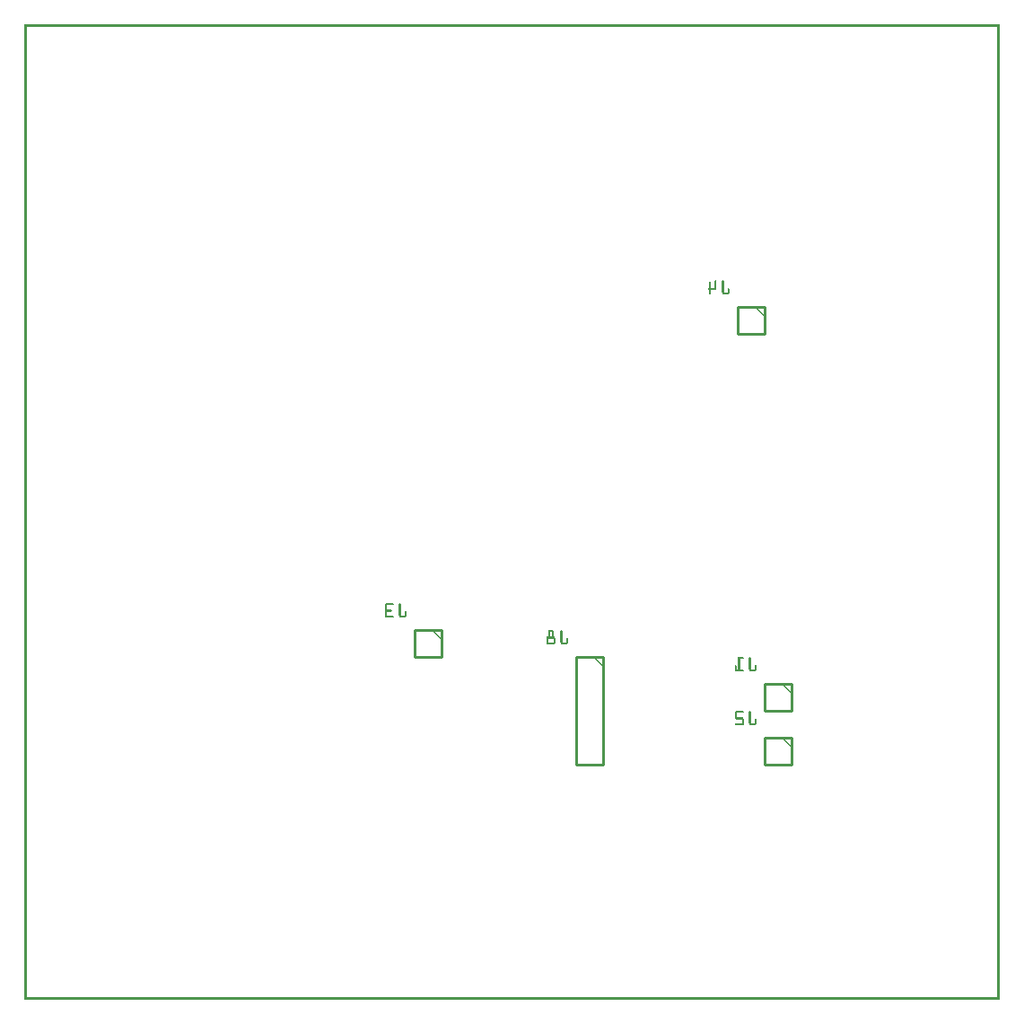
<source format=gbo>
G04 MADE WITH FRITZING*
G04 WWW.FRITZING.ORG*
G04 DOUBLE SIDED*
G04 HOLES PLATED*
G04 CONTOUR ON CENTER OF CONTOUR VECTOR*
%ASAXBY*%
%FSLAX23Y23*%
%MOIN*%
%OFA0B0*%
%SFA1.0B1.0*%
%ADD10C,0.010000*%
%ADD11R,0.001000X0.001000*%
%LNSILK0*%
G90*
G70*
G54D10*
X2150Y1272D02*
X2150Y872D01*
D02*
X2150Y872D02*
X2050Y872D01*
D02*
X2050Y872D02*
X2050Y1272D01*
D02*
X2050Y1272D02*
X2150Y1272D01*
D02*
X1550Y1372D02*
X1550Y1272D01*
D02*
X1550Y1272D02*
X1450Y1272D01*
D02*
X1450Y1272D02*
X1450Y1372D01*
D02*
X1450Y1372D02*
X1550Y1372D01*
D02*
X2850Y972D02*
X2850Y872D01*
D02*
X2850Y872D02*
X2750Y872D01*
D02*
X2750Y872D02*
X2750Y972D01*
D02*
X2750Y972D02*
X2850Y972D01*
D02*
X2850Y1172D02*
X2850Y1072D01*
D02*
X2850Y1072D02*
X2750Y1072D01*
D02*
X2750Y1072D02*
X2750Y1172D01*
D02*
X2750Y1172D02*
X2850Y1172D01*
D02*
X2750Y2572D02*
X2750Y2472D01*
D02*
X2750Y2472D02*
X2650Y2472D01*
D02*
X2650Y2472D02*
X2650Y2572D01*
D02*
X2650Y2572D02*
X2750Y2572D01*
G54D11*
X0Y3622D02*
X3621Y3622D01*
X0Y3621D02*
X3621Y3621D01*
X0Y3620D02*
X3621Y3620D01*
X0Y3619D02*
X3621Y3619D01*
X0Y3618D02*
X3621Y3618D01*
X0Y3617D02*
X3621Y3617D01*
X0Y3616D02*
X3621Y3616D01*
X0Y3615D02*
X3621Y3615D01*
X0Y3614D02*
X7Y3614D01*
X3614Y3614D02*
X3621Y3614D01*
X0Y3613D02*
X7Y3613D01*
X3614Y3613D02*
X3621Y3613D01*
X0Y3612D02*
X7Y3612D01*
X3614Y3612D02*
X3621Y3612D01*
X0Y3611D02*
X7Y3611D01*
X3614Y3611D02*
X3621Y3611D01*
X0Y3610D02*
X7Y3610D01*
X3614Y3610D02*
X3621Y3610D01*
X0Y3609D02*
X7Y3609D01*
X3614Y3609D02*
X3621Y3609D01*
X0Y3608D02*
X7Y3608D01*
X3614Y3608D02*
X3621Y3608D01*
X0Y3607D02*
X7Y3607D01*
X3614Y3607D02*
X3621Y3607D01*
X0Y3606D02*
X7Y3606D01*
X3614Y3606D02*
X3621Y3606D01*
X0Y3605D02*
X7Y3605D01*
X3614Y3605D02*
X3621Y3605D01*
X0Y3604D02*
X7Y3604D01*
X3614Y3604D02*
X3621Y3604D01*
X0Y3603D02*
X7Y3603D01*
X3614Y3603D02*
X3621Y3603D01*
X0Y3602D02*
X7Y3602D01*
X3614Y3602D02*
X3621Y3602D01*
X0Y3601D02*
X7Y3601D01*
X3614Y3601D02*
X3621Y3601D01*
X0Y3600D02*
X7Y3600D01*
X3614Y3600D02*
X3621Y3600D01*
X0Y3599D02*
X7Y3599D01*
X3614Y3599D02*
X3621Y3599D01*
X0Y3598D02*
X7Y3598D01*
X3614Y3598D02*
X3621Y3598D01*
X0Y3597D02*
X7Y3597D01*
X3614Y3597D02*
X3621Y3597D01*
X0Y3596D02*
X7Y3596D01*
X3614Y3596D02*
X3621Y3596D01*
X0Y3595D02*
X7Y3595D01*
X3614Y3595D02*
X3621Y3595D01*
X0Y3594D02*
X7Y3594D01*
X3614Y3594D02*
X3621Y3594D01*
X0Y3593D02*
X7Y3593D01*
X3614Y3593D02*
X3621Y3593D01*
X0Y3592D02*
X7Y3592D01*
X3614Y3592D02*
X3621Y3592D01*
X0Y3591D02*
X7Y3591D01*
X3614Y3591D02*
X3621Y3591D01*
X0Y3590D02*
X7Y3590D01*
X3614Y3590D02*
X3621Y3590D01*
X0Y3589D02*
X7Y3589D01*
X3614Y3589D02*
X3621Y3589D01*
X0Y3588D02*
X7Y3588D01*
X3614Y3588D02*
X3621Y3588D01*
X0Y3587D02*
X7Y3587D01*
X3614Y3587D02*
X3621Y3587D01*
X0Y3586D02*
X7Y3586D01*
X3614Y3586D02*
X3621Y3586D01*
X0Y3585D02*
X7Y3585D01*
X3614Y3585D02*
X3621Y3585D01*
X0Y3584D02*
X7Y3584D01*
X3614Y3584D02*
X3621Y3584D01*
X0Y3583D02*
X7Y3583D01*
X3614Y3583D02*
X3621Y3583D01*
X0Y3582D02*
X7Y3582D01*
X3614Y3582D02*
X3621Y3582D01*
X0Y3581D02*
X7Y3581D01*
X3614Y3581D02*
X3621Y3581D01*
X0Y3580D02*
X7Y3580D01*
X3614Y3580D02*
X3621Y3580D01*
X0Y3579D02*
X7Y3579D01*
X3614Y3579D02*
X3621Y3579D01*
X0Y3578D02*
X7Y3578D01*
X3614Y3578D02*
X3621Y3578D01*
X0Y3577D02*
X7Y3577D01*
X3614Y3577D02*
X3621Y3577D01*
X0Y3576D02*
X7Y3576D01*
X3614Y3576D02*
X3621Y3576D01*
X0Y3575D02*
X7Y3575D01*
X3614Y3575D02*
X3621Y3575D01*
X0Y3574D02*
X7Y3574D01*
X3614Y3574D02*
X3621Y3574D01*
X0Y3573D02*
X7Y3573D01*
X3614Y3573D02*
X3621Y3573D01*
X0Y3572D02*
X7Y3572D01*
X3614Y3572D02*
X3621Y3572D01*
X0Y3571D02*
X7Y3571D01*
X3614Y3571D02*
X3621Y3571D01*
X0Y3570D02*
X7Y3570D01*
X3614Y3570D02*
X3621Y3570D01*
X0Y3569D02*
X7Y3569D01*
X3614Y3569D02*
X3621Y3569D01*
X0Y3568D02*
X7Y3568D01*
X3614Y3568D02*
X3621Y3568D01*
X0Y3567D02*
X7Y3567D01*
X3614Y3567D02*
X3621Y3567D01*
X0Y3566D02*
X7Y3566D01*
X3614Y3566D02*
X3621Y3566D01*
X0Y3565D02*
X7Y3565D01*
X3614Y3565D02*
X3621Y3565D01*
X0Y3564D02*
X7Y3564D01*
X3614Y3564D02*
X3621Y3564D01*
X0Y3563D02*
X7Y3563D01*
X3614Y3563D02*
X3621Y3563D01*
X0Y3562D02*
X7Y3562D01*
X3614Y3562D02*
X3621Y3562D01*
X0Y3561D02*
X7Y3561D01*
X3614Y3561D02*
X3621Y3561D01*
X0Y3560D02*
X7Y3560D01*
X3614Y3560D02*
X3621Y3560D01*
X0Y3559D02*
X7Y3559D01*
X3614Y3559D02*
X3621Y3559D01*
X0Y3558D02*
X7Y3558D01*
X3614Y3558D02*
X3621Y3558D01*
X0Y3557D02*
X7Y3557D01*
X3614Y3557D02*
X3621Y3557D01*
X0Y3556D02*
X7Y3556D01*
X3614Y3556D02*
X3621Y3556D01*
X0Y3555D02*
X7Y3555D01*
X3614Y3555D02*
X3621Y3555D01*
X0Y3554D02*
X7Y3554D01*
X3614Y3554D02*
X3621Y3554D01*
X0Y3553D02*
X7Y3553D01*
X3614Y3553D02*
X3621Y3553D01*
X0Y3552D02*
X7Y3552D01*
X3614Y3552D02*
X3621Y3552D01*
X0Y3551D02*
X7Y3551D01*
X3614Y3551D02*
X3621Y3551D01*
X0Y3550D02*
X7Y3550D01*
X3614Y3550D02*
X3621Y3550D01*
X0Y3549D02*
X7Y3549D01*
X3614Y3549D02*
X3621Y3549D01*
X0Y3548D02*
X7Y3548D01*
X3614Y3548D02*
X3621Y3548D01*
X0Y3547D02*
X7Y3547D01*
X3614Y3547D02*
X3621Y3547D01*
X0Y3546D02*
X7Y3546D01*
X3614Y3546D02*
X3621Y3546D01*
X0Y3545D02*
X7Y3545D01*
X3614Y3545D02*
X3621Y3545D01*
X0Y3544D02*
X7Y3544D01*
X3614Y3544D02*
X3621Y3544D01*
X0Y3543D02*
X7Y3543D01*
X3614Y3543D02*
X3621Y3543D01*
X0Y3542D02*
X7Y3542D01*
X3614Y3542D02*
X3621Y3542D01*
X0Y3541D02*
X7Y3541D01*
X3614Y3541D02*
X3621Y3541D01*
X0Y3540D02*
X7Y3540D01*
X3614Y3540D02*
X3621Y3540D01*
X0Y3539D02*
X7Y3539D01*
X3614Y3539D02*
X3621Y3539D01*
X0Y3538D02*
X7Y3538D01*
X3614Y3538D02*
X3621Y3538D01*
X0Y3537D02*
X7Y3537D01*
X3614Y3537D02*
X3621Y3537D01*
X0Y3536D02*
X7Y3536D01*
X3614Y3536D02*
X3621Y3536D01*
X0Y3535D02*
X7Y3535D01*
X3614Y3535D02*
X3621Y3535D01*
X0Y3534D02*
X7Y3534D01*
X3614Y3534D02*
X3621Y3534D01*
X0Y3533D02*
X7Y3533D01*
X3614Y3533D02*
X3621Y3533D01*
X0Y3532D02*
X7Y3532D01*
X3614Y3532D02*
X3621Y3532D01*
X0Y3531D02*
X7Y3531D01*
X3614Y3531D02*
X3621Y3531D01*
X0Y3530D02*
X7Y3530D01*
X3614Y3530D02*
X3621Y3530D01*
X0Y3529D02*
X7Y3529D01*
X3614Y3529D02*
X3621Y3529D01*
X0Y3528D02*
X7Y3528D01*
X3614Y3528D02*
X3621Y3528D01*
X0Y3527D02*
X7Y3527D01*
X3614Y3527D02*
X3621Y3527D01*
X0Y3526D02*
X7Y3526D01*
X3614Y3526D02*
X3621Y3526D01*
X0Y3525D02*
X7Y3525D01*
X3614Y3525D02*
X3621Y3525D01*
X0Y3524D02*
X7Y3524D01*
X3614Y3524D02*
X3621Y3524D01*
X0Y3523D02*
X7Y3523D01*
X3614Y3523D02*
X3621Y3523D01*
X0Y3522D02*
X7Y3522D01*
X3614Y3522D02*
X3621Y3522D01*
X0Y3521D02*
X7Y3521D01*
X3614Y3521D02*
X3621Y3521D01*
X0Y3520D02*
X7Y3520D01*
X3614Y3520D02*
X3621Y3520D01*
X0Y3519D02*
X7Y3519D01*
X3614Y3519D02*
X3621Y3519D01*
X0Y3518D02*
X7Y3518D01*
X3614Y3518D02*
X3621Y3518D01*
X0Y3517D02*
X7Y3517D01*
X3614Y3517D02*
X3621Y3517D01*
X0Y3516D02*
X7Y3516D01*
X3614Y3516D02*
X3621Y3516D01*
X0Y3515D02*
X7Y3515D01*
X3614Y3515D02*
X3621Y3515D01*
X0Y3514D02*
X7Y3514D01*
X3614Y3514D02*
X3621Y3514D01*
X0Y3513D02*
X7Y3513D01*
X3614Y3513D02*
X3621Y3513D01*
X0Y3512D02*
X7Y3512D01*
X3614Y3512D02*
X3621Y3512D01*
X0Y3511D02*
X7Y3511D01*
X3614Y3511D02*
X3621Y3511D01*
X0Y3510D02*
X7Y3510D01*
X3614Y3510D02*
X3621Y3510D01*
X0Y3509D02*
X7Y3509D01*
X3614Y3509D02*
X3621Y3509D01*
X0Y3508D02*
X7Y3508D01*
X3614Y3508D02*
X3621Y3508D01*
X0Y3507D02*
X7Y3507D01*
X3614Y3507D02*
X3621Y3507D01*
X0Y3506D02*
X7Y3506D01*
X3614Y3506D02*
X3621Y3506D01*
X0Y3505D02*
X7Y3505D01*
X3614Y3505D02*
X3621Y3505D01*
X0Y3504D02*
X7Y3504D01*
X3614Y3504D02*
X3621Y3504D01*
X0Y3503D02*
X7Y3503D01*
X3614Y3503D02*
X3621Y3503D01*
X0Y3502D02*
X7Y3502D01*
X3614Y3502D02*
X3621Y3502D01*
X0Y3501D02*
X7Y3501D01*
X3614Y3501D02*
X3621Y3501D01*
X0Y3500D02*
X7Y3500D01*
X3614Y3500D02*
X3621Y3500D01*
X0Y3499D02*
X7Y3499D01*
X3614Y3499D02*
X3621Y3499D01*
X0Y3498D02*
X7Y3498D01*
X3614Y3498D02*
X3621Y3498D01*
X0Y3497D02*
X7Y3497D01*
X3614Y3497D02*
X3621Y3497D01*
X0Y3496D02*
X7Y3496D01*
X3614Y3496D02*
X3621Y3496D01*
X0Y3495D02*
X7Y3495D01*
X3614Y3495D02*
X3621Y3495D01*
X0Y3494D02*
X7Y3494D01*
X3614Y3494D02*
X3621Y3494D01*
X0Y3493D02*
X7Y3493D01*
X3614Y3493D02*
X3621Y3493D01*
X0Y3492D02*
X7Y3492D01*
X3614Y3492D02*
X3621Y3492D01*
X0Y3491D02*
X7Y3491D01*
X3614Y3491D02*
X3621Y3491D01*
X0Y3490D02*
X7Y3490D01*
X3614Y3490D02*
X3621Y3490D01*
X0Y3489D02*
X7Y3489D01*
X3614Y3489D02*
X3621Y3489D01*
X0Y3488D02*
X7Y3488D01*
X3614Y3488D02*
X3621Y3488D01*
X0Y3487D02*
X7Y3487D01*
X3614Y3487D02*
X3621Y3487D01*
X0Y3486D02*
X7Y3486D01*
X3614Y3486D02*
X3621Y3486D01*
X0Y3485D02*
X7Y3485D01*
X3614Y3485D02*
X3621Y3485D01*
X0Y3484D02*
X7Y3484D01*
X3614Y3484D02*
X3621Y3484D01*
X0Y3483D02*
X7Y3483D01*
X3614Y3483D02*
X3621Y3483D01*
X0Y3482D02*
X7Y3482D01*
X3614Y3482D02*
X3621Y3482D01*
X0Y3481D02*
X7Y3481D01*
X3614Y3481D02*
X3621Y3481D01*
X0Y3480D02*
X7Y3480D01*
X3614Y3480D02*
X3621Y3480D01*
X0Y3479D02*
X7Y3479D01*
X3614Y3479D02*
X3621Y3479D01*
X0Y3478D02*
X7Y3478D01*
X3614Y3478D02*
X3621Y3478D01*
X0Y3477D02*
X7Y3477D01*
X3614Y3477D02*
X3621Y3477D01*
X0Y3476D02*
X7Y3476D01*
X3614Y3476D02*
X3621Y3476D01*
X0Y3475D02*
X7Y3475D01*
X3614Y3475D02*
X3621Y3475D01*
X0Y3474D02*
X7Y3474D01*
X3614Y3474D02*
X3621Y3474D01*
X0Y3473D02*
X7Y3473D01*
X3614Y3473D02*
X3621Y3473D01*
X0Y3472D02*
X7Y3472D01*
X3614Y3472D02*
X3621Y3472D01*
X0Y3471D02*
X7Y3471D01*
X3614Y3471D02*
X3621Y3471D01*
X0Y3470D02*
X7Y3470D01*
X3614Y3470D02*
X3621Y3470D01*
X0Y3469D02*
X7Y3469D01*
X3614Y3469D02*
X3621Y3469D01*
X0Y3468D02*
X7Y3468D01*
X3614Y3468D02*
X3621Y3468D01*
X0Y3467D02*
X7Y3467D01*
X3614Y3467D02*
X3621Y3467D01*
X0Y3466D02*
X7Y3466D01*
X3614Y3466D02*
X3621Y3466D01*
X0Y3465D02*
X7Y3465D01*
X3614Y3465D02*
X3621Y3465D01*
X0Y3464D02*
X7Y3464D01*
X3614Y3464D02*
X3621Y3464D01*
X0Y3463D02*
X7Y3463D01*
X3614Y3463D02*
X3621Y3463D01*
X0Y3462D02*
X7Y3462D01*
X3614Y3462D02*
X3621Y3462D01*
X0Y3461D02*
X7Y3461D01*
X3614Y3461D02*
X3621Y3461D01*
X0Y3460D02*
X7Y3460D01*
X3614Y3460D02*
X3621Y3460D01*
X0Y3459D02*
X7Y3459D01*
X3614Y3459D02*
X3621Y3459D01*
X0Y3458D02*
X7Y3458D01*
X3614Y3458D02*
X3621Y3458D01*
X0Y3457D02*
X7Y3457D01*
X3614Y3457D02*
X3621Y3457D01*
X0Y3456D02*
X7Y3456D01*
X3614Y3456D02*
X3621Y3456D01*
X0Y3455D02*
X7Y3455D01*
X3614Y3455D02*
X3621Y3455D01*
X0Y3454D02*
X7Y3454D01*
X3614Y3454D02*
X3621Y3454D01*
X0Y3453D02*
X7Y3453D01*
X3614Y3453D02*
X3621Y3453D01*
X0Y3452D02*
X7Y3452D01*
X3614Y3452D02*
X3621Y3452D01*
X0Y3451D02*
X7Y3451D01*
X3614Y3451D02*
X3621Y3451D01*
X0Y3450D02*
X7Y3450D01*
X3614Y3450D02*
X3621Y3450D01*
X0Y3449D02*
X7Y3449D01*
X3614Y3449D02*
X3621Y3449D01*
X0Y3448D02*
X7Y3448D01*
X3614Y3448D02*
X3621Y3448D01*
X0Y3447D02*
X7Y3447D01*
X3614Y3447D02*
X3621Y3447D01*
X0Y3446D02*
X7Y3446D01*
X3614Y3446D02*
X3621Y3446D01*
X0Y3445D02*
X7Y3445D01*
X3614Y3445D02*
X3621Y3445D01*
X0Y3444D02*
X7Y3444D01*
X3614Y3444D02*
X3621Y3444D01*
X0Y3443D02*
X7Y3443D01*
X3614Y3443D02*
X3621Y3443D01*
X0Y3442D02*
X7Y3442D01*
X3614Y3442D02*
X3621Y3442D01*
X0Y3441D02*
X7Y3441D01*
X3614Y3441D02*
X3621Y3441D01*
X0Y3440D02*
X7Y3440D01*
X3614Y3440D02*
X3621Y3440D01*
X0Y3439D02*
X7Y3439D01*
X3614Y3439D02*
X3621Y3439D01*
X0Y3438D02*
X7Y3438D01*
X3614Y3438D02*
X3621Y3438D01*
X0Y3437D02*
X7Y3437D01*
X3614Y3437D02*
X3621Y3437D01*
X0Y3436D02*
X7Y3436D01*
X3614Y3436D02*
X3621Y3436D01*
X0Y3435D02*
X7Y3435D01*
X3614Y3435D02*
X3621Y3435D01*
X0Y3434D02*
X7Y3434D01*
X3614Y3434D02*
X3621Y3434D01*
X0Y3433D02*
X7Y3433D01*
X3614Y3433D02*
X3621Y3433D01*
X0Y3432D02*
X7Y3432D01*
X3614Y3432D02*
X3621Y3432D01*
X0Y3431D02*
X7Y3431D01*
X3614Y3431D02*
X3621Y3431D01*
X0Y3430D02*
X7Y3430D01*
X3614Y3430D02*
X3621Y3430D01*
X0Y3429D02*
X7Y3429D01*
X3614Y3429D02*
X3621Y3429D01*
X0Y3428D02*
X7Y3428D01*
X3614Y3428D02*
X3621Y3428D01*
X0Y3427D02*
X7Y3427D01*
X3614Y3427D02*
X3621Y3427D01*
X0Y3426D02*
X7Y3426D01*
X3614Y3426D02*
X3621Y3426D01*
X0Y3425D02*
X7Y3425D01*
X3614Y3425D02*
X3621Y3425D01*
X0Y3424D02*
X7Y3424D01*
X3614Y3424D02*
X3621Y3424D01*
X0Y3423D02*
X7Y3423D01*
X3614Y3423D02*
X3621Y3423D01*
X0Y3422D02*
X7Y3422D01*
X3614Y3422D02*
X3621Y3422D01*
X0Y3421D02*
X7Y3421D01*
X3614Y3421D02*
X3621Y3421D01*
X0Y3420D02*
X7Y3420D01*
X3614Y3420D02*
X3621Y3420D01*
X0Y3419D02*
X7Y3419D01*
X3614Y3419D02*
X3621Y3419D01*
X0Y3418D02*
X7Y3418D01*
X3614Y3418D02*
X3621Y3418D01*
X0Y3417D02*
X7Y3417D01*
X3614Y3417D02*
X3621Y3417D01*
X0Y3416D02*
X7Y3416D01*
X3614Y3416D02*
X3621Y3416D01*
X0Y3415D02*
X7Y3415D01*
X3614Y3415D02*
X3621Y3415D01*
X0Y3414D02*
X7Y3414D01*
X3614Y3414D02*
X3621Y3414D01*
X0Y3413D02*
X7Y3413D01*
X3614Y3413D02*
X3621Y3413D01*
X0Y3412D02*
X7Y3412D01*
X3614Y3412D02*
X3621Y3412D01*
X0Y3411D02*
X7Y3411D01*
X3614Y3411D02*
X3621Y3411D01*
X0Y3410D02*
X7Y3410D01*
X3614Y3410D02*
X3621Y3410D01*
X0Y3409D02*
X7Y3409D01*
X3614Y3409D02*
X3621Y3409D01*
X0Y3408D02*
X7Y3408D01*
X3614Y3408D02*
X3621Y3408D01*
X0Y3407D02*
X7Y3407D01*
X3614Y3407D02*
X3621Y3407D01*
X0Y3406D02*
X7Y3406D01*
X3614Y3406D02*
X3621Y3406D01*
X0Y3405D02*
X7Y3405D01*
X3614Y3405D02*
X3621Y3405D01*
X0Y3404D02*
X7Y3404D01*
X3614Y3404D02*
X3621Y3404D01*
X0Y3403D02*
X7Y3403D01*
X3614Y3403D02*
X3621Y3403D01*
X0Y3402D02*
X7Y3402D01*
X3614Y3402D02*
X3621Y3402D01*
X0Y3401D02*
X7Y3401D01*
X3614Y3401D02*
X3621Y3401D01*
X0Y3400D02*
X7Y3400D01*
X3614Y3400D02*
X3621Y3400D01*
X0Y3399D02*
X7Y3399D01*
X3614Y3399D02*
X3621Y3399D01*
X0Y3398D02*
X7Y3398D01*
X3614Y3398D02*
X3621Y3398D01*
X0Y3397D02*
X7Y3397D01*
X3614Y3397D02*
X3621Y3397D01*
X0Y3396D02*
X7Y3396D01*
X3614Y3396D02*
X3621Y3396D01*
X0Y3395D02*
X7Y3395D01*
X3614Y3395D02*
X3621Y3395D01*
X0Y3394D02*
X7Y3394D01*
X3614Y3394D02*
X3621Y3394D01*
X0Y3393D02*
X7Y3393D01*
X3614Y3393D02*
X3621Y3393D01*
X0Y3392D02*
X7Y3392D01*
X3614Y3392D02*
X3621Y3392D01*
X0Y3391D02*
X7Y3391D01*
X3614Y3391D02*
X3621Y3391D01*
X0Y3390D02*
X7Y3390D01*
X3614Y3390D02*
X3621Y3390D01*
X0Y3389D02*
X7Y3389D01*
X3614Y3389D02*
X3621Y3389D01*
X0Y3388D02*
X7Y3388D01*
X3614Y3388D02*
X3621Y3388D01*
X0Y3387D02*
X7Y3387D01*
X3614Y3387D02*
X3621Y3387D01*
X0Y3386D02*
X7Y3386D01*
X3614Y3386D02*
X3621Y3386D01*
X0Y3385D02*
X7Y3385D01*
X3614Y3385D02*
X3621Y3385D01*
X0Y3384D02*
X7Y3384D01*
X3614Y3384D02*
X3621Y3384D01*
X0Y3383D02*
X7Y3383D01*
X3614Y3383D02*
X3621Y3383D01*
X0Y3382D02*
X7Y3382D01*
X3614Y3382D02*
X3621Y3382D01*
X0Y3381D02*
X7Y3381D01*
X3614Y3381D02*
X3621Y3381D01*
X0Y3380D02*
X7Y3380D01*
X3614Y3380D02*
X3621Y3380D01*
X0Y3379D02*
X7Y3379D01*
X3614Y3379D02*
X3621Y3379D01*
X0Y3378D02*
X7Y3378D01*
X3614Y3378D02*
X3621Y3378D01*
X0Y3377D02*
X7Y3377D01*
X3614Y3377D02*
X3621Y3377D01*
X0Y3376D02*
X7Y3376D01*
X3614Y3376D02*
X3621Y3376D01*
X0Y3375D02*
X7Y3375D01*
X3614Y3375D02*
X3621Y3375D01*
X0Y3374D02*
X7Y3374D01*
X3614Y3374D02*
X3621Y3374D01*
X0Y3373D02*
X7Y3373D01*
X3614Y3373D02*
X3621Y3373D01*
X0Y3372D02*
X7Y3372D01*
X3614Y3372D02*
X3621Y3372D01*
X0Y3371D02*
X7Y3371D01*
X3614Y3371D02*
X3621Y3371D01*
X0Y3370D02*
X7Y3370D01*
X3614Y3370D02*
X3621Y3370D01*
X0Y3369D02*
X7Y3369D01*
X3614Y3369D02*
X3621Y3369D01*
X0Y3368D02*
X7Y3368D01*
X3614Y3368D02*
X3621Y3368D01*
X0Y3367D02*
X7Y3367D01*
X3614Y3367D02*
X3621Y3367D01*
X0Y3366D02*
X7Y3366D01*
X3614Y3366D02*
X3621Y3366D01*
X0Y3365D02*
X7Y3365D01*
X3614Y3365D02*
X3621Y3365D01*
X0Y3364D02*
X7Y3364D01*
X3614Y3364D02*
X3621Y3364D01*
X0Y3363D02*
X7Y3363D01*
X3614Y3363D02*
X3621Y3363D01*
X0Y3362D02*
X7Y3362D01*
X3614Y3362D02*
X3621Y3362D01*
X0Y3361D02*
X7Y3361D01*
X3614Y3361D02*
X3621Y3361D01*
X0Y3360D02*
X7Y3360D01*
X3614Y3360D02*
X3621Y3360D01*
X0Y3359D02*
X7Y3359D01*
X3614Y3359D02*
X3621Y3359D01*
X0Y3358D02*
X7Y3358D01*
X3614Y3358D02*
X3621Y3358D01*
X0Y3357D02*
X7Y3357D01*
X3614Y3357D02*
X3621Y3357D01*
X0Y3356D02*
X7Y3356D01*
X3614Y3356D02*
X3621Y3356D01*
X0Y3355D02*
X7Y3355D01*
X3614Y3355D02*
X3621Y3355D01*
X0Y3354D02*
X7Y3354D01*
X3614Y3354D02*
X3621Y3354D01*
X0Y3353D02*
X7Y3353D01*
X3614Y3353D02*
X3621Y3353D01*
X0Y3352D02*
X7Y3352D01*
X3614Y3352D02*
X3621Y3352D01*
X0Y3351D02*
X7Y3351D01*
X3614Y3351D02*
X3621Y3351D01*
X0Y3350D02*
X7Y3350D01*
X3614Y3350D02*
X3621Y3350D01*
X0Y3349D02*
X7Y3349D01*
X3614Y3349D02*
X3621Y3349D01*
X0Y3348D02*
X7Y3348D01*
X3614Y3348D02*
X3621Y3348D01*
X0Y3347D02*
X7Y3347D01*
X3614Y3347D02*
X3621Y3347D01*
X0Y3346D02*
X7Y3346D01*
X3614Y3346D02*
X3621Y3346D01*
X0Y3345D02*
X7Y3345D01*
X3614Y3345D02*
X3621Y3345D01*
X0Y3344D02*
X7Y3344D01*
X3614Y3344D02*
X3621Y3344D01*
X0Y3343D02*
X7Y3343D01*
X3614Y3343D02*
X3621Y3343D01*
X0Y3342D02*
X7Y3342D01*
X3614Y3342D02*
X3621Y3342D01*
X0Y3341D02*
X7Y3341D01*
X3614Y3341D02*
X3621Y3341D01*
X0Y3340D02*
X7Y3340D01*
X3614Y3340D02*
X3621Y3340D01*
X0Y3339D02*
X7Y3339D01*
X3614Y3339D02*
X3621Y3339D01*
X0Y3338D02*
X7Y3338D01*
X3614Y3338D02*
X3621Y3338D01*
X0Y3337D02*
X7Y3337D01*
X3614Y3337D02*
X3621Y3337D01*
X0Y3336D02*
X7Y3336D01*
X3614Y3336D02*
X3621Y3336D01*
X0Y3335D02*
X7Y3335D01*
X3614Y3335D02*
X3621Y3335D01*
X0Y3334D02*
X7Y3334D01*
X3614Y3334D02*
X3621Y3334D01*
X0Y3333D02*
X7Y3333D01*
X3614Y3333D02*
X3621Y3333D01*
X0Y3332D02*
X7Y3332D01*
X3614Y3332D02*
X3621Y3332D01*
X0Y3331D02*
X7Y3331D01*
X3614Y3331D02*
X3621Y3331D01*
X0Y3330D02*
X7Y3330D01*
X3614Y3330D02*
X3621Y3330D01*
X0Y3329D02*
X7Y3329D01*
X3614Y3329D02*
X3621Y3329D01*
X0Y3328D02*
X7Y3328D01*
X3614Y3328D02*
X3621Y3328D01*
X0Y3327D02*
X7Y3327D01*
X3614Y3327D02*
X3621Y3327D01*
X0Y3326D02*
X7Y3326D01*
X3614Y3326D02*
X3621Y3326D01*
X0Y3325D02*
X7Y3325D01*
X3614Y3325D02*
X3621Y3325D01*
X0Y3324D02*
X7Y3324D01*
X3614Y3324D02*
X3621Y3324D01*
X0Y3323D02*
X7Y3323D01*
X3614Y3323D02*
X3621Y3323D01*
X0Y3322D02*
X7Y3322D01*
X3614Y3322D02*
X3621Y3322D01*
X0Y3321D02*
X7Y3321D01*
X3614Y3321D02*
X3621Y3321D01*
X0Y3320D02*
X7Y3320D01*
X3614Y3320D02*
X3621Y3320D01*
X0Y3319D02*
X7Y3319D01*
X3614Y3319D02*
X3621Y3319D01*
X0Y3318D02*
X7Y3318D01*
X3614Y3318D02*
X3621Y3318D01*
X0Y3317D02*
X7Y3317D01*
X3614Y3317D02*
X3621Y3317D01*
X0Y3316D02*
X7Y3316D01*
X3614Y3316D02*
X3621Y3316D01*
X0Y3315D02*
X7Y3315D01*
X3614Y3315D02*
X3621Y3315D01*
X0Y3314D02*
X7Y3314D01*
X3614Y3314D02*
X3621Y3314D01*
X0Y3313D02*
X7Y3313D01*
X3614Y3313D02*
X3621Y3313D01*
X0Y3312D02*
X7Y3312D01*
X3614Y3312D02*
X3621Y3312D01*
X0Y3311D02*
X7Y3311D01*
X3614Y3311D02*
X3621Y3311D01*
X0Y3310D02*
X7Y3310D01*
X3614Y3310D02*
X3621Y3310D01*
X0Y3309D02*
X7Y3309D01*
X3614Y3309D02*
X3621Y3309D01*
X0Y3308D02*
X7Y3308D01*
X3614Y3308D02*
X3621Y3308D01*
X0Y3307D02*
X7Y3307D01*
X3614Y3307D02*
X3621Y3307D01*
X0Y3306D02*
X7Y3306D01*
X3614Y3306D02*
X3621Y3306D01*
X0Y3305D02*
X7Y3305D01*
X3614Y3305D02*
X3621Y3305D01*
X0Y3304D02*
X7Y3304D01*
X3614Y3304D02*
X3621Y3304D01*
X0Y3303D02*
X7Y3303D01*
X3614Y3303D02*
X3621Y3303D01*
X0Y3302D02*
X7Y3302D01*
X3614Y3302D02*
X3621Y3302D01*
X0Y3301D02*
X7Y3301D01*
X3614Y3301D02*
X3621Y3301D01*
X0Y3300D02*
X7Y3300D01*
X3614Y3300D02*
X3621Y3300D01*
X0Y3299D02*
X7Y3299D01*
X3614Y3299D02*
X3621Y3299D01*
X0Y3298D02*
X7Y3298D01*
X3614Y3298D02*
X3621Y3298D01*
X0Y3297D02*
X7Y3297D01*
X3614Y3297D02*
X3621Y3297D01*
X0Y3296D02*
X7Y3296D01*
X3614Y3296D02*
X3621Y3296D01*
X0Y3295D02*
X7Y3295D01*
X3614Y3295D02*
X3621Y3295D01*
X0Y3294D02*
X7Y3294D01*
X3614Y3294D02*
X3621Y3294D01*
X0Y3293D02*
X7Y3293D01*
X3614Y3293D02*
X3621Y3293D01*
X0Y3292D02*
X7Y3292D01*
X3614Y3292D02*
X3621Y3292D01*
X0Y3291D02*
X7Y3291D01*
X3614Y3291D02*
X3621Y3291D01*
X0Y3290D02*
X7Y3290D01*
X3614Y3290D02*
X3621Y3290D01*
X0Y3289D02*
X7Y3289D01*
X3614Y3289D02*
X3621Y3289D01*
X0Y3288D02*
X7Y3288D01*
X3614Y3288D02*
X3621Y3288D01*
X0Y3287D02*
X7Y3287D01*
X3614Y3287D02*
X3621Y3287D01*
X0Y3286D02*
X7Y3286D01*
X3614Y3286D02*
X3621Y3286D01*
X0Y3285D02*
X7Y3285D01*
X3614Y3285D02*
X3621Y3285D01*
X0Y3284D02*
X7Y3284D01*
X3614Y3284D02*
X3621Y3284D01*
X0Y3283D02*
X7Y3283D01*
X3614Y3283D02*
X3621Y3283D01*
X0Y3282D02*
X7Y3282D01*
X3614Y3282D02*
X3621Y3282D01*
X0Y3281D02*
X7Y3281D01*
X3614Y3281D02*
X3621Y3281D01*
X0Y3280D02*
X7Y3280D01*
X3614Y3280D02*
X3621Y3280D01*
X0Y3279D02*
X7Y3279D01*
X3614Y3279D02*
X3621Y3279D01*
X0Y3278D02*
X7Y3278D01*
X3614Y3278D02*
X3621Y3278D01*
X0Y3277D02*
X7Y3277D01*
X3614Y3277D02*
X3621Y3277D01*
X0Y3276D02*
X7Y3276D01*
X3614Y3276D02*
X3621Y3276D01*
X0Y3275D02*
X7Y3275D01*
X3614Y3275D02*
X3621Y3275D01*
X0Y3274D02*
X7Y3274D01*
X3614Y3274D02*
X3621Y3274D01*
X0Y3273D02*
X7Y3273D01*
X3614Y3273D02*
X3621Y3273D01*
X0Y3272D02*
X7Y3272D01*
X3614Y3272D02*
X3621Y3272D01*
X0Y3271D02*
X7Y3271D01*
X3614Y3271D02*
X3621Y3271D01*
X0Y3270D02*
X7Y3270D01*
X3614Y3270D02*
X3621Y3270D01*
X0Y3269D02*
X7Y3269D01*
X3614Y3269D02*
X3621Y3269D01*
X0Y3268D02*
X7Y3268D01*
X3614Y3268D02*
X3621Y3268D01*
X0Y3267D02*
X7Y3267D01*
X3614Y3267D02*
X3621Y3267D01*
X0Y3266D02*
X7Y3266D01*
X3614Y3266D02*
X3621Y3266D01*
X0Y3265D02*
X7Y3265D01*
X3614Y3265D02*
X3621Y3265D01*
X0Y3264D02*
X7Y3264D01*
X3614Y3264D02*
X3621Y3264D01*
X0Y3263D02*
X7Y3263D01*
X3614Y3263D02*
X3621Y3263D01*
X0Y3262D02*
X7Y3262D01*
X3614Y3262D02*
X3621Y3262D01*
X0Y3261D02*
X7Y3261D01*
X3614Y3261D02*
X3621Y3261D01*
X0Y3260D02*
X7Y3260D01*
X3614Y3260D02*
X3621Y3260D01*
X0Y3259D02*
X7Y3259D01*
X3614Y3259D02*
X3621Y3259D01*
X0Y3258D02*
X7Y3258D01*
X3614Y3258D02*
X3621Y3258D01*
X0Y3257D02*
X7Y3257D01*
X3614Y3257D02*
X3621Y3257D01*
X0Y3256D02*
X7Y3256D01*
X3614Y3256D02*
X3621Y3256D01*
X0Y3255D02*
X7Y3255D01*
X3614Y3255D02*
X3621Y3255D01*
X0Y3254D02*
X7Y3254D01*
X3614Y3254D02*
X3621Y3254D01*
X0Y3253D02*
X7Y3253D01*
X3614Y3253D02*
X3621Y3253D01*
X0Y3252D02*
X7Y3252D01*
X3614Y3252D02*
X3621Y3252D01*
X0Y3251D02*
X7Y3251D01*
X3614Y3251D02*
X3621Y3251D01*
X0Y3250D02*
X7Y3250D01*
X3614Y3250D02*
X3621Y3250D01*
X0Y3249D02*
X7Y3249D01*
X3614Y3249D02*
X3621Y3249D01*
X0Y3248D02*
X7Y3248D01*
X3614Y3248D02*
X3621Y3248D01*
X0Y3247D02*
X7Y3247D01*
X3614Y3247D02*
X3621Y3247D01*
X0Y3246D02*
X7Y3246D01*
X3614Y3246D02*
X3621Y3246D01*
X0Y3245D02*
X7Y3245D01*
X3614Y3245D02*
X3621Y3245D01*
X0Y3244D02*
X7Y3244D01*
X3614Y3244D02*
X3621Y3244D01*
X0Y3243D02*
X7Y3243D01*
X3614Y3243D02*
X3621Y3243D01*
X0Y3242D02*
X7Y3242D01*
X3614Y3242D02*
X3621Y3242D01*
X0Y3241D02*
X7Y3241D01*
X3614Y3241D02*
X3621Y3241D01*
X0Y3240D02*
X7Y3240D01*
X3614Y3240D02*
X3621Y3240D01*
X0Y3239D02*
X7Y3239D01*
X3614Y3239D02*
X3621Y3239D01*
X0Y3238D02*
X7Y3238D01*
X3614Y3238D02*
X3621Y3238D01*
X0Y3237D02*
X7Y3237D01*
X3614Y3237D02*
X3621Y3237D01*
X0Y3236D02*
X7Y3236D01*
X3614Y3236D02*
X3621Y3236D01*
X0Y3235D02*
X7Y3235D01*
X3614Y3235D02*
X3621Y3235D01*
X0Y3234D02*
X7Y3234D01*
X3614Y3234D02*
X3621Y3234D01*
X0Y3233D02*
X7Y3233D01*
X3614Y3233D02*
X3621Y3233D01*
X0Y3232D02*
X7Y3232D01*
X3614Y3232D02*
X3621Y3232D01*
X0Y3231D02*
X7Y3231D01*
X3614Y3231D02*
X3621Y3231D01*
X0Y3230D02*
X7Y3230D01*
X3614Y3230D02*
X3621Y3230D01*
X0Y3229D02*
X7Y3229D01*
X3614Y3229D02*
X3621Y3229D01*
X0Y3228D02*
X7Y3228D01*
X3614Y3228D02*
X3621Y3228D01*
X0Y3227D02*
X7Y3227D01*
X3614Y3227D02*
X3621Y3227D01*
X0Y3226D02*
X7Y3226D01*
X3614Y3226D02*
X3621Y3226D01*
X0Y3225D02*
X7Y3225D01*
X3614Y3225D02*
X3621Y3225D01*
X0Y3224D02*
X7Y3224D01*
X3614Y3224D02*
X3621Y3224D01*
X0Y3223D02*
X7Y3223D01*
X3614Y3223D02*
X3621Y3223D01*
X0Y3222D02*
X7Y3222D01*
X3614Y3222D02*
X3621Y3222D01*
X0Y3221D02*
X7Y3221D01*
X3614Y3221D02*
X3621Y3221D01*
X0Y3220D02*
X7Y3220D01*
X3614Y3220D02*
X3621Y3220D01*
X0Y3219D02*
X7Y3219D01*
X3614Y3219D02*
X3621Y3219D01*
X0Y3218D02*
X7Y3218D01*
X3614Y3218D02*
X3621Y3218D01*
X0Y3217D02*
X7Y3217D01*
X3614Y3217D02*
X3621Y3217D01*
X0Y3216D02*
X7Y3216D01*
X3614Y3216D02*
X3621Y3216D01*
X0Y3215D02*
X7Y3215D01*
X3614Y3215D02*
X3621Y3215D01*
X0Y3214D02*
X7Y3214D01*
X3614Y3214D02*
X3621Y3214D01*
X0Y3213D02*
X7Y3213D01*
X3614Y3213D02*
X3621Y3213D01*
X0Y3212D02*
X7Y3212D01*
X3614Y3212D02*
X3621Y3212D01*
X0Y3211D02*
X7Y3211D01*
X3614Y3211D02*
X3621Y3211D01*
X0Y3210D02*
X7Y3210D01*
X3614Y3210D02*
X3621Y3210D01*
X0Y3209D02*
X7Y3209D01*
X3614Y3209D02*
X3621Y3209D01*
X0Y3208D02*
X7Y3208D01*
X3614Y3208D02*
X3621Y3208D01*
X0Y3207D02*
X7Y3207D01*
X3614Y3207D02*
X3621Y3207D01*
X0Y3206D02*
X7Y3206D01*
X3614Y3206D02*
X3621Y3206D01*
X0Y3205D02*
X7Y3205D01*
X3614Y3205D02*
X3621Y3205D01*
X0Y3204D02*
X7Y3204D01*
X3614Y3204D02*
X3621Y3204D01*
X0Y3203D02*
X7Y3203D01*
X3614Y3203D02*
X3621Y3203D01*
X0Y3202D02*
X7Y3202D01*
X3614Y3202D02*
X3621Y3202D01*
X0Y3201D02*
X7Y3201D01*
X3614Y3201D02*
X3621Y3201D01*
X0Y3200D02*
X7Y3200D01*
X3614Y3200D02*
X3621Y3200D01*
X0Y3199D02*
X7Y3199D01*
X3614Y3199D02*
X3621Y3199D01*
X0Y3198D02*
X7Y3198D01*
X3614Y3198D02*
X3621Y3198D01*
X0Y3197D02*
X7Y3197D01*
X3614Y3197D02*
X3621Y3197D01*
X0Y3196D02*
X7Y3196D01*
X3614Y3196D02*
X3621Y3196D01*
X0Y3195D02*
X7Y3195D01*
X3614Y3195D02*
X3621Y3195D01*
X0Y3194D02*
X7Y3194D01*
X3614Y3194D02*
X3621Y3194D01*
X0Y3193D02*
X7Y3193D01*
X3614Y3193D02*
X3621Y3193D01*
X0Y3192D02*
X7Y3192D01*
X3614Y3192D02*
X3621Y3192D01*
X0Y3191D02*
X7Y3191D01*
X3614Y3191D02*
X3621Y3191D01*
X0Y3190D02*
X7Y3190D01*
X3614Y3190D02*
X3621Y3190D01*
X0Y3189D02*
X7Y3189D01*
X3614Y3189D02*
X3621Y3189D01*
X0Y3188D02*
X7Y3188D01*
X3614Y3188D02*
X3621Y3188D01*
X0Y3187D02*
X7Y3187D01*
X3614Y3187D02*
X3621Y3187D01*
X0Y3186D02*
X7Y3186D01*
X3614Y3186D02*
X3621Y3186D01*
X0Y3185D02*
X7Y3185D01*
X3614Y3185D02*
X3621Y3185D01*
X0Y3184D02*
X7Y3184D01*
X3614Y3184D02*
X3621Y3184D01*
X0Y3183D02*
X7Y3183D01*
X3614Y3183D02*
X3621Y3183D01*
X0Y3182D02*
X7Y3182D01*
X3614Y3182D02*
X3621Y3182D01*
X0Y3181D02*
X7Y3181D01*
X3614Y3181D02*
X3621Y3181D01*
X0Y3180D02*
X7Y3180D01*
X3614Y3180D02*
X3621Y3180D01*
X0Y3179D02*
X7Y3179D01*
X3614Y3179D02*
X3621Y3179D01*
X0Y3178D02*
X7Y3178D01*
X3614Y3178D02*
X3621Y3178D01*
X0Y3177D02*
X7Y3177D01*
X3614Y3177D02*
X3621Y3177D01*
X0Y3176D02*
X7Y3176D01*
X3614Y3176D02*
X3621Y3176D01*
X0Y3175D02*
X7Y3175D01*
X3614Y3175D02*
X3621Y3175D01*
X0Y3174D02*
X7Y3174D01*
X3614Y3174D02*
X3621Y3174D01*
X0Y3173D02*
X7Y3173D01*
X3614Y3173D02*
X3621Y3173D01*
X0Y3172D02*
X7Y3172D01*
X3614Y3172D02*
X3621Y3172D01*
X0Y3171D02*
X7Y3171D01*
X3614Y3171D02*
X3621Y3171D01*
X0Y3170D02*
X7Y3170D01*
X3614Y3170D02*
X3621Y3170D01*
X0Y3169D02*
X7Y3169D01*
X3614Y3169D02*
X3621Y3169D01*
X0Y3168D02*
X7Y3168D01*
X3614Y3168D02*
X3621Y3168D01*
X0Y3167D02*
X7Y3167D01*
X3614Y3167D02*
X3621Y3167D01*
X0Y3166D02*
X7Y3166D01*
X3614Y3166D02*
X3621Y3166D01*
X0Y3165D02*
X7Y3165D01*
X3614Y3165D02*
X3621Y3165D01*
X0Y3164D02*
X7Y3164D01*
X3614Y3164D02*
X3621Y3164D01*
X0Y3163D02*
X7Y3163D01*
X3614Y3163D02*
X3621Y3163D01*
X0Y3162D02*
X7Y3162D01*
X3614Y3162D02*
X3621Y3162D01*
X0Y3161D02*
X7Y3161D01*
X3614Y3161D02*
X3621Y3161D01*
X0Y3160D02*
X7Y3160D01*
X3614Y3160D02*
X3621Y3160D01*
X0Y3159D02*
X7Y3159D01*
X3614Y3159D02*
X3621Y3159D01*
X0Y3158D02*
X7Y3158D01*
X3614Y3158D02*
X3621Y3158D01*
X0Y3157D02*
X7Y3157D01*
X3614Y3157D02*
X3621Y3157D01*
X0Y3156D02*
X7Y3156D01*
X3614Y3156D02*
X3621Y3156D01*
X0Y3155D02*
X7Y3155D01*
X3614Y3155D02*
X3621Y3155D01*
X0Y3154D02*
X7Y3154D01*
X3614Y3154D02*
X3621Y3154D01*
X0Y3153D02*
X7Y3153D01*
X3614Y3153D02*
X3621Y3153D01*
X0Y3152D02*
X7Y3152D01*
X3614Y3152D02*
X3621Y3152D01*
X0Y3151D02*
X7Y3151D01*
X3614Y3151D02*
X3621Y3151D01*
X0Y3150D02*
X7Y3150D01*
X3614Y3150D02*
X3621Y3150D01*
X0Y3149D02*
X7Y3149D01*
X3614Y3149D02*
X3621Y3149D01*
X0Y3148D02*
X7Y3148D01*
X3614Y3148D02*
X3621Y3148D01*
X0Y3147D02*
X7Y3147D01*
X3614Y3147D02*
X3621Y3147D01*
X0Y3146D02*
X7Y3146D01*
X3614Y3146D02*
X3621Y3146D01*
X0Y3145D02*
X7Y3145D01*
X3614Y3145D02*
X3621Y3145D01*
X0Y3144D02*
X7Y3144D01*
X3614Y3144D02*
X3621Y3144D01*
X0Y3143D02*
X7Y3143D01*
X3614Y3143D02*
X3621Y3143D01*
X0Y3142D02*
X7Y3142D01*
X3614Y3142D02*
X3621Y3142D01*
X0Y3141D02*
X7Y3141D01*
X3614Y3141D02*
X3621Y3141D01*
X0Y3140D02*
X7Y3140D01*
X3614Y3140D02*
X3621Y3140D01*
X0Y3139D02*
X7Y3139D01*
X3614Y3139D02*
X3621Y3139D01*
X0Y3138D02*
X7Y3138D01*
X3614Y3138D02*
X3621Y3138D01*
X0Y3137D02*
X7Y3137D01*
X3614Y3137D02*
X3621Y3137D01*
X0Y3136D02*
X7Y3136D01*
X3614Y3136D02*
X3621Y3136D01*
X0Y3135D02*
X7Y3135D01*
X3614Y3135D02*
X3621Y3135D01*
X0Y3134D02*
X7Y3134D01*
X3614Y3134D02*
X3621Y3134D01*
X0Y3133D02*
X7Y3133D01*
X3614Y3133D02*
X3621Y3133D01*
X0Y3132D02*
X7Y3132D01*
X3614Y3132D02*
X3621Y3132D01*
X0Y3131D02*
X7Y3131D01*
X3614Y3131D02*
X3621Y3131D01*
X0Y3130D02*
X7Y3130D01*
X3614Y3130D02*
X3621Y3130D01*
X0Y3129D02*
X7Y3129D01*
X3614Y3129D02*
X3621Y3129D01*
X0Y3128D02*
X7Y3128D01*
X3614Y3128D02*
X3621Y3128D01*
X0Y3127D02*
X7Y3127D01*
X3614Y3127D02*
X3621Y3127D01*
X0Y3126D02*
X7Y3126D01*
X3614Y3126D02*
X3621Y3126D01*
X0Y3125D02*
X7Y3125D01*
X3614Y3125D02*
X3621Y3125D01*
X0Y3124D02*
X7Y3124D01*
X3614Y3124D02*
X3621Y3124D01*
X0Y3123D02*
X7Y3123D01*
X3614Y3123D02*
X3621Y3123D01*
X0Y3122D02*
X7Y3122D01*
X3614Y3122D02*
X3621Y3122D01*
X0Y3121D02*
X7Y3121D01*
X3614Y3121D02*
X3621Y3121D01*
X0Y3120D02*
X7Y3120D01*
X3614Y3120D02*
X3621Y3120D01*
X0Y3119D02*
X7Y3119D01*
X3614Y3119D02*
X3621Y3119D01*
X0Y3118D02*
X7Y3118D01*
X3614Y3118D02*
X3621Y3118D01*
X0Y3117D02*
X7Y3117D01*
X3614Y3117D02*
X3621Y3117D01*
X0Y3116D02*
X7Y3116D01*
X3614Y3116D02*
X3621Y3116D01*
X0Y3115D02*
X7Y3115D01*
X3614Y3115D02*
X3621Y3115D01*
X0Y3114D02*
X7Y3114D01*
X3614Y3114D02*
X3621Y3114D01*
X0Y3113D02*
X7Y3113D01*
X3614Y3113D02*
X3621Y3113D01*
X0Y3112D02*
X7Y3112D01*
X3614Y3112D02*
X3621Y3112D01*
X0Y3111D02*
X7Y3111D01*
X3614Y3111D02*
X3621Y3111D01*
X0Y3110D02*
X7Y3110D01*
X3614Y3110D02*
X3621Y3110D01*
X0Y3109D02*
X7Y3109D01*
X3614Y3109D02*
X3621Y3109D01*
X0Y3108D02*
X7Y3108D01*
X3614Y3108D02*
X3621Y3108D01*
X0Y3107D02*
X7Y3107D01*
X3614Y3107D02*
X3621Y3107D01*
X0Y3106D02*
X7Y3106D01*
X3614Y3106D02*
X3621Y3106D01*
X0Y3105D02*
X7Y3105D01*
X3614Y3105D02*
X3621Y3105D01*
X0Y3104D02*
X7Y3104D01*
X3614Y3104D02*
X3621Y3104D01*
X0Y3103D02*
X7Y3103D01*
X3614Y3103D02*
X3621Y3103D01*
X0Y3102D02*
X7Y3102D01*
X3614Y3102D02*
X3621Y3102D01*
X0Y3101D02*
X7Y3101D01*
X3614Y3101D02*
X3621Y3101D01*
X0Y3100D02*
X7Y3100D01*
X3614Y3100D02*
X3621Y3100D01*
X0Y3099D02*
X7Y3099D01*
X3614Y3099D02*
X3621Y3099D01*
X0Y3098D02*
X7Y3098D01*
X3614Y3098D02*
X3621Y3098D01*
X0Y3097D02*
X7Y3097D01*
X3614Y3097D02*
X3621Y3097D01*
X0Y3096D02*
X7Y3096D01*
X3614Y3096D02*
X3621Y3096D01*
X0Y3095D02*
X7Y3095D01*
X3614Y3095D02*
X3621Y3095D01*
X0Y3094D02*
X7Y3094D01*
X3614Y3094D02*
X3621Y3094D01*
X0Y3093D02*
X7Y3093D01*
X3614Y3093D02*
X3621Y3093D01*
X0Y3092D02*
X7Y3092D01*
X3614Y3092D02*
X3621Y3092D01*
X0Y3091D02*
X7Y3091D01*
X3614Y3091D02*
X3621Y3091D01*
X0Y3090D02*
X7Y3090D01*
X3614Y3090D02*
X3621Y3090D01*
X0Y3089D02*
X7Y3089D01*
X3614Y3089D02*
X3621Y3089D01*
X0Y3088D02*
X7Y3088D01*
X3614Y3088D02*
X3621Y3088D01*
X0Y3087D02*
X7Y3087D01*
X3614Y3087D02*
X3621Y3087D01*
X0Y3086D02*
X7Y3086D01*
X3614Y3086D02*
X3621Y3086D01*
X0Y3085D02*
X7Y3085D01*
X3614Y3085D02*
X3621Y3085D01*
X0Y3084D02*
X7Y3084D01*
X3614Y3084D02*
X3621Y3084D01*
X0Y3083D02*
X7Y3083D01*
X3614Y3083D02*
X3621Y3083D01*
X0Y3082D02*
X7Y3082D01*
X3614Y3082D02*
X3621Y3082D01*
X0Y3081D02*
X7Y3081D01*
X3614Y3081D02*
X3621Y3081D01*
X0Y3080D02*
X7Y3080D01*
X3614Y3080D02*
X3621Y3080D01*
X0Y3079D02*
X7Y3079D01*
X3614Y3079D02*
X3621Y3079D01*
X0Y3078D02*
X7Y3078D01*
X3614Y3078D02*
X3621Y3078D01*
X0Y3077D02*
X7Y3077D01*
X3614Y3077D02*
X3621Y3077D01*
X0Y3076D02*
X7Y3076D01*
X3614Y3076D02*
X3621Y3076D01*
X0Y3075D02*
X7Y3075D01*
X3614Y3075D02*
X3621Y3075D01*
X0Y3074D02*
X7Y3074D01*
X3614Y3074D02*
X3621Y3074D01*
X0Y3073D02*
X7Y3073D01*
X3614Y3073D02*
X3621Y3073D01*
X0Y3072D02*
X7Y3072D01*
X3614Y3072D02*
X3621Y3072D01*
X0Y3071D02*
X7Y3071D01*
X3614Y3071D02*
X3621Y3071D01*
X0Y3070D02*
X7Y3070D01*
X3614Y3070D02*
X3621Y3070D01*
X0Y3069D02*
X7Y3069D01*
X3614Y3069D02*
X3621Y3069D01*
X0Y3068D02*
X7Y3068D01*
X3614Y3068D02*
X3621Y3068D01*
X0Y3067D02*
X7Y3067D01*
X3614Y3067D02*
X3621Y3067D01*
X0Y3066D02*
X7Y3066D01*
X3614Y3066D02*
X3621Y3066D01*
X0Y3065D02*
X7Y3065D01*
X3614Y3065D02*
X3621Y3065D01*
X0Y3064D02*
X7Y3064D01*
X3614Y3064D02*
X3621Y3064D01*
X0Y3063D02*
X7Y3063D01*
X3614Y3063D02*
X3621Y3063D01*
X0Y3062D02*
X7Y3062D01*
X3614Y3062D02*
X3621Y3062D01*
X0Y3061D02*
X7Y3061D01*
X3614Y3061D02*
X3621Y3061D01*
X0Y3060D02*
X7Y3060D01*
X3614Y3060D02*
X3621Y3060D01*
X0Y3059D02*
X7Y3059D01*
X3614Y3059D02*
X3621Y3059D01*
X0Y3058D02*
X7Y3058D01*
X3614Y3058D02*
X3621Y3058D01*
X0Y3057D02*
X7Y3057D01*
X3614Y3057D02*
X3621Y3057D01*
X0Y3056D02*
X7Y3056D01*
X3614Y3056D02*
X3621Y3056D01*
X0Y3055D02*
X7Y3055D01*
X3614Y3055D02*
X3621Y3055D01*
X0Y3054D02*
X7Y3054D01*
X3614Y3054D02*
X3621Y3054D01*
X0Y3053D02*
X7Y3053D01*
X3614Y3053D02*
X3621Y3053D01*
X0Y3052D02*
X7Y3052D01*
X3614Y3052D02*
X3621Y3052D01*
X0Y3051D02*
X7Y3051D01*
X3614Y3051D02*
X3621Y3051D01*
X0Y3050D02*
X7Y3050D01*
X3614Y3050D02*
X3621Y3050D01*
X0Y3049D02*
X7Y3049D01*
X3614Y3049D02*
X3621Y3049D01*
X0Y3048D02*
X7Y3048D01*
X3614Y3048D02*
X3621Y3048D01*
X0Y3047D02*
X7Y3047D01*
X3614Y3047D02*
X3621Y3047D01*
X0Y3046D02*
X7Y3046D01*
X3614Y3046D02*
X3621Y3046D01*
X0Y3045D02*
X7Y3045D01*
X3614Y3045D02*
X3621Y3045D01*
X0Y3044D02*
X7Y3044D01*
X3614Y3044D02*
X3621Y3044D01*
X0Y3043D02*
X7Y3043D01*
X3614Y3043D02*
X3621Y3043D01*
X0Y3042D02*
X7Y3042D01*
X3614Y3042D02*
X3621Y3042D01*
X0Y3041D02*
X7Y3041D01*
X3614Y3041D02*
X3621Y3041D01*
X0Y3040D02*
X7Y3040D01*
X3614Y3040D02*
X3621Y3040D01*
X0Y3039D02*
X7Y3039D01*
X3614Y3039D02*
X3621Y3039D01*
X0Y3038D02*
X7Y3038D01*
X3614Y3038D02*
X3621Y3038D01*
X0Y3037D02*
X7Y3037D01*
X3614Y3037D02*
X3621Y3037D01*
X0Y3036D02*
X7Y3036D01*
X3614Y3036D02*
X3621Y3036D01*
X0Y3035D02*
X7Y3035D01*
X3614Y3035D02*
X3621Y3035D01*
X0Y3034D02*
X7Y3034D01*
X3614Y3034D02*
X3621Y3034D01*
X0Y3033D02*
X7Y3033D01*
X3614Y3033D02*
X3621Y3033D01*
X0Y3032D02*
X7Y3032D01*
X3614Y3032D02*
X3621Y3032D01*
X0Y3031D02*
X7Y3031D01*
X3614Y3031D02*
X3621Y3031D01*
X0Y3030D02*
X7Y3030D01*
X3614Y3030D02*
X3621Y3030D01*
X0Y3029D02*
X7Y3029D01*
X3614Y3029D02*
X3621Y3029D01*
X0Y3028D02*
X7Y3028D01*
X3614Y3028D02*
X3621Y3028D01*
X0Y3027D02*
X7Y3027D01*
X3614Y3027D02*
X3621Y3027D01*
X0Y3026D02*
X7Y3026D01*
X3614Y3026D02*
X3621Y3026D01*
X0Y3025D02*
X7Y3025D01*
X3614Y3025D02*
X3621Y3025D01*
X0Y3024D02*
X7Y3024D01*
X3614Y3024D02*
X3621Y3024D01*
X0Y3023D02*
X7Y3023D01*
X3614Y3023D02*
X3621Y3023D01*
X0Y3022D02*
X7Y3022D01*
X3614Y3022D02*
X3621Y3022D01*
X0Y3021D02*
X7Y3021D01*
X3614Y3021D02*
X3621Y3021D01*
X0Y3020D02*
X7Y3020D01*
X3614Y3020D02*
X3621Y3020D01*
X0Y3019D02*
X7Y3019D01*
X3614Y3019D02*
X3621Y3019D01*
X0Y3018D02*
X7Y3018D01*
X3614Y3018D02*
X3621Y3018D01*
X0Y3017D02*
X7Y3017D01*
X3614Y3017D02*
X3621Y3017D01*
X0Y3016D02*
X7Y3016D01*
X3614Y3016D02*
X3621Y3016D01*
X0Y3015D02*
X7Y3015D01*
X3614Y3015D02*
X3621Y3015D01*
X0Y3014D02*
X7Y3014D01*
X3614Y3014D02*
X3621Y3014D01*
X0Y3013D02*
X7Y3013D01*
X3614Y3013D02*
X3621Y3013D01*
X0Y3012D02*
X7Y3012D01*
X3614Y3012D02*
X3621Y3012D01*
X0Y3011D02*
X7Y3011D01*
X3614Y3011D02*
X3621Y3011D01*
X0Y3010D02*
X7Y3010D01*
X3614Y3010D02*
X3621Y3010D01*
X0Y3009D02*
X7Y3009D01*
X3614Y3009D02*
X3621Y3009D01*
X0Y3008D02*
X7Y3008D01*
X3614Y3008D02*
X3621Y3008D01*
X0Y3007D02*
X7Y3007D01*
X3614Y3007D02*
X3621Y3007D01*
X0Y3006D02*
X7Y3006D01*
X3614Y3006D02*
X3621Y3006D01*
X0Y3005D02*
X7Y3005D01*
X3614Y3005D02*
X3621Y3005D01*
X0Y3004D02*
X7Y3004D01*
X3614Y3004D02*
X3621Y3004D01*
X0Y3003D02*
X7Y3003D01*
X3614Y3003D02*
X3621Y3003D01*
X0Y3002D02*
X7Y3002D01*
X3614Y3002D02*
X3621Y3002D01*
X0Y3001D02*
X7Y3001D01*
X3614Y3001D02*
X3621Y3001D01*
X0Y3000D02*
X7Y3000D01*
X3614Y3000D02*
X3621Y3000D01*
X0Y2999D02*
X7Y2999D01*
X3614Y2999D02*
X3621Y2999D01*
X0Y2998D02*
X7Y2998D01*
X3614Y2998D02*
X3621Y2998D01*
X0Y2997D02*
X7Y2997D01*
X3614Y2997D02*
X3621Y2997D01*
X0Y2996D02*
X7Y2996D01*
X3614Y2996D02*
X3621Y2996D01*
X0Y2995D02*
X7Y2995D01*
X3614Y2995D02*
X3621Y2995D01*
X0Y2994D02*
X7Y2994D01*
X3614Y2994D02*
X3621Y2994D01*
X0Y2993D02*
X7Y2993D01*
X3614Y2993D02*
X3621Y2993D01*
X0Y2992D02*
X7Y2992D01*
X3614Y2992D02*
X3621Y2992D01*
X0Y2991D02*
X7Y2991D01*
X3614Y2991D02*
X3621Y2991D01*
X0Y2990D02*
X7Y2990D01*
X3614Y2990D02*
X3621Y2990D01*
X0Y2989D02*
X7Y2989D01*
X3614Y2989D02*
X3621Y2989D01*
X0Y2988D02*
X7Y2988D01*
X3614Y2988D02*
X3621Y2988D01*
X0Y2987D02*
X7Y2987D01*
X3614Y2987D02*
X3621Y2987D01*
X0Y2986D02*
X7Y2986D01*
X3614Y2986D02*
X3621Y2986D01*
X0Y2985D02*
X7Y2985D01*
X3614Y2985D02*
X3621Y2985D01*
X0Y2984D02*
X7Y2984D01*
X3614Y2984D02*
X3621Y2984D01*
X0Y2983D02*
X7Y2983D01*
X3614Y2983D02*
X3621Y2983D01*
X0Y2982D02*
X7Y2982D01*
X3614Y2982D02*
X3621Y2982D01*
X0Y2981D02*
X7Y2981D01*
X3614Y2981D02*
X3621Y2981D01*
X0Y2980D02*
X7Y2980D01*
X3614Y2980D02*
X3621Y2980D01*
X0Y2979D02*
X7Y2979D01*
X3614Y2979D02*
X3621Y2979D01*
X0Y2978D02*
X7Y2978D01*
X3614Y2978D02*
X3621Y2978D01*
X0Y2977D02*
X7Y2977D01*
X3614Y2977D02*
X3621Y2977D01*
X0Y2976D02*
X7Y2976D01*
X3614Y2976D02*
X3621Y2976D01*
X0Y2975D02*
X7Y2975D01*
X3614Y2975D02*
X3621Y2975D01*
X0Y2974D02*
X7Y2974D01*
X3614Y2974D02*
X3621Y2974D01*
X0Y2973D02*
X7Y2973D01*
X3614Y2973D02*
X3621Y2973D01*
X0Y2972D02*
X7Y2972D01*
X3614Y2972D02*
X3621Y2972D01*
X0Y2971D02*
X7Y2971D01*
X3614Y2971D02*
X3621Y2971D01*
X0Y2970D02*
X7Y2970D01*
X3614Y2970D02*
X3621Y2970D01*
X0Y2969D02*
X7Y2969D01*
X3614Y2969D02*
X3621Y2969D01*
X0Y2968D02*
X7Y2968D01*
X3614Y2968D02*
X3621Y2968D01*
X0Y2967D02*
X7Y2967D01*
X3614Y2967D02*
X3621Y2967D01*
X0Y2966D02*
X7Y2966D01*
X3614Y2966D02*
X3621Y2966D01*
X0Y2965D02*
X7Y2965D01*
X3614Y2965D02*
X3621Y2965D01*
X0Y2964D02*
X7Y2964D01*
X3614Y2964D02*
X3621Y2964D01*
X0Y2963D02*
X7Y2963D01*
X3614Y2963D02*
X3621Y2963D01*
X0Y2962D02*
X7Y2962D01*
X3614Y2962D02*
X3621Y2962D01*
X0Y2961D02*
X7Y2961D01*
X3614Y2961D02*
X3621Y2961D01*
X0Y2960D02*
X7Y2960D01*
X3614Y2960D02*
X3621Y2960D01*
X0Y2959D02*
X7Y2959D01*
X3614Y2959D02*
X3621Y2959D01*
X0Y2958D02*
X7Y2958D01*
X3614Y2958D02*
X3621Y2958D01*
X0Y2957D02*
X7Y2957D01*
X3614Y2957D02*
X3621Y2957D01*
X0Y2956D02*
X7Y2956D01*
X3614Y2956D02*
X3621Y2956D01*
X0Y2955D02*
X7Y2955D01*
X3614Y2955D02*
X3621Y2955D01*
X0Y2954D02*
X7Y2954D01*
X3614Y2954D02*
X3621Y2954D01*
X0Y2953D02*
X7Y2953D01*
X3614Y2953D02*
X3621Y2953D01*
X0Y2952D02*
X7Y2952D01*
X3614Y2952D02*
X3621Y2952D01*
X0Y2951D02*
X7Y2951D01*
X3614Y2951D02*
X3621Y2951D01*
X0Y2950D02*
X7Y2950D01*
X3614Y2950D02*
X3621Y2950D01*
X0Y2949D02*
X7Y2949D01*
X3614Y2949D02*
X3621Y2949D01*
X0Y2948D02*
X7Y2948D01*
X3614Y2948D02*
X3621Y2948D01*
X0Y2947D02*
X7Y2947D01*
X3614Y2947D02*
X3621Y2947D01*
X0Y2946D02*
X7Y2946D01*
X3614Y2946D02*
X3621Y2946D01*
X0Y2945D02*
X7Y2945D01*
X3614Y2945D02*
X3621Y2945D01*
X0Y2944D02*
X7Y2944D01*
X3614Y2944D02*
X3621Y2944D01*
X0Y2943D02*
X7Y2943D01*
X3614Y2943D02*
X3621Y2943D01*
X0Y2942D02*
X7Y2942D01*
X3614Y2942D02*
X3621Y2942D01*
X0Y2941D02*
X7Y2941D01*
X3614Y2941D02*
X3621Y2941D01*
X0Y2940D02*
X7Y2940D01*
X3614Y2940D02*
X3621Y2940D01*
X0Y2939D02*
X7Y2939D01*
X3614Y2939D02*
X3621Y2939D01*
X0Y2938D02*
X7Y2938D01*
X3614Y2938D02*
X3621Y2938D01*
X0Y2937D02*
X7Y2937D01*
X3614Y2937D02*
X3621Y2937D01*
X0Y2936D02*
X7Y2936D01*
X3614Y2936D02*
X3621Y2936D01*
X0Y2935D02*
X7Y2935D01*
X3614Y2935D02*
X3621Y2935D01*
X0Y2934D02*
X7Y2934D01*
X3614Y2934D02*
X3621Y2934D01*
X0Y2933D02*
X7Y2933D01*
X3614Y2933D02*
X3621Y2933D01*
X0Y2932D02*
X7Y2932D01*
X3614Y2932D02*
X3621Y2932D01*
X0Y2931D02*
X7Y2931D01*
X3614Y2931D02*
X3621Y2931D01*
X0Y2930D02*
X7Y2930D01*
X3614Y2930D02*
X3621Y2930D01*
X0Y2929D02*
X7Y2929D01*
X3614Y2929D02*
X3621Y2929D01*
X0Y2928D02*
X7Y2928D01*
X3614Y2928D02*
X3621Y2928D01*
X0Y2927D02*
X7Y2927D01*
X3614Y2927D02*
X3621Y2927D01*
X0Y2926D02*
X7Y2926D01*
X3614Y2926D02*
X3621Y2926D01*
X0Y2925D02*
X7Y2925D01*
X3614Y2925D02*
X3621Y2925D01*
X0Y2924D02*
X7Y2924D01*
X3614Y2924D02*
X3621Y2924D01*
X0Y2923D02*
X7Y2923D01*
X3614Y2923D02*
X3621Y2923D01*
X0Y2922D02*
X7Y2922D01*
X3614Y2922D02*
X3621Y2922D01*
X0Y2921D02*
X7Y2921D01*
X3614Y2921D02*
X3621Y2921D01*
X0Y2920D02*
X7Y2920D01*
X3614Y2920D02*
X3621Y2920D01*
X0Y2919D02*
X7Y2919D01*
X3614Y2919D02*
X3621Y2919D01*
X0Y2918D02*
X7Y2918D01*
X3614Y2918D02*
X3621Y2918D01*
X0Y2917D02*
X7Y2917D01*
X3614Y2917D02*
X3621Y2917D01*
X0Y2916D02*
X7Y2916D01*
X3614Y2916D02*
X3621Y2916D01*
X0Y2915D02*
X7Y2915D01*
X3614Y2915D02*
X3621Y2915D01*
X0Y2914D02*
X7Y2914D01*
X3614Y2914D02*
X3621Y2914D01*
X0Y2913D02*
X7Y2913D01*
X3614Y2913D02*
X3621Y2913D01*
X0Y2912D02*
X7Y2912D01*
X3614Y2912D02*
X3621Y2912D01*
X0Y2911D02*
X7Y2911D01*
X3614Y2911D02*
X3621Y2911D01*
X0Y2910D02*
X7Y2910D01*
X3614Y2910D02*
X3621Y2910D01*
X0Y2909D02*
X7Y2909D01*
X3614Y2909D02*
X3621Y2909D01*
X0Y2908D02*
X7Y2908D01*
X3614Y2908D02*
X3621Y2908D01*
X0Y2907D02*
X7Y2907D01*
X3614Y2907D02*
X3621Y2907D01*
X0Y2906D02*
X7Y2906D01*
X3614Y2906D02*
X3621Y2906D01*
X0Y2905D02*
X7Y2905D01*
X3614Y2905D02*
X3621Y2905D01*
X0Y2904D02*
X7Y2904D01*
X3614Y2904D02*
X3621Y2904D01*
X0Y2903D02*
X7Y2903D01*
X3614Y2903D02*
X3621Y2903D01*
X0Y2902D02*
X7Y2902D01*
X3614Y2902D02*
X3621Y2902D01*
X0Y2901D02*
X7Y2901D01*
X3614Y2901D02*
X3621Y2901D01*
X0Y2900D02*
X7Y2900D01*
X3614Y2900D02*
X3621Y2900D01*
X0Y2899D02*
X7Y2899D01*
X3614Y2899D02*
X3621Y2899D01*
X0Y2898D02*
X7Y2898D01*
X3614Y2898D02*
X3621Y2898D01*
X0Y2897D02*
X7Y2897D01*
X3614Y2897D02*
X3621Y2897D01*
X0Y2896D02*
X7Y2896D01*
X3614Y2896D02*
X3621Y2896D01*
X0Y2895D02*
X7Y2895D01*
X3614Y2895D02*
X3621Y2895D01*
X0Y2894D02*
X7Y2894D01*
X3614Y2894D02*
X3621Y2894D01*
X0Y2893D02*
X7Y2893D01*
X3614Y2893D02*
X3621Y2893D01*
X0Y2892D02*
X7Y2892D01*
X3614Y2892D02*
X3621Y2892D01*
X0Y2891D02*
X7Y2891D01*
X3614Y2891D02*
X3621Y2891D01*
X0Y2890D02*
X7Y2890D01*
X3614Y2890D02*
X3621Y2890D01*
X0Y2889D02*
X7Y2889D01*
X3614Y2889D02*
X3621Y2889D01*
X0Y2888D02*
X7Y2888D01*
X3614Y2888D02*
X3621Y2888D01*
X0Y2887D02*
X7Y2887D01*
X3614Y2887D02*
X3621Y2887D01*
X0Y2886D02*
X7Y2886D01*
X3614Y2886D02*
X3621Y2886D01*
X0Y2885D02*
X7Y2885D01*
X3614Y2885D02*
X3621Y2885D01*
X0Y2884D02*
X7Y2884D01*
X3614Y2884D02*
X3621Y2884D01*
X0Y2883D02*
X7Y2883D01*
X3614Y2883D02*
X3621Y2883D01*
X0Y2882D02*
X7Y2882D01*
X3614Y2882D02*
X3621Y2882D01*
X0Y2881D02*
X7Y2881D01*
X3614Y2881D02*
X3621Y2881D01*
X0Y2880D02*
X7Y2880D01*
X3614Y2880D02*
X3621Y2880D01*
X0Y2879D02*
X7Y2879D01*
X3614Y2879D02*
X3621Y2879D01*
X0Y2878D02*
X7Y2878D01*
X3614Y2878D02*
X3621Y2878D01*
X0Y2877D02*
X7Y2877D01*
X3614Y2877D02*
X3621Y2877D01*
X0Y2876D02*
X7Y2876D01*
X3614Y2876D02*
X3621Y2876D01*
X0Y2875D02*
X7Y2875D01*
X3614Y2875D02*
X3621Y2875D01*
X0Y2874D02*
X7Y2874D01*
X3614Y2874D02*
X3621Y2874D01*
X0Y2873D02*
X7Y2873D01*
X3614Y2873D02*
X3621Y2873D01*
X0Y2872D02*
X7Y2872D01*
X3614Y2872D02*
X3621Y2872D01*
X0Y2871D02*
X7Y2871D01*
X3614Y2871D02*
X3621Y2871D01*
X0Y2870D02*
X7Y2870D01*
X3614Y2870D02*
X3621Y2870D01*
X0Y2869D02*
X7Y2869D01*
X3614Y2869D02*
X3621Y2869D01*
X0Y2868D02*
X7Y2868D01*
X3614Y2868D02*
X3621Y2868D01*
X0Y2867D02*
X7Y2867D01*
X3614Y2867D02*
X3621Y2867D01*
X0Y2866D02*
X7Y2866D01*
X3614Y2866D02*
X3621Y2866D01*
X0Y2865D02*
X7Y2865D01*
X3614Y2865D02*
X3621Y2865D01*
X0Y2864D02*
X7Y2864D01*
X3614Y2864D02*
X3621Y2864D01*
X0Y2863D02*
X7Y2863D01*
X3614Y2863D02*
X3621Y2863D01*
X0Y2862D02*
X7Y2862D01*
X3614Y2862D02*
X3621Y2862D01*
X0Y2861D02*
X7Y2861D01*
X3614Y2861D02*
X3621Y2861D01*
X0Y2860D02*
X7Y2860D01*
X3614Y2860D02*
X3621Y2860D01*
X0Y2859D02*
X7Y2859D01*
X3614Y2859D02*
X3621Y2859D01*
X0Y2858D02*
X7Y2858D01*
X3614Y2858D02*
X3621Y2858D01*
X0Y2857D02*
X7Y2857D01*
X3614Y2857D02*
X3621Y2857D01*
X0Y2856D02*
X7Y2856D01*
X3614Y2856D02*
X3621Y2856D01*
X0Y2855D02*
X7Y2855D01*
X3614Y2855D02*
X3621Y2855D01*
X0Y2854D02*
X7Y2854D01*
X3614Y2854D02*
X3621Y2854D01*
X0Y2853D02*
X7Y2853D01*
X3614Y2853D02*
X3621Y2853D01*
X0Y2852D02*
X7Y2852D01*
X3614Y2852D02*
X3621Y2852D01*
X0Y2851D02*
X7Y2851D01*
X3614Y2851D02*
X3621Y2851D01*
X0Y2850D02*
X7Y2850D01*
X3614Y2850D02*
X3621Y2850D01*
X0Y2849D02*
X7Y2849D01*
X3614Y2849D02*
X3621Y2849D01*
X0Y2848D02*
X7Y2848D01*
X3614Y2848D02*
X3621Y2848D01*
X0Y2847D02*
X7Y2847D01*
X3614Y2847D02*
X3621Y2847D01*
X0Y2846D02*
X7Y2846D01*
X3614Y2846D02*
X3621Y2846D01*
X0Y2845D02*
X7Y2845D01*
X3614Y2845D02*
X3621Y2845D01*
X0Y2844D02*
X7Y2844D01*
X3614Y2844D02*
X3621Y2844D01*
X0Y2843D02*
X7Y2843D01*
X3614Y2843D02*
X3621Y2843D01*
X0Y2842D02*
X7Y2842D01*
X3614Y2842D02*
X3621Y2842D01*
X0Y2841D02*
X7Y2841D01*
X3614Y2841D02*
X3621Y2841D01*
X0Y2840D02*
X7Y2840D01*
X3614Y2840D02*
X3621Y2840D01*
X0Y2839D02*
X7Y2839D01*
X3614Y2839D02*
X3621Y2839D01*
X0Y2838D02*
X7Y2838D01*
X3614Y2838D02*
X3621Y2838D01*
X0Y2837D02*
X7Y2837D01*
X3614Y2837D02*
X3621Y2837D01*
X0Y2836D02*
X7Y2836D01*
X3614Y2836D02*
X3621Y2836D01*
X0Y2835D02*
X7Y2835D01*
X3614Y2835D02*
X3621Y2835D01*
X0Y2834D02*
X7Y2834D01*
X3614Y2834D02*
X3621Y2834D01*
X0Y2833D02*
X7Y2833D01*
X3614Y2833D02*
X3621Y2833D01*
X0Y2832D02*
X7Y2832D01*
X3614Y2832D02*
X3621Y2832D01*
X0Y2831D02*
X7Y2831D01*
X3614Y2831D02*
X3621Y2831D01*
X0Y2830D02*
X7Y2830D01*
X3614Y2830D02*
X3621Y2830D01*
X0Y2829D02*
X7Y2829D01*
X3614Y2829D02*
X3621Y2829D01*
X0Y2828D02*
X7Y2828D01*
X3614Y2828D02*
X3621Y2828D01*
X0Y2827D02*
X7Y2827D01*
X3614Y2827D02*
X3621Y2827D01*
X0Y2826D02*
X7Y2826D01*
X3614Y2826D02*
X3621Y2826D01*
X0Y2825D02*
X7Y2825D01*
X3614Y2825D02*
X3621Y2825D01*
X0Y2824D02*
X7Y2824D01*
X3614Y2824D02*
X3621Y2824D01*
X0Y2823D02*
X7Y2823D01*
X3614Y2823D02*
X3621Y2823D01*
X0Y2822D02*
X7Y2822D01*
X3614Y2822D02*
X3621Y2822D01*
X0Y2821D02*
X7Y2821D01*
X3614Y2821D02*
X3621Y2821D01*
X0Y2820D02*
X7Y2820D01*
X3614Y2820D02*
X3621Y2820D01*
X0Y2819D02*
X7Y2819D01*
X3614Y2819D02*
X3621Y2819D01*
X0Y2818D02*
X7Y2818D01*
X3614Y2818D02*
X3621Y2818D01*
X0Y2817D02*
X7Y2817D01*
X3614Y2817D02*
X3621Y2817D01*
X0Y2816D02*
X7Y2816D01*
X3614Y2816D02*
X3621Y2816D01*
X0Y2815D02*
X7Y2815D01*
X3614Y2815D02*
X3621Y2815D01*
X0Y2814D02*
X7Y2814D01*
X3614Y2814D02*
X3621Y2814D01*
X0Y2813D02*
X7Y2813D01*
X3614Y2813D02*
X3621Y2813D01*
X0Y2812D02*
X7Y2812D01*
X3614Y2812D02*
X3621Y2812D01*
X0Y2811D02*
X7Y2811D01*
X3614Y2811D02*
X3621Y2811D01*
X0Y2810D02*
X7Y2810D01*
X3614Y2810D02*
X3621Y2810D01*
X0Y2809D02*
X7Y2809D01*
X3614Y2809D02*
X3621Y2809D01*
X0Y2808D02*
X7Y2808D01*
X3614Y2808D02*
X3621Y2808D01*
X0Y2807D02*
X7Y2807D01*
X3614Y2807D02*
X3621Y2807D01*
X0Y2806D02*
X7Y2806D01*
X3614Y2806D02*
X3621Y2806D01*
X0Y2805D02*
X7Y2805D01*
X3614Y2805D02*
X3621Y2805D01*
X0Y2804D02*
X7Y2804D01*
X3614Y2804D02*
X3621Y2804D01*
X0Y2803D02*
X7Y2803D01*
X3614Y2803D02*
X3621Y2803D01*
X0Y2802D02*
X7Y2802D01*
X3614Y2802D02*
X3621Y2802D01*
X0Y2801D02*
X7Y2801D01*
X3614Y2801D02*
X3621Y2801D01*
X0Y2800D02*
X7Y2800D01*
X3614Y2800D02*
X3621Y2800D01*
X0Y2799D02*
X7Y2799D01*
X3614Y2799D02*
X3621Y2799D01*
X0Y2798D02*
X7Y2798D01*
X3614Y2798D02*
X3621Y2798D01*
X0Y2797D02*
X7Y2797D01*
X3614Y2797D02*
X3621Y2797D01*
X0Y2796D02*
X7Y2796D01*
X3614Y2796D02*
X3621Y2796D01*
X0Y2795D02*
X7Y2795D01*
X3614Y2795D02*
X3621Y2795D01*
X0Y2794D02*
X7Y2794D01*
X3614Y2794D02*
X3621Y2794D01*
X0Y2793D02*
X7Y2793D01*
X3614Y2793D02*
X3621Y2793D01*
X0Y2792D02*
X7Y2792D01*
X3614Y2792D02*
X3621Y2792D01*
X0Y2791D02*
X7Y2791D01*
X3614Y2791D02*
X3621Y2791D01*
X0Y2790D02*
X7Y2790D01*
X3614Y2790D02*
X3621Y2790D01*
X0Y2789D02*
X7Y2789D01*
X3614Y2789D02*
X3621Y2789D01*
X0Y2788D02*
X7Y2788D01*
X3614Y2788D02*
X3621Y2788D01*
X0Y2787D02*
X7Y2787D01*
X3614Y2787D02*
X3621Y2787D01*
X0Y2786D02*
X7Y2786D01*
X3614Y2786D02*
X3621Y2786D01*
X0Y2785D02*
X7Y2785D01*
X3614Y2785D02*
X3621Y2785D01*
X0Y2784D02*
X7Y2784D01*
X3614Y2784D02*
X3621Y2784D01*
X0Y2783D02*
X7Y2783D01*
X3614Y2783D02*
X3621Y2783D01*
X0Y2782D02*
X7Y2782D01*
X3614Y2782D02*
X3621Y2782D01*
X0Y2781D02*
X7Y2781D01*
X3614Y2781D02*
X3621Y2781D01*
X0Y2780D02*
X7Y2780D01*
X3614Y2780D02*
X3621Y2780D01*
X0Y2779D02*
X7Y2779D01*
X3614Y2779D02*
X3621Y2779D01*
X0Y2778D02*
X7Y2778D01*
X3614Y2778D02*
X3621Y2778D01*
X0Y2777D02*
X7Y2777D01*
X3614Y2777D02*
X3621Y2777D01*
X0Y2776D02*
X7Y2776D01*
X3614Y2776D02*
X3621Y2776D01*
X0Y2775D02*
X7Y2775D01*
X3614Y2775D02*
X3621Y2775D01*
X0Y2774D02*
X7Y2774D01*
X3614Y2774D02*
X3621Y2774D01*
X0Y2773D02*
X7Y2773D01*
X3614Y2773D02*
X3621Y2773D01*
X0Y2772D02*
X7Y2772D01*
X3614Y2772D02*
X3621Y2772D01*
X0Y2771D02*
X7Y2771D01*
X3614Y2771D02*
X3621Y2771D01*
X0Y2770D02*
X7Y2770D01*
X3614Y2770D02*
X3621Y2770D01*
X0Y2769D02*
X7Y2769D01*
X3614Y2769D02*
X3621Y2769D01*
X0Y2768D02*
X7Y2768D01*
X3614Y2768D02*
X3621Y2768D01*
X0Y2767D02*
X7Y2767D01*
X3614Y2767D02*
X3621Y2767D01*
X0Y2766D02*
X7Y2766D01*
X3614Y2766D02*
X3621Y2766D01*
X0Y2765D02*
X7Y2765D01*
X3614Y2765D02*
X3621Y2765D01*
X0Y2764D02*
X7Y2764D01*
X3614Y2764D02*
X3621Y2764D01*
X0Y2763D02*
X7Y2763D01*
X3614Y2763D02*
X3621Y2763D01*
X0Y2762D02*
X7Y2762D01*
X3614Y2762D02*
X3621Y2762D01*
X0Y2761D02*
X7Y2761D01*
X3614Y2761D02*
X3621Y2761D01*
X0Y2760D02*
X7Y2760D01*
X3614Y2760D02*
X3621Y2760D01*
X0Y2759D02*
X7Y2759D01*
X3614Y2759D02*
X3621Y2759D01*
X0Y2758D02*
X7Y2758D01*
X3614Y2758D02*
X3621Y2758D01*
X0Y2757D02*
X7Y2757D01*
X3614Y2757D02*
X3621Y2757D01*
X0Y2756D02*
X7Y2756D01*
X3614Y2756D02*
X3621Y2756D01*
X0Y2755D02*
X7Y2755D01*
X3614Y2755D02*
X3621Y2755D01*
X0Y2754D02*
X7Y2754D01*
X3614Y2754D02*
X3621Y2754D01*
X0Y2753D02*
X7Y2753D01*
X3614Y2753D02*
X3621Y2753D01*
X0Y2752D02*
X7Y2752D01*
X3614Y2752D02*
X3621Y2752D01*
X0Y2751D02*
X7Y2751D01*
X3614Y2751D02*
X3621Y2751D01*
X0Y2750D02*
X7Y2750D01*
X3614Y2750D02*
X3621Y2750D01*
X0Y2749D02*
X7Y2749D01*
X3614Y2749D02*
X3621Y2749D01*
X0Y2748D02*
X7Y2748D01*
X3614Y2748D02*
X3621Y2748D01*
X0Y2747D02*
X7Y2747D01*
X3614Y2747D02*
X3621Y2747D01*
X0Y2746D02*
X7Y2746D01*
X3614Y2746D02*
X3621Y2746D01*
X0Y2745D02*
X7Y2745D01*
X3614Y2745D02*
X3621Y2745D01*
X0Y2744D02*
X7Y2744D01*
X3614Y2744D02*
X3621Y2744D01*
X0Y2743D02*
X7Y2743D01*
X3614Y2743D02*
X3621Y2743D01*
X0Y2742D02*
X7Y2742D01*
X3614Y2742D02*
X3621Y2742D01*
X0Y2741D02*
X7Y2741D01*
X3614Y2741D02*
X3621Y2741D01*
X0Y2740D02*
X7Y2740D01*
X3614Y2740D02*
X3621Y2740D01*
X0Y2739D02*
X7Y2739D01*
X3614Y2739D02*
X3621Y2739D01*
X0Y2738D02*
X7Y2738D01*
X3614Y2738D02*
X3621Y2738D01*
X0Y2737D02*
X7Y2737D01*
X3614Y2737D02*
X3621Y2737D01*
X0Y2736D02*
X7Y2736D01*
X3614Y2736D02*
X3621Y2736D01*
X0Y2735D02*
X7Y2735D01*
X3614Y2735D02*
X3621Y2735D01*
X0Y2734D02*
X7Y2734D01*
X3614Y2734D02*
X3621Y2734D01*
X0Y2733D02*
X7Y2733D01*
X3614Y2733D02*
X3621Y2733D01*
X0Y2732D02*
X7Y2732D01*
X3614Y2732D02*
X3621Y2732D01*
X0Y2731D02*
X7Y2731D01*
X3614Y2731D02*
X3621Y2731D01*
X0Y2730D02*
X7Y2730D01*
X3614Y2730D02*
X3621Y2730D01*
X0Y2729D02*
X7Y2729D01*
X3614Y2729D02*
X3621Y2729D01*
X0Y2728D02*
X7Y2728D01*
X3614Y2728D02*
X3621Y2728D01*
X0Y2727D02*
X7Y2727D01*
X3614Y2727D02*
X3621Y2727D01*
X0Y2726D02*
X7Y2726D01*
X3614Y2726D02*
X3621Y2726D01*
X0Y2725D02*
X7Y2725D01*
X3614Y2725D02*
X3621Y2725D01*
X0Y2724D02*
X7Y2724D01*
X3614Y2724D02*
X3621Y2724D01*
X0Y2723D02*
X7Y2723D01*
X3614Y2723D02*
X3621Y2723D01*
X0Y2722D02*
X7Y2722D01*
X3614Y2722D02*
X3621Y2722D01*
X0Y2721D02*
X7Y2721D01*
X3614Y2721D02*
X3621Y2721D01*
X0Y2720D02*
X7Y2720D01*
X3614Y2720D02*
X3621Y2720D01*
X0Y2719D02*
X7Y2719D01*
X3614Y2719D02*
X3621Y2719D01*
X0Y2718D02*
X7Y2718D01*
X3614Y2718D02*
X3621Y2718D01*
X0Y2717D02*
X7Y2717D01*
X3614Y2717D02*
X3621Y2717D01*
X0Y2716D02*
X7Y2716D01*
X3614Y2716D02*
X3621Y2716D01*
X0Y2715D02*
X7Y2715D01*
X3614Y2715D02*
X3621Y2715D01*
X0Y2714D02*
X7Y2714D01*
X3614Y2714D02*
X3621Y2714D01*
X0Y2713D02*
X7Y2713D01*
X3614Y2713D02*
X3621Y2713D01*
X0Y2712D02*
X7Y2712D01*
X3614Y2712D02*
X3621Y2712D01*
X0Y2711D02*
X7Y2711D01*
X3614Y2711D02*
X3621Y2711D01*
X0Y2710D02*
X7Y2710D01*
X3614Y2710D02*
X3621Y2710D01*
X0Y2709D02*
X7Y2709D01*
X3614Y2709D02*
X3621Y2709D01*
X0Y2708D02*
X7Y2708D01*
X3614Y2708D02*
X3621Y2708D01*
X0Y2707D02*
X7Y2707D01*
X3614Y2707D02*
X3621Y2707D01*
X0Y2706D02*
X7Y2706D01*
X3614Y2706D02*
X3621Y2706D01*
X0Y2705D02*
X7Y2705D01*
X3614Y2705D02*
X3621Y2705D01*
X0Y2704D02*
X7Y2704D01*
X3614Y2704D02*
X3621Y2704D01*
X0Y2703D02*
X7Y2703D01*
X3614Y2703D02*
X3621Y2703D01*
X0Y2702D02*
X7Y2702D01*
X3614Y2702D02*
X3621Y2702D01*
X0Y2701D02*
X7Y2701D01*
X3614Y2701D02*
X3621Y2701D01*
X0Y2700D02*
X7Y2700D01*
X3614Y2700D02*
X3621Y2700D01*
X0Y2699D02*
X7Y2699D01*
X3614Y2699D02*
X3621Y2699D01*
X0Y2698D02*
X7Y2698D01*
X3614Y2698D02*
X3621Y2698D01*
X0Y2697D02*
X7Y2697D01*
X3614Y2697D02*
X3621Y2697D01*
X0Y2696D02*
X7Y2696D01*
X3614Y2696D02*
X3621Y2696D01*
X0Y2695D02*
X7Y2695D01*
X3614Y2695D02*
X3621Y2695D01*
X0Y2694D02*
X7Y2694D01*
X3614Y2694D02*
X3621Y2694D01*
X0Y2693D02*
X7Y2693D01*
X3614Y2693D02*
X3621Y2693D01*
X0Y2692D02*
X7Y2692D01*
X3614Y2692D02*
X3621Y2692D01*
X0Y2691D02*
X7Y2691D01*
X3614Y2691D02*
X3621Y2691D01*
X0Y2690D02*
X7Y2690D01*
X3614Y2690D02*
X3621Y2690D01*
X0Y2689D02*
X7Y2689D01*
X3614Y2689D02*
X3621Y2689D01*
X0Y2688D02*
X7Y2688D01*
X3614Y2688D02*
X3621Y2688D01*
X0Y2687D02*
X7Y2687D01*
X3614Y2687D02*
X3621Y2687D01*
X0Y2686D02*
X7Y2686D01*
X3614Y2686D02*
X3621Y2686D01*
X0Y2685D02*
X7Y2685D01*
X3614Y2685D02*
X3621Y2685D01*
X0Y2684D02*
X7Y2684D01*
X3614Y2684D02*
X3621Y2684D01*
X0Y2683D02*
X7Y2683D01*
X3614Y2683D02*
X3621Y2683D01*
X0Y2682D02*
X7Y2682D01*
X3614Y2682D02*
X3621Y2682D01*
X0Y2681D02*
X7Y2681D01*
X3614Y2681D02*
X3621Y2681D01*
X0Y2680D02*
X7Y2680D01*
X3614Y2680D02*
X3621Y2680D01*
X0Y2679D02*
X7Y2679D01*
X3614Y2679D02*
X3621Y2679D01*
X0Y2678D02*
X7Y2678D01*
X3614Y2678D02*
X3621Y2678D01*
X0Y2677D02*
X7Y2677D01*
X3614Y2677D02*
X3621Y2677D01*
X0Y2676D02*
X7Y2676D01*
X3614Y2676D02*
X3621Y2676D01*
X0Y2675D02*
X7Y2675D01*
X3614Y2675D02*
X3621Y2675D01*
X0Y2674D02*
X7Y2674D01*
X3614Y2674D02*
X3621Y2674D01*
X0Y2673D02*
X7Y2673D01*
X3614Y2673D02*
X3621Y2673D01*
X0Y2672D02*
X7Y2672D01*
X2565Y2672D02*
X2567Y2672D01*
X2593Y2672D02*
X2595Y2672D01*
X3614Y2672D02*
X3621Y2672D01*
X0Y2671D02*
X7Y2671D01*
X2564Y2671D02*
X2569Y2671D01*
X2592Y2671D02*
X2596Y2671D01*
X3614Y2671D02*
X3621Y2671D01*
X0Y2670D02*
X7Y2670D01*
X2564Y2670D02*
X2569Y2670D01*
X2591Y2670D02*
X2597Y2670D01*
X3614Y2670D02*
X3621Y2670D01*
X0Y2669D02*
X7Y2669D01*
X2564Y2669D02*
X2569Y2669D01*
X2591Y2669D02*
X2597Y2669D01*
X3614Y2669D02*
X3621Y2669D01*
X0Y2668D02*
X7Y2668D01*
X2563Y2668D02*
X2569Y2668D01*
X2591Y2668D02*
X2597Y2668D01*
X3614Y2668D02*
X3621Y2668D01*
X0Y2667D02*
X7Y2667D01*
X2563Y2667D02*
X2569Y2667D01*
X2591Y2667D02*
X2597Y2667D01*
X3614Y2667D02*
X3621Y2667D01*
X0Y2666D02*
X7Y2666D01*
X2545Y2666D02*
X2547Y2666D01*
X2563Y2666D02*
X2569Y2666D01*
X2591Y2666D02*
X2597Y2666D01*
X3614Y2666D02*
X3621Y2666D01*
X0Y2665D02*
X7Y2665D01*
X2543Y2665D02*
X2548Y2665D01*
X2563Y2665D02*
X2569Y2665D01*
X2591Y2665D02*
X2597Y2665D01*
X3614Y2665D02*
X3621Y2665D01*
X0Y2664D02*
X7Y2664D01*
X2543Y2664D02*
X2549Y2664D01*
X2563Y2664D02*
X2569Y2664D01*
X2591Y2664D02*
X2597Y2664D01*
X3614Y2664D02*
X3621Y2664D01*
X0Y2663D02*
X7Y2663D01*
X2543Y2663D02*
X2549Y2663D01*
X2563Y2663D02*
X2569Y2663D01*
X2591Y2663D02*
X2597Y2663D01*
X3614Y2663D02*
X3621Y2663D01*
X0Y2662D02*
X7Y2662D01*
X2543Y2662D02*
X2549Y2662D01*
X2563Y2662D02*
X2569Y2662D01*
X2591Y2662D02*
X2597Y2662D01*
X3614Y2662D02*
X3621Y2662D01*
X0Y2661D02*
X7Y2661D01*
X2543Y2661D02*
X2549Y2661D01*
X2563Y2661D02*
X2569Y2661D01*
X2591Y2661D02*
X2597Y2661D01*
X3614Y2661D02*
X3621Y2661D01*
X0Y2660D02*
X7Y2660D01*
X2543Y2660D02*
X2549Y2660D01*
X2563Y2660D02*
X2569Y2660D01*
X2591Y2660D02*
X2597Y2660D01*
X3614Y2660D02*
X3621Y2660D01*
X0Y2659D02*
X7Y2659D01*
X2543Y2659D02*
X2549Y2659D01*
X2563Y2659D02*
X2569Y2659D01*
X2591Y2659D02*
X2597Y2659D01*
X3614Y2659D02*
X3621Y2659D01*
X0Y2658D02*
X7Y2658D01*
X2543Y2658D02*
X2549Y2658D01*
X2563Y2658D02*
X2569Y2658D01*
X2591Y2658D02*
X2597Y2658D01*
X3614Y2658D02*
X3621Y2658D01*
X0Y2657D02*
X7Y2657D01*
X2543Y2657D02*
X2549Y2657D01*
X2563Y2657D02*
X2569Y2657D01*
X2591Y2657D02*
X2597Y2657D01*
X3614Y2657D02*
X3621Y2657D01*
X0Y2656D02*
X7Y2656D01*
X2543Y2656D02*
X2549Y2656D01*
X2563Y2656D02*
X2569Y2656D01*
X2591Y2656D02*
X2597Y2656D01*
X3614Y2656D02*
X3621Y2656D01*
X0Y2655D02*
X7Y2655D01*
X2543Y2655D02*
X2549Y2655D01*
X2563Y2655D02*
X2569Y2655D01*
X2591Y2655D02*
X2597Y2655D01*
X3614Y2655D02*
X3621Y2655D01*
X0Y2654D02*
X7Y2654D01*
X2543Y2654D02*
X2549Y2654D01*
X2563Y2654D02*
X2569Y2654D01*
X2591Y2654D02*
X2597Y2654D01*
X3614Y2654D02*
X3621Y2654D01*
X0Y2653D02*
X7Y2653D01*
X2543Y2653D02*
X2549Y2653D01*
X2563Y2653D02*
X2569Y2653D01*
X2591Y2653D02*
X2597Y2653D01*
X3614Y2653D02*
X3621Y2653D01*
X0Y2652D02*
X7Y2652D01*
X2543Y2652D02*
X2549Y2652D01*
X2563Y2652D02*
X2569Y2652D01*
X2591Y2652D02*
X2597Y2652D01*
X3614Y2652D02*
X3621Y2652D01*
X0Y2651D02*
X7Y2651D01*
X2543Y2651D02*
X2549Y2651D01*
X2563Y2651D02*
X2569Y2651D01*
X2591Y2651D02*
X2597Y2651D01*
X3614Y2651D02*
X3621Y2651D01*
X0Y2650D02*
X7Y2650D01*
X2543Y2650D02*
X2549Y2650D01*
X2563Y2650D02*
X2569Y2650D01*
X2591Y2650D02*
X2597Y2650D01*
X3614Y2650D02*
X3621Y2650D01*
X0Y2649D02*
X7Y2649D01*
X2543Y2649D02*
X2549Y2649D01*
X2563Y2649D02*
X2569Y2649D01*
X2591Y2649D02*
X2597Y2649D01*
X3614Y2649D02*
X3621Y2649D01*
X0Y2648D02*
X7Y2648D01*
X2543Y2648D02*
X2549Y2648D01*
X2563Y2648D02*
X2569Y2648D01*
X2591Y2648D02*
X2597Y2648D01*
X3614Y2648D02*
X3621Y2648D01*
X0Y2647D02*
X7Y2647D01*
X2543Y2647D02*
X2549Y2647D01*
X2563Y2647D02*
X2569Y2647D01*
X2591Y2647D02*
X2597Y2647D01*
X3614Y2647D02*
X3621Y2647D01*
X0Y2646D02*
X7Y2646D01*
X2543Y2646D02*
X2549Y2646D01*
X2563Y2646D02*
X2569Y2646D01*
X2591Y2646D02*
X2597Y2646D01*
X3614Y2646D02*
X3621Y2646D01*
X0Y2645D02*
X7Y2645D01*
X2543Y2645D02*
X2549Y2645D01*
X2563Y2645D02*
X2569Y2645D01*
X2591Y2645D02*
X2597Y2645D01*
X3614Y2645D02*
X3621Y2645D01*
X0Y2644D02*
X7Y2644D01*
X2543Y2644D02*
X2549Y2644D01*
X2563Y2644D02*
X2569Y2644D01*
X2591Y2644D02*
X2597Y2644D01*
X3614Y2644D02*
X3621Y2644D01*
X0Y2643D02*
X7Y2643D01*
X2542Y2643D02*
X2549Y2643D01*
X2563Y2643D02*
X2569Y2643D01*
X2591Y2643D02*
X2597Y2643D01*
X3614Y2643D02*
X3621Y2643D01*
X0Y2642D02*
X7Y2642D01*
X2541Y2642D02*
X2569Y2642D01*
X2591Y2642D02*
X2597Y2642D01*
X2613Y2642D02*
X2616Y2642D01*
X3614Y2642D02*
X3621Y2642D01*
X0Y2641D02*
X7Y2641D01*
X2540Y2641D02*
X2569Y2641D01*
X2591Y2641D02*
X2597Y2641D01*
X2612Y2641D02*
X2617Y2641D01*
X3614Y2641D02*
X3621Y2641D01*
X0Y2640D02*
X7Y2640D01*
X2539Y2640D02*
X2569Y2640D01*
X2591Y2640D02*
X2597Y2640D01*
X2612Y2640D02*
X2618Y2640D01*
X3614Y2640D02*
X3621Y2640D01*
X0Y2639D02*
X7Y2639D01*
X2539Y2639D02*
X2569Y2639D01*
X2591Y2639D02*
X2597Y2639D01*
X2612Y2639D02*
X2618Y2639D01*
X3614Y2639D02*
X3621Y2639D01*
X0Y2638D02*
X7Y2638D01*
X2540Y2638D02*
X2569Y2638D01*
X2591Y2638D02*
X2597Y2638D01*
X2612Y2638D02*
X2618Y2638D01*
X3614Y2638D02*
X3621Y2638D01*
X0Y2637D02*
X7Y2637D01*
X2540Y2637D02*
X2569Y2637D01*
X2591Y2637D02*
X2597Y2637D01*
X2612Y2637D02*
X2618Y2637D01*
X3614Y2637D02*
X3621Y2637D01*
X0Y2636D02*
X7Y2636D01*
X2542Y2636D02*
X2569Y2636D01*
X2591Y2636D02*
X2597Y2636D01*
X2612Y2636D02*
X2618Y2636D01*
X3614Y2636D02*
X3621Y2636D01*
X0Y2635D02*
X7Y2635D01*
X2543Y2635D02*
X2549Y2635D01*
X2591Y2635D02*
X2597Y2635D01*
X2612Y2635D02*
X2618Y2635D01*
X3614Y2635D02*
X3621Y2635D01*
X0Y2634D02*
X7Y2634D01*
X2543Y2634D02*
X2549Y2634D01*
X2591Y2634D02*
X2597Y2634D01*
X2612Y2634D02*
X2618Y2634D01*
X3614Y2634D02*
X3621Y2634D01*
X0Y2633D02*
X7Y2633D01*
X2543Y2633D02*
X2549Y2633D01*
X2591Y2633D02*
X2597Y2633D01*
X2612Y2633D02*
X2618Y2633D01*
X3614Y2633D02*
X3621Y2633D01*
X0Y2632D02*
X7Y2632D01*
X2543Y2632D02*
X2549Y2632D01*
X2591Y2632D02*
X2597Y2632D01*
X2612Y2632D02*
X2618Y2632D01*
X3614Y2632D02*
X3621Y2632D01*
X0Y2631D02*
X7Y2631D01*
X2543Y2631D02*
X2549Y2631D01*
X2591Y2631D02*
X2597Y2631D01*
X2612Y2631D02*
X2618Y2631D01*
X3614Y2631D02*
X3621Y2631D01*
X0Y2630D02*
X7Y2630D01*
X2543Y2630D02*
X2549Y2630D01*
X2591Y2630D02*
X2597Y2630D01*
X2612Y2630D02*
X2618Y2630D01*
X3614Y2630D02*
X3621Y2630D01*
X0Y2629D02*
X7Y2629D01*
X2543Y2629D02*
X2549Y2629D01*
X2591Y2629D02*
X2597Y2629D01*
X2612Y2629D02*
X2618Y2629D01*
X3614Y2629D02*
X3621Y2629D01*
X0Y2628D02*
X7Y2628D01*
X2543Y2628D02*
X2549Y2628D01*
X2591Y2628D02*
X2597Y2628D01*
X2612Y2628D02*
X2618Y2628D01*
X3614Y2628D02*
X3621Y2628D01*
X0Y2627D02*
X7Y2627D01*
X2543Y2627D02*
X2549Y2627D01*
X2591Y2627D02*
X2598Y2627D01*
X2611Y2627D02*
X2618Y2627D01*
X3614Y2627D02*
X3621Y2627D01*
X0Y2626D02*
X7Y2626D01*
X2543Y2626D02*
X2549Y2626D01*
X2591Y2626D02*
X2598Y2626D01*
X2610Y2626D02*
X2617Y2626D01*
X3614Y2626D02*
X3621Y2626D01*
X0Y2625D02*
X7Y2625D01*
X2543Y2625D02*
X2549Y2625D01*
X2592Y2625D02*
X2617Y2625D01*
X3614Y2625D02*
X3621Y2625D01*
X0Y2624D02*
X7Y2624D01*
X2543Y2624D02*
X2549Y2624D01*
X2592Y2624D02*
X2617Y2624D01*
X3614Y2624D02*
X3621Y2624D01*
X0Y2623D02*
X7Y2623D01*
X2543Y2623D02*
X2549Y2623D01*
X2593Y2623D02*
X2616Y2623D01*
X3614Y2623D02*
X3621Y2623D01*
X0Y2622D02*
X7Y2622D01*
X2543Y2622D02*
X2549Y2622D01*
X2594Y2622D02*
X2615Y2622D01*
X3614Y2622D02*
X3621Y2622D01*
X0Y2621D02*
X7Y2621D01*
X2543Y2621D02*
X2549Y2621D01*
X2595Y2621D02*
X2614Y2621D01*
X3614Y2621D02*
X3621Y2621D01*
X0Y2620D02*
X7Y2620D01*
X2543Y2620D02*
X2548Y2620D01*
X2596Y2620D02*
X2613Y2620D01*
X3614Y2620D02*
X3621Y2620D01*
X0Y2619D02*
X7Y2619D01*
X2544Y2619D02*
X2547Y2619D01*
X2598Y2619D02*
X2611Y2619D01*
X3614Y2619D02*
X3621Y2619D01*
X0Y2618D02*
X7Y2618D01*
X3614Y2618D02*
X3621Y2618D01*
X0Y2617D02*
X7Y2617D01*
X3614Y2617D02*
X3621Y2617D01*
X0Y2616D02*
X7Y2616D01*
X3614Y2616D02*
X3621Y2616D01*
X0Y2615D02*
X7Y2615D01*
X3614Y2615D02*
X3621Y2615D01*
X0Y2614D02*
X7Y2614D01*
X3614Y2614D02*
X3621Y2614D01*
X0Y2613D02*
X7Y2613D01*
X3614Y2613D02*
X3621Y2613D01*
X0Y2612D02*
X7Y2612D01*
X3614Y2612D02*
X3621Y2612D01*
X0Y2611D02*
X7Y2611D01*
X3614Y2611D02*
X3621Y2611D01*
X0Y2610D02*
X7Y2610D01*
X3614Y2610D02*
X3621Y2610D01*
X0Y2609D02*
X7Y2609D01*
X3614Y2609D02*
X3621Y2609D01*
X0Y2608D02*
X7Y2608D01*
X3614Y2608D02*
X3621Y2608D01*
X0Y2607D02*
X7Y2607D01*
X3614Y2607D02*
X3621Y2607D01*
X0Y2606D02*
X7Y2606D01*
X3614Y2606D02*
X3621Y2606D01*
X0Y2605D02*
X7Y2605D01*
X3614Y2605D02*
X3621Y2605D01*
X0Y2604D02*
X7Y2604D01*
X3614Y2604D02*
X3621Y2604D01*
X0Y2603D02*
X7Y2603D01*
X3614Y2603D02*
X3621Y2603D01*
X0Y2602D02*
X7Y2602D01*
X3614Y2602D02*
X3621Y2602D01*
X0Y2601D02*
X7Y2601D01*
X3614Y2601D02*
X3621Y2601D01*
X0Y2600D02*
X7Y2600D01*
X3614Y2600D02*
X3621Y2600D01*
X0Y2599D02*
X7Y2599D01*
X3614Y2599D02*
X3621Y2599D01*
X0Y2598D02*
X7Y2598D01*
X3614Y2598D02*
X3621Y2598D01*
X0Y2597D02*
X7Y2597D01*
X3614Y2597D02*
X3621Y2597D01*
X0Y2596D02*
X7Y2596D01*
X3614Y2596D02*
X3621Y2596D01*
X0Y2595D02*
X7Y2595D01*
X3614Y2595D02*
X3621Y2595D01*
X0Y2594D02*
X7Y2594D01*
X3614Y2594D02*
X3621Y2594D01*
X0Y2593D02*
X7Y2593D01*
X3614Y2593D02*
X3621Y2593D01*
X0Y2592D02*
X7Y2592D01*
X3614Y2592D02*
X3621Y2592D01*
X0Y2591D02*
X7Y2591D01*
X3614Y2591D02*
X3621Y2591D01*
X0Y2590D02*
X7Y2590D01*
X3614Y2590D02*
X3621Y2590D01*
X0Y2589D02*
X7Y2589D01*
X3614Y2589D02*
X3621Y2589D01*
X0Y2588D02*
X7Y2588D01*
X3614Y2588D02*
X3621Y2588D01*
X0Y2587D02*
X7Y2587D01*
X3614Y2587D02*
X3621Y2587D01*
X0Y2586D02*
X7Y2586D01*
X3614Y2586D02*
X3621Y2586D01*
X0Y2585D02*
X7Y2585D01*
X3614Y2585D02*
X3621Y2585D01*
X0Y2584D02*
X7Y2584D01*
X3614Y2584D02*
X3621Y2584D01*
X0Y2583D02*
X7Y2583D01*
X3614Y2583D02*
X3621Y2583D01*
X0Y2582D02*
X7Y2582D01*
X3614Y2582D02*
X3621Y2582D01*
X0Y2581D02*
X7Y2581D01*
X3614Y2581D02*
X3621Y2581D01*
X0Y2580D02*
X7Y2580D01*
X3614Y2580D02*
X3621Y2580D01*
X0Y2579D02*
X7Y2579D01*
X3614Y2579D02*
X3621Y2579D01*
X0Y2578D02*
X7Y2578D01*
X3614Y2578D02*
X3621Y2578D01*
X0Y2577D02*
X7Y2577D01*
X3614Y2577D02*
X3621Y2577D01*
X0Y2576D02*
X7Y2576D01*
X3614Y2576D02*
X3621Y2576D01*
X0Y2575D02*
X7Y2575D01*
X3614Y2575D02*
X3621Y2575D01*
X0Y2574D02*
X7Y2574D01*
X3614Y2574D02*
X3621Y2574D01*
X0Y2573D02*
X7Y2573D01*
X2715Y2573D02*
X2717Y2573D01*
X3614Y2573D02*
X3621Y2573D01*
X0Y2572D02*
X7Y2572D01*
X2714Y2572D02*
X2718Y2572D01*
X3614Y2572D02*
X3621Y2572D01*
X0Y2571D02*
X7Y2571D01*
X2714Y2571D02*
X2719Y2571D01*
X3614Y2571D02*
X3621Y2571D01*
X0Y2570D02*
X7Y2570D01*
X2714Y2570D02*
X2720Y2570D01*
X3614Y2570D02*
X3621Y2570D01*
X0Y2569D02*
X7Y2569D01*
X2715Y2569D02*
X2721Y2569D01*
X3614Y2569D02*
X3621Y2569D01*
X0Y2568D02*
X7Y2568D01*
X2716Y2568D02*
X2722Y2568D01*
X3614Y2568D02*
X3621Y2568D01*
X0Y2567D02*
X7Y2567D01*
X2717Y2567D02*
X2723Y2567D01*
X3614Y2567D02*
X3621Y2567D01*
X0Y2566D02*
X7Y2566D01*
X2718Y2566D02*
X2724Y2566D01*
X3614Y2566D02*
X3621Y2566D01*
X0Y2565D02*
X7Y2565D01*
X2719Y2565D02*
X2725Y2565D01*
X3614Y2565D02*
X3621Y2565D01*
X0Y2564D02*
X7Y2564D01*
X2720Y2564D02*
X2726Y2564D01*
X3614Y2564D02*
X3621Y2564D01*
X0Y2563D02*
X7Y2563D01*
X2721Y2563D02*
X2727Y2563D01*
X3614Y2563D02*
X3621Y2563D01*
X0Y2562D02*
X7Y2562D01*
X2722Y2562D02*
X2728Y2562D01*
X3614Y2562D02*
X3621Y2562D01*
X0Y2561D02*
X7Y2561D01*
X2723Y2561D02*
X2729Y2561D01*
X3614Y2561D02*
X3621Y2561D01*
X0Y2560D02*
X7Y2560D01*
X2724Y2560D02*
X2730Y2560D01*
X3614Y2560D02*
X3621Y2560D01*
X0Y2559D02*
X7Y2559D01*
X2725Y2559D02*
X2731Y2559D01*
X3614Y2559D02*
X3621Y2559D01*
X0Y2558D02*
X7Y2558D01*
X2726Y2558D02*
X2732Y2558D01*
X3614Y2558D02*
X3621Y2558D01*
X0Y2557D02*
X7Y2557D01*
X2727Y2557D02*
X2733Y2557D01*
X3614Y2557D02*
X3621Y2557D01*
X0Y2556D02*
X7Y2556D01*
X2728Y2556D02*
X2734Y2556D01*
X3614Y2556D02*
X3621Y2556D01*
X0Y2555D02*
X7Y2555D01*
X2730Y2555D02*
X2735Y2555D01*
X3614Y2555D02*
X3621Y2555D01*
X0Y2554D02*
X7Y2554D01*
X2731Y2554D02*
X2736Y2554D01*
X3614Y2554D02*
X3621Y2554D01*
X0Y2553D02*
X7Y2553D01*
X2732Y2553D02*
X2737Y2553D01*
X3614Y2553D02*
X3621Y2553D01*
X0Y2552D02*
X7Y2552D01*
X2733Y2552D02*
X2738Y2552D01*
X3614Y2552D02*
X3621Y2552D01*
X0Y2551D02*
X7Y2551D01*
X2733Y2551D02*
X2739Y2551D01*
X3614Y2551D02*
X3621Y2551D01*
X0Y2550D02*
X7Y2550D01*
X2734Y2550D02*
X2740Y2550D01*
X3614Y2550D02*
X3621Y2550D01*
X0Y2549D02*
X7Y2549D01*
X2735Y2549D02*
X2741Y2549D01*
X3614Y2549D02*
X3621Y2549D01*
X0Y2548D02*
X7Y2548D01*
X2736Y2548D02*
X2742Y2548D01*
X3614Y2548D02*
X3621Y2548D01*
X0Y2547D02*
X7Y2547D01*
X2737Y2547D02*
X2743Y2547D01*
X3614Y2547D02*
X3621Y2547D01*
X0Y2546D02*
X7Y2546D01*
X2738Y2546D02*
X2744Y2546D01*
X3614Y2546D02*
X3621Y2546D01*
X0Y2545D02*
X7Y2545D01*
X2739Y2545D02*
X2745Y2545D01*
X3614Y2545D02*
X3621Y2545D01*
X0Y2544D02*
X7Y2544D01*
X2740Y2544D02*
X2746Y2544D01*
X3614Y2544D02*
X3621Y2544D01*
X0Y2543D02*
X7Y2543D01*
X2741Y2543D02*
X2747Y2543D01*
X3614Y2543D02*
X3621Y2543D01*
X0Y2542D02*
X7Y2542D01*
X2742Y2542D02*
X2748Y2542D01*
X3614Y2542D02*
X3621Y2542D01*
X0Y2541D02*
X7Y2541D01*
X2743Y2541D02*
X2749Y2541D01*
X3614Y2541D02*
X3621Y2541D01*
X0Y2540D02*
X7Y2540D01*
X2744Y2540D02*
X2750Y2540D01*
X3614Y2540D02*
X3621Y2540D01*
X0Y2539D02*
X7Y2539D01*
X2745Y2539D02*
X2750Y2539D01*
X3614Y2539D02*
X3621Y2539D01*
X0Y2538D02*
X7Y2538D01*
X2746Y2538D02*
X2749Y2538D01*
X3614Y2538D02*
X3621Y2538D01*
X0Y2537D02*
X7Y2537D01*
X2747Y2537D02*
X2748Y2537D01*
X3614Y2537D02*
X3621Y2537D01*
X0Y2536D02*
X7Y2536D01*
X3614Y2536D02*
X3621Y2536D01*
X0Y2535D02*
X7Y2535D01*
X3614Y2535D02*
X3621Y2535D01*
X0Y2534D02*
X7Y2534D01*
X3614Y2534D02*
X3621Y2534D01*
X0Y2533D02*
X7Y2533D01*
X3614Y2533D02*
X3621Y2533D01*
X0Y2532D02*
X7Y2532D01*
X3614Y2532D02*
X3621Y2532D01*
X0Y2531D02*
X7Y2531D01*
X3614Y2531D02*
X3621Y2531D01*
X0Y2530D02*
X7Y2530D01*
X3614Y2530D02*
X3621Y2530D01*
X0Y2529D02*
X7Y2529D01*
X3614Y2529D02*
X3621Y2529D01*
X0Y2528D02*
X7Y2528D01*
X3614Y2528D02*
X3621Y2528D01*
X0Y2527D02*
X7Y2527D01*
X3614Y2527D02*
X3621Y2527D01*
X0Y2526D02*
X7Y2526D01*
X3614Y2526D02*
X3621Y2526D01*
X0Y2525D02*
X7Y2525D01*
X3614Y2525D02*
X3621Y2525D01*
X0Y2524D02*
X7Y2524D01*
X3614Y2524D02*
X3621Y2524D01*
X0Y2523D02*
X7Y2523D01*
X3614Y2523D02*
X3621Y2523D01*
X0Y2522D02*
X7Y2522D01*
X3614Y2522D02*
X3621Y2522D01*
X0Y2521D02*
X7Y2521D01*
X3614Y2521D02*
X3621Y2521D01*
X0Y2520D02*
X7Y2520D01*
X3614Y2520D02*
X3621Y2520D01*
X0Y2519D02*
X7Y2519D01*
X3614Y2519D02*
X3621Y2519D01*
X0Y2518D02*
X7Y2518D01*
X3614Y2518D02*
X3621Y2518D01*
X0Y2517D02*
X7Y2517D01*
X3614Y2517D02*
X3621Y2517D01*
X0Y2516D02*
X7Y2516D01*
X3614Y2516D02*
X3621Y2516D01*
X0Y2515D02*
X7Y2515D01*
X3614Y2515D02*
X3621Y2515D01*
X0Y2514D02*
X7Y2514D01*
X3614Y2514D02*
X3621Y2514D01*
X0Y2513D02*
X7Y2513D01*
X3614Y2513D02*
X3621Y2513D01*
X0Y2512D02*
X7Y2512D01*
X3614Y2512D02*
X3621Y2512D01*
X0Y2511D02*
X7Y2511D01*
X3614Y2511D02*
X3621Y2511D01*
X0Y2510D02*
X7Y2510D01*
X3614Y2510D02*
X3621Y2510D01*
X0Y2509D02*
X7Y2509D01*
X3614Y2509D02*
X3621Y2509D01*
X0Y2508D02*
X7Y2508D01*
X3614Y2508D02*
X3621Y2508D01*
X0Y2507D02*
X7Y2507D01*
X3614Y2507D02*
X3621Y2507D01*
X0Y2506D02*
X7Y2506D01*
X3614Y2506D02*
X3621Y2506D01*
X0Y2505D02*
X7Y2505D01*
X3614Y2505D02*
X3621Y2505D01*
X0Y2504D02*
X7Y2504D01*
X3614Y2504D02*
X3621Y2504D01*
X0Y2503D02*
X7Y2503D01*
X3614Y2503D02*
X3621Y2503D01*
X0Y2502D02*
X7Y2502D01*
X3614Y2502D02*
X3621Y2502D01*
X0Y2501D02*
X7Y2501D01*
X3614Y2501D02*
X3621Y2501D01*
X0Y2500D02*
X7Y2500D01*
X3614Y2500D02*
X3621Y2500D01*
X0Y2499D02*
X7Y2499D01*
X3614Y2499D02*
X3621Y2499D01*
X0Y2498D02*
X7Y2498D01*
X3614Y2498D02*
X3621Y2498D01*
X0Y2497D02*
X7Y2497D01*
X3614Y2497D02*
X3621Y2497D01*
X0Y2496D02*
X7Y2496D01*
X3614Y2496D02*
X3621Y2496D01*
X0Y2495D02*
X7Y2495D01*
X3614Y2495D02*
X3621Y2495D01*
X0Y2494D02*
X7Y2494D01*
X3614Y2494D02*
X3621Y2494D01*
X0Y2493D02*
X7Y2493D01*
X3614Y2493D02*
X3621Y2493D01*
X0Y2492D02*
X7Y2492D01*
X3614Y2492D02*
X3621Y2492D01*
X0Y2491D02*
X7Y2491D01*
X3614Y2491D02*
X3621Y2491D01*
X0Y2490D02*
X7Y2490D01*
X3614Y2490D02*
X3621Y2490D01*
X0Y2489D02*
X7Y2489D01*
X3614Y2489D02*
X3621Y2489D01*
X0Y2488D02*
X7Y2488D01*
X3614Y2488D02*
X3621Y2488D01*
X0Y2487D02*
X7Y2487D01*
X3614Y2487D02*
X3621Y2487D01*
X0Y2486D02*
X7Y2486D01*
X3614Y2486D02*
X3621Y2486D01*
X0Y2485D02*
X7Y2485D01*
X3614Y2485D02*
X3621Y2485D01*
X0Y2484D02*
X7Y2484D01*
X3614Y2484D02*
X3621Y2484D01*
X0Y2483D02*
X7Y2483D01*
X3614Y2483D02*
X3621Y2483D01*
X0Y2482D02*
X7Y2482D01*
X3614Y2482D02*
X3621Y2482D01*
X0Y2481D02*
X7Y2481D01*
X3614Y2481D02*
X3621Y2481D01*
X0Y2480D02*
X7Y2480D01*
X3614Y2480D02*
X3621Y2480D01*
X0Y2479D02*
X7Y2479D01*
X3614Y2479D02*
X3621Y2479D01*
X0Y2478D02*
X7Y2478D01*
X3614Y2478D02*
X3621Y2478D01*
X0Y2477D02*
X7Y2477D01*
X3614Y2477D02*
X3621Y2477D01*
X0Y2476D02*
X7Y2476D01*
X3614Y2476D02*
X3621Y2476D01*
X0Y2475D02*
X7Y2475D01*
X3614Y2475D02*
X3621Y2475D01*
X0Y2474D02*
X7Y2474D01*
X3614Y2474D02*
X3621Y2474D01*
X0Y2473D02*
X7Y2473D01*
X3614Y2473D02*
X3621Y2473D01*
X0Y2472D02*
X7Y2472D01*
X3614Y2472D02*
X3621Y2472D01*
X0Y2471D02*
X7Y2471D01*
X3614Y2471D02*
X3621Y2471D01*
X0Y2470D02*
X7Y2470D01*
X3614Y2470D02*
X3621Y2470D01*
X0Y2469D02*
X7Y2469D01*
X3614Y2469D02*
X3621Y2469D01*
X0Y2468D02*
X7Y2468D01*
X3614Y2468D02*
X3621Y2468D01*
X0Y2467D02*
X7Y2467D01*
X3614Y2467D02*
X3621Y2467D01*
X0Y2466D02*
X7Y2466D01*
X3614Y2466D02*
X3621Y2466D01*
X0Y2465D02*
X7Y2465D01*
X3614Y2465D02*
X3621Y2465D01*
X0Y2464D02*
X7Y2464D01*
X3614Y2464D02*
X3621Y2464D01*
X0Y2463D02*
X7Y2463D01*
X3614Y2463D02*
X3621Y2463D01*
X0Y2462D02*
X7Y2462D01*
X3614Y2462D02*
X3621Y2462D01*
X0Y2461D02*
X7Y2461D01*
X3614Y2461D02*
X3621Y2461D01*
X0Y2460D02*
X7Y2460D01*
X3614Y2460D02*
X3621Y2460D01*
X0Y2459D02*
X7Y2459D01*
X3614Y2459D02*
X3621Y2459D01*
X0Y2458D02*
X7Y2458D01*
X3614Y2458D02*
X3621Y2458D01*
X0Y2457D02*
X7Y2457D01*
X3614Y2457D02*
X3621Y2457D01*
X0Y2456D02*
X7Y2456D01*
X3614Y2456D02*
X3621Y2456D01*
X0Y2455D02*
X7Y2455D01*
X3614Y2455D02*
X3621Y2455D01*
X0Y2454D02*
X7Y2454D01*
X3614Y2454D02*
X3621Y2454D01*
X0Y2453D02*
X7Y2453D01*
X3614Y2453D02*
X3621Y2453D01*
X0Y2452D02*
X7Y2452D01*
X3614Y2452D02*
X3621Y2452D01*
X0Y2451D02*
X7Y2451D01*
X3614Y2451D02*
X3621Y2451D01*
X0Y2450D02*
X7Y2450D01*
X3614Y2450D02*
X3621Y2450D01*
X0Y2449D02*
X7Y2449D01*
X3614Y2449D02*
X3621Y2449D01*
X0Y2448D02*
X7Y2448D01*
X3614Y2448D02*
X3621Y2448D01*
X0Y2447D02*
X7Y2447D01*
X3614Y2447D02*
X3621Y2447D01*
X0Y2446D02*
X7Y2446D01*
X3614Y2446D02*
X3621Y2446D01*
X0Y2445D02*
X7Y2445D01*
X3614Y2445D02*
X3621Y2445D01*
X0Y2444D02*
X7Y2444D01*
X3614Y2444D02*
X3621Y2444D01*
X0Y2443D02*
X7Y2443D01*
X3614Y2443D02*
X3621Y2443D01*
X0Y2442D02*
X7Y2442D01*
X3614Y2442D02*
X3621Y2442D01*
X0Y2441D02*
X7Y2441D01*
X3614Y2441D02*
X3621Y2441D01*
X0Y2440D02*
X7Y2440D01*
X3614Y2440D02*
X3621Y2440D01*
X0Y2439D02*
X7Y2439D01*
X3614Y2439D02*
X3621Y2439D01*
X0Y2438D02*
X7Y2438D01*
X3614Y2438D02*
X3621Y2438D01*
X0Y2437D02*
X7Y2437D01*
X3614Y2437D02*
X3621Y2437D01*
X0Y2436D02*
X7Y2436D01*
X3614Y2436D02*
X3621Y2436D01*
X0Y2435D02*
X7Y2435D01*
X3614Y2435D02*
X3621Y2435D01*
X0Y2434D02*
X7Y2434D01*
X3614Y2434D02*
X3621Y2434D01*
X0Y2433D02*
X7Y2433D01*
X3614Y2433D02*
X3621Y2433D01*
X0Y2432D02*
X7Y2432D01*
X3614Y2432D02*
X3621Y2432D01*
X0Y2431D02*
X7Y2431D01*
X3614Y2431D02*
X3621Y2431D01*
X0Y2430D02*
X7Y2430D01*
X3614Y2430D02*
X3621Y2430D01*
X0Y2429D02*
X7Y2429D01*
X3614Y2429D02*
X3621Y2429D01*
X0Y2428D02*
X7Y2428D01*
X3614Y2428D02*
X3621Y2428D01*
X0Y2427D02*
X7Y2427D01*
X3614Y2427D02*
X3621Y2427D01*
X0Y2426D02*
X7Y2426D01*
X3614Y2426D02*
X3621Y2426D01*
X0Y2425D02*
X7Y2425D01*
X3614Y2425D02*
X3621Y2425D01*
X0Y2424D02*
X7Y2424D01*
X3614Y2424D02*
X3621Y2424D01*
X0Y2423D02*
X7Y2423D01*
X3614Y2423D02*
X3621Y2423D01*
X0Y2422D02*
X7Y2422D01*
X3614Y2422D02*
X3621Y2422D01*
X0Y2421D02*
X7Y2421D01*
X3614Y2421D02*
X3621Y2421D01*
X0Y2420D02*
X7Y2420D01*
X3614Y2420D02*
X3621Y2420D01*
X0Y2419D02*
X7Y2419D01*
X3614Y2419D02*
X3621Y2419D01*
X0Y2418D02*
X7Y2418D01*
X3614Y2418D02*
X3621Y2418D01*
X0Y2417D02*
X7Y2417D01*
X3614Y2417D02*
X3621Y2417D01*
X0Y2416D02*
X7Y2416D01*
X3614Y2416D02*
X3621Y2416D01*
X0Y2415D02*
X7Y2415D01*
X3614Y2415D02*
X3621Y2415D01*
X0Y2414D02*
X7Y2414D01*
X3614Y2414D02*
X3621Y2414D01*
X0Y2413D02*
X7Y2413D01*
X3614Y2413D02*
X3621Y2413D01*
X0Y2412D02*
X7Y2412D01*
X3614Y2412D02*
X3621Y2412D01*
X0Y2411D02*
X7Y2411D01*
X3614Y2411D02*
X3621Y2411D01*
X0Y2410D02*
X7Y2410D01*
X3614Y2410D02*
X3621Y2410D01*
X0Y2409D02*
X7Y2409D01*
X3614Y2409D02*
X3621Y2409D01*
X0Y2408D02*
X7Y2408D01*
X3614Y2408D02*
X3621Y2408D01*
X0Y2407D02*
X7Y2407D01*
X3614Y2407D02*
X3621Y2407D01*
X0Y2406D02*
X7Y2406D01*
X3614Y2406D02*
X3621Y2406D01*
X0Y2405D02*
X7Y2405D01*
X3614Y2405D02*
X3621Y2405D01*
X0Y2404D02*
X7Y2404D01*
X3614Y2404D02*
X3621Y2404D01*
X0Y2403D02*
X7Y2403D01*
X3614Y2403D02*
X3621Y2403D01*
X0Y2402D02*
X7Y2402D01*
X3614Y2402D02*
X3621Y2402D01*
X0Y2401D02*
X7Y2401D01*
X3614Y2401D02*
X3621Y2401D01*
X0Y2400D02*
X7Y2400D01*
X3614Y2400D02*
X3621Y2400D01*
X0Y2399D02*
X7Y2399D01*
X3614Y2399D02*
X3621Y2399D01*
X0Y2398D02*
X7Y2398D01*
X3614Y2398D02*
X3621Y2398D01*
X0Y2397D02*
X7Y2397D01*
X3614Y2397D02*
X3621Y2397D01*
X0Y2396D02*
X7Y2396D01*
X3614Y2396D02*
X3621Y2396D01*
X0Y2395D02*
X7Y2395D01*
X3614Y2395D02*
X3621Y2395D01*
X0Y2394D02*
X7Y2394D01*
X3614Y2394D02*
X3621Y2394D01*
X0Y2393D02*
X7Y2393D01*
X3614Y2393D02*
X3621Y2393D01*
X0Y2392D02*
X7Y2392D01*
X3614Y2392D02*
X3621Y2392D01*
X0Y2391D02*
X7Y2391D01*
X3614Y2391D02*
X3621Y2391D01*
X0Y2390D02*
X7Y2390D01*
X3614Y2390D02*
X3621Y2390D01*
X0Y2389D02*
X7Y2389D01*
X3614Y2389D02*
X3621Y2389D01*
X0Y2388D02*
X7Y2388D01*
X3614Y2388D02*
X3621Y2388D01*
X0Y2387D02*
X7Y2387D01*
X3614Y2387D02*
X3621Y2387D01*
X0Y2386D02*
X7Y2386D01*
X3614Y2386D02*
X3621Y2386D01*
X0Y2385D02*
X7Y2385D01*
X3614Y2385D02*
X3621Y2385D01*
X0Y2384D02*
X7Y2384D01*
X3614Y2384D02*
X3621Y2384D01*
X0Y2383D02*
X7Y2383D01*
X3614Y2383D02*
X3621Y2383D01*
X0Y2382D02*
X7Y2382D01*
X3614Y2382D02*
X3621Y2382D01*
X0Y2381D02*
X7Y2381D01*
X3614Y2381D02*
X3621Y2381D01*
X0Y2380D02*
X7Y2380D01*
X3614Y2380D02*
X3621Y2380D01*
X0Y2379D02*
X7Y2379D01*
X3614Y2379D02*
X3621Y2379D01*
X0Y2378D02*
X7Y2378D01*
X3614Y2378D02*
X3621Y2378D01*
X0Y2377D02*
X7Y2377D01*
X3614Y2377D02*
X3621Y2377D01*
X0Y2376D02*
X7Y2376D01*
X3614Y2376D02*
X3621Y2376D01*
X0Y2375D02*
X7Y2375D01*
X3614Y2375D02*
X3621Y2375D01*
X0Y2374D02*
X7Y2374D01*
X3614Y2374D02*
X3621Y2374D01*
X0Y2373D02*
X7Y2373D01*
X3614Y2373D02*
X3621Y2373D01*
X0Y2372D02*
X7Y2372D01*
X3614Y2372D02*
X3621Y2372D01*
X0Y2371D02*
X7Y2371D01*
X3614Y2371D02*
X3621Y2371D01*
X0Y2370D02*
X7Y2370D01*
X3614Y2370D02*
X3621Y2370D01*
X0Y2369D02*
X7Y2369D01*
X3614Y2369D02*
X3621Y2369D01*
X0Y2368D02*
X7Y2368D01*
X3614Y2368D02*
X3621Y2368D01*
X0Y2367D02*
X7Y2367D01*
X3614Y2367D02*
X3621Y2367D01*
X0Y2366D02*
X7Y2366D01*
X3614Y2366D02*
X3621Y2366D01*
X0Y2365D02*
X7Y2365D01*
X3614Y2365D02*
X3621Y2365D01*
X0Y2364D02*
X7Y2364D01*
X3614Y2364D02*
X3621Y2364D01*
X0Y2363D02*
X7Y2363D01*
X3614Y2363D02*
X3621Y2363D01*
X0Y2362D02*
X7Y2362D01*
X3614Y2362D02*
X3621Y2362D01*
X0Y2361D02*
X7Y2361D01*
X3614Y2361D02*
X3621Y2361D01*
X0Y2360D02*
X7Y2360D01*
X3614Y2360D02*
X3621Y2360D01*
X0Y2359D02*
X7Y2359D01*
X3614Y2359D02*
X3621Y2359D01*
X0Y2358D02*
X7Y2358D01*
X3614Y2358D02*
X3621Y2358D01*
X0Y2357D02*
X7Y2357D01*
X3614Y2357D02*
X3621Y2357D01*
X0Y2356D02*
X7Y2356D01*
X3614Y2356D02*
X3621Y2356D01*
X0Y2355D02*
X7Y2355D01*
X3614Y2355D02*
X3621Y2355D01*
X0Y2354D02*
X7Y2354D01*
X3614Y2354D02*
X3621Y2354D01*
X0Y2353D02*
X7Y2353D01*
X3614Y2353D02*
X3621Y2353D01*
X0Y2352D02*
X7Y2352D01*
X3614Y2352D02*
X3621Y2352D01*
X0Y2351D02*
X7Y2351D01*
X3614Y2351D02*
X3621Y2351D01*
X0Y2350D02*
X7Y2350D01*
X3614Y2350D02*
X3621Y2350D01*
X0Y2349D02*
X7Y2349D01*
X3614Y2349D02*
X3621Y2349D01*
X0Y2348D02*
X7Y2348D01*
X3614Y2348D02*
X3621Y2348D01*
X0Y2347D02*
X7Y2347D01*
X3614Y2347D02*
X3621Y2347D01*
X0Y2346D02*
X7Y2346D01*
X3614Y2346D02*
X3621Y2346D01*
X0Y2345D02*
X7Y2345D01*
X3614Y2345D02*
X3621Y2345D01*
X0Y2344D02*
X7Y2344D01*
X3614Y2344D02*
X3621Y2344D01*
X0Y2343D02*
X7Y2343D01*
X3614Y2343D02*
X3621Y2343D01*
X0Y2342D02*
X7Y2342D01*
X3614Y2342D02*
X3621Y2342D01*
X0Y2341D02*
X7Y2341D01*
X3614Y2341D02*
X3621Y2341D01*
X0Y2340D02*
X7Y2340D01*
X3614Y2340D02*
X3621Y2340D01*
X0Y2339D02*
X7Y2339D01*
X3614Y2339D02*
X3621Y2339D01*
X0Y2338D02*
X7Y2338D01*
X3614Y2338D02*
X3621Y2338D01*
X0Y2337D02*
X7Y2337D01*
X3614Y2337D02*
X3621Y2337D01*
X0Y2336D02*
X7Y2336D01*
X3614Y2336D02*
X3621Y2336D01*
X0Y2335D02*
X7Y2335D01*
X3614Y2335D02*
X3621Y2335D01*
X0Y2334D02*
X7Y2334D01*
X3614Y2334D02*
X3621Y2334D01*
X0Y2333D02*
X7Y2333D01*
X3614Y2333D02*
X3621Y2333D01*
X0Y2332D02*
X7Y2332D01*
X3614Y2332D02*
X3621Y2332D01*
X0Y2331D02*
X7Y2331D01*
X3614Y2331D02*
X3621Y2331D01*
X0Y2330D02*
X7Y2330D01*
X3614Y2330D02*
X3621Y2330D01*
X0Y2329D02*
X7Y2329D01*
X3614Y2329D02*
X3621Y2329D01*
X0Y2328D02*
X7Y2328D01*
X3614Y2328D02*
X3621Y2328D01*
X0Y2327D02*
X7Y2327D01*
X3614Y2327D02*
X3621Y2327D01*
X0Y2326D02*
X7Y2326D01*
X3614Y2326D02*
X3621Y2326D01*
X0Y2325D02*
X7Y2325D01*
X3614Y2325D02*
X3621Y2325D01*
X0Y2324D02*
X7Y2324D01*
X3614Y2324D02*
X3621Y2324D01*
X0Y2323D02*
X7Y2323D01*
X3614Y2323D02*
X3621Y2323D01*
X0Y2322D02*
X7Y2322D01*
X3614Y2322D02*
X3621Y2322D01*
X0Y2321D02*
X7Y2321D01*
X3614Y2321D02*
X3621Y2321D01*
X0Y2320D02*
X7Y2320D01*
X3614Y2320D02*
X3621Y2320D01*
X0Y2319D02*
X7Y2319D01*
X3614Y2319D02*
X3621Y2319D01*
X0Y2318D02*
X7Y2318D01*
X3614Y2318D02*
X3621Y2318D01*
X0Y2317D02*
X7Y2317D01*
X3614Y2317D02*
X3621Y2317D01*
X0Y2316D02*
X7Y2316D01*
X3614Y2316D02*
X3621Y2316D01*
X0Y2315D02*
X7Y2315D01*
X3614Y2315D02*
X3621Y2315D01*
X0Y2314D02*
X7Y2314D01*
X3614Y2314D02*
X3621Y2314D01*
X0Y2313D02*
X7Y2313D01*
X3614Y2313D02*
X3621Y2313D01*
X0Y2312D02*
X7Y2312D01*
X3614Y2312D02*
X3621Y2312D01*
X0Y2311D02*
X7Y2311D01*
X3614Y2311D02*
X3621Y2311D01*
X0Y2310D02*
X7Y2310D01*
X3614Y2310D02*
X3621Y2310D01*
X0Y2309D02*
X7Y2309D01*
X3614Y2309D02*
X3621Y2309D01*
X0Y2308D02*
X7Y2308D01*
X3614Y2308D02*
X3621Y2308D01*
X0Y2307D02*
X7Y2307D01*
X3614Y2307D02*
X3621Y2307D01*
X0Y2306D02*
X7Y2306D01*
X3614Y2306D02*
X3621Y2306D01*
X0Y2305D02*
X7Y2305D01*
X3614Y2305D02*
X3621Y2305D01*
X0Y2304D02*
X7Y2304D01*
X3614Y2304D02*
X3621Y2304D01*
X0Y2303D02*
X7Y2303D01*
X3614Y2303D02*
X3621Y2303D01*
X0Y2302D02*
X7Y2302D01*
X3614Y2302D02*
X3621Y2302D01*
X0Y2301D02*
X7Y2301D01*
X3614Y2301D02*
X3621Y2301D01*
X0Y2300D02*
X7Y2300D01*
X3614Y2300D02*
X3621Y2300D01*
X0Y2299D02*
X7Y2299D01*
X3614Y2299D02*
X3621Y2299D01*
X0Y2298D02*
X7Y2298D01*
X3614Y2298D02*
X3621Y2298D01*
X0Y2297D02*
X7Y2297D01*
X3614Y2297D02*
X3621Y2297D01*
X0Y2296D02*
X7Y2296D01*
X3614Y2296D02*
X3621Y2296D01*
X0Y2295D02*
X7Y2295D01*
X3614Y2295D02*
X3621Y2295D01*
X0Y2294D02*
X7Y2294D01*
X3614Y2294D02*
X3621Y2294D01*
X0Y2293D02*
X7Y2293D01*
X3614Y2293D02*
X3621Y2293D01*
X0Y2292D02*
X7Y2292D01*
X3614Y2292D02*
X3621Y2292D01*
X0Y2291D02*
X7Y2291D01*
X3614Y2291D02*
X3621Y2291D01*
X0Y2290D02*
X7Y2290D01*
X3614Y2290D02*
X3621Y2290D01*
X0Y2289D02*
X7Y2289D01*
X3614Y2289D02*
X3621Y2289D01*
X0Y2288D02*
X7Y2288D01*
X3614Y2288D02*
X3621Y2288D01*
X0Y2287D02*
X7Y2287D01*
X3614Y2287D02*
X3621Y2287D01*
X0Y2286D02*
X7Y2286D01*
X3614Y2286D02*
X3621Y2286D01*
X0Y2285D02*
X7Y2285D01*
X3614Y2285D02*
X3621Y2285D01*
X0Y2284D02*
X7Y2284D01*
X3614Y2284D02*
X3621Y2284D01*
X0Y2283D02*
X7Y2283D01*
X3614Y2283D02*
X3621Y2283D01*
X0Y2282D02*
X7Y2282D01*
X3614Y2282D02*
X3621Y2282D01*
X0Y2281D02*
X7Y2281D01*
X3614Y2281D02*
X3621Y2281D01*
X0Y2280D02*
X7Y2280D01*
X3614Y2280D02*
X3621Y2280D01*
X0Y2279D02*
X7Y2279D01*
X3614Y2279D02*
X3621Y2279D01*
X0Y2278D02*
X7Y2278D01*
X3614Y2278D02*
X3621Y2278D01*
X0Y2277D02*
X7Y2277D01*
X3614Y2277D02*
X3621Y2277D01*
X0Y2276D02*
X7Y2276D01*
X3614Y2276D02*
X3621Y2276D01*
X0Y2275D02*
X7Y2275D01*
X3614Y2275D02*
X3621Y2275D01*
X0Y2274D02*
X7Y2274D01*
X3614Y2274D02*
X3621Y2274D01*
X0Y2273D02*
X7Y2273D01*
X3614Y2273D02*
X3621Y2273D01*
X0Y2272D02*
X7Y2272D01*
X3614Y2272D02*
X3621Y2272D01*
X0Y2271D02*
X7Y2271D01*
X3614Y2271D02*
X3621Y2271D01*
X0Y2270D02*
X7Y2270D01*
X3614Y2270D02*
X3621Y2270D01*
X0Y2269D02*
X7Y2269D01*
X3614Y2269D02*
X3621Y2269D01*
X0Y2268D02*
X7Y2268D01*
X3614Y2268D02*
X3621Y2268D01*
X0Y2267D02*
X7Y2267D01*
X3614Y2267D02*
X3621Y2267D01*
X0Y2266D02*
X7Y2266D01*
X3614Y2266D02*
X3621Y2266D01*
X0Y2265D02*
X7Y2265D01*
X3614Y2265D02*
X3621Y2265D01*
X0Y2264D02*
X7Y2264D01*
X3614Y2264D02*
X3621Y2264D01*
X0Y2263D02*
X7Y2263D01*
X3614Y2263D02*
X3621Y2263D01*
X0Y2262D02*
X7Y2262D01*
X3614Y2262D02*
X3621Y2262D01*
X0Y2261D02*
X7Y2261D01*
X3614Y2261D02*
X3621Y2261D01*
X0Y2260D02*
X7Y2260D01*
X3614Y2260D02*
X3621Y2260D01*
X0Y2259D02*
X7Y2259D01*
X3614Y2259D02*
X3621Y2259D01*
X0Y2258D02*
X7Y2258D01*
X3614Y2258D02*
X3621Y2258D01*
X0Y2257D02*
X7Y2257D01*
X3614Y2257D02*
X3621Y2257D01*
X0Y2256D02*
X7Y2256D01*
X3614Y2256D02*
X3621Y2256D01*
X0Y2255D02*
X7Y2255D01*
X3614Y2255D02*
X3621Y2255D01*
X0Y2254D02*
X7Y2254D01*
X3614Y2254D02*
X3621Y2254D01*
X0Y2253D02*
X7Y2253D01*
X3614Y2253D02*
X3621Y2253D01*
X0Y2252D02*
X7Y2252D01*
X3614Y2252D02*
X3621Y2252D01*
X0Y2251D02*
X7Y2251D01*
X3614Y2251D02*
X3621Y2251D01*
X0Y2250D02*
X7Y2250D01*
X3614Y2250D02*
X3621Y2250D01*
X0Y2249D02*
X7Y2249D01*
X3614Y2249D02*
X3621Y2249D01*
X0Y2248D02*
X7Y2248D01*
X3614Y2248D02*
X3621Y2248D01*
X0Y2247D02*
X7Y2247D01*
X3614Y2247D02*
X3621Y2247D01*
X0Y2246D02*
X7Y2246D01*
X3614Y2246D02*
X3621Y2246D01*
X0Y2245D02*
X7Y2245D01*
X3614Y2245D02*
X3621Y2245D01*
X0Y2244D02*
X7Y2244D01*
X3614Y2244D02*
X3621Y2244D01*
X0Y2243D02*
X7Y2243D01*
X3614Y2243D02*
X3621Y2243D01*
X0Y2242D02*
X7Y2242D01*
X3614Y2242D02*
X3621Y2242D01*
X0Y2241D02*
X7Y2241D01*
X3614Y2241D02*
X3621Y2241D01*
X0Y2240D02*
X7Y2240D01*
X3614Y2240D02*
X3621Y2240D01*
X0Y2239D02*
X7Y2239D01*
X3614Y2239D02*
X3621Y2239D01*
X0Y2238D02*
X7Y2238D01*
X3614Y2238D02*
X3621Y2238D01*
X0Y2237D02*
X7Y2237D01*
X3614Y2237D02*
X3621Y2237D01*
X0Y2236D02*
X7Y2236D01*
X3614Y2236D02*
X3621Y2236D01*
X0Y2235D02*
X7Y2235D01*
X3614Y2235D02*
X3621Y2235D01*
X0Y2234D02*
X7Y2234D01*
X3614Y2234D02*
X3621Y2234D01*
X0Y2233D02*
X7Y2233D01*
X3614Y2233D02*
X3621Y2233D01*
X0Y2232D02*
X7Y2232D01*
X3614Y2232D02*
X3621Y2232D01*
X0Y2231D02*
X7Y2231D01*
X3614Y2231D02*
X3621Y2231D01*
X0Y2230D02*
X7Y2230D01*
X3614Y2230D02*
X3621Y2230D01*
X0Y2229D02*
X7Y2229D01*
X3614Y2229D02*
X3621Y2229D01*
X0Y2228D02*
X7Y2228D01*
X3614Y2228D02*
X3621Y2228D01*
X0Y2227D02*
X7Y2227D01*
X3614Y2227D02*
X3621Y2227D01*
X0Y2226D02*
X7Y2226D01*
X3614Y2226D02*
X3621Y2226D01*
X0Y2225D02*
X7Y2225D01*
X3614Y2225D02*
X3621Y2225D01*
X0Y2224D02*
X7Y2224D01*
X3614Y2224D02*
X3621Y2224D01*
X0Y2223D02*
X7Y2223D01*
X3614Y2223D02*
X3621Y2223D01*
X0Y2222D02*
X7Y2222D01*
X3614Y2222D02*
X3621Y2222D01*
X0Y2221D02*
X7Y2221D01*
X3614Y2221D02*
X3621Y2221D01*
X0Y2220D02*
X7Y2220D01*
X3614Y2220D02*
X3621Y2220D01*
X0Y2219D02*
X7Y2219D01*
X3614Y2219D02*
X3621Y2219D01*
X0Y2218D02*
X7Y2218D01*
X3614Y2218D02*
X3621Y2218D01*
X0Y2217D02*
X7Y2217D01*
X3614Y2217D02*
X3621Y2217D01*
X0Y2216D02*
X7Y2216D01*
X3614Y2216D02*
X3621Y2216D01*
X0Y2215D02*
X7Y2215D01*
X3614Y2215D02*
X3621Y2215D01*
X0Y2214D02*
X7Y2214D01*
X3614Y2214D02*
X3621Y2214D01*
X0Y2213D02*
X7Y2213D01*
X3614Y2213D02*
X3621Y2213D01*
X0Y2212D02*
X7Y2212D01*
X3614Y2212D02*
X3621Y2212D01*
X0Y2211D02*
X7Y2211D01*
X3614Y2211D02*
X3621Y2211D01*
X0Y2210D02*
X7Y2210D01*
X3614Y2210D02*
X3621Y2210D01*
X0Y2209D02*
X7Y2209D01*
X3614Y2209D02*
X3621Y2209D01*
X0Y2208D02*
X7Y2208D01*
X3614Y2208D02*
X3621Y2208D01*
X0Y2207D02*
X7Y2207D01*
X3614Y2207D02*
X3621Y2207D01*
X0Y2206D02*
X7Y2206D01*
X3614Y2206D02*
X3621Y2206D01*
X0Y2205D02*
X7Y2205D01*
X3614Y2205D02*
X3621Y2205D01*
X0Y2204D02*
X7Y2204D01*
X3614Y2204D02*
X3621Y2204D01*
X0Y2203D02*
X7Y2203D01*
X3614Y2203D02*
X3621Y2203D01*
X0Y2202D02*
X7Y2202D01*
X3614Y2202D02*
X3621Y2202D01*
X0Y2201D02*
X7Y2201D01*
X3614Y2201D02*
X3621Y2201D01*
X0Y2200D02*
X7Y2200D01*
X3614Y2200D02*
X3621Y2200D01*
X0Y2199D02*
X7Y2199D01*
X3614Y2199D02*
X3621Y2199D01*
X0Y2198D02*
X7Y2198D01*
X3614Y2198D02*
X3621Y2198D01*
X0Y2197D02*
X7Y2197D01*
X3614Y2197D02*
X3621Y2197D01*
X0Y2196D02*
X7Y2196D01*
X3614Y2196D02*
X3621Y2196D01*
X0Y2195D02*
X7Y2195D01*
X3614Y2195D02*
X3621Y2195D01*
X0Y2194D02*
X7Y2194D01*
X3614Y2194D02*
X3621Y2194D01*
X0Y2193D02*
X7Y2193D01*
X3614Y2193D02*
X3621Y2193D01*
X0Y2192D02*
X7Y2192D01*
X3614Y2192D02*
X3621Y2192D01*
X0Y2191D02*
X7Y2191D01*
X3614Y2191D02*
X3621Y2191D01*
X0Y2190D02*
X7Y2190D01*
X3614Y2190D02*
X3621Y2190D01*
X0Y2189D02*
X7Y2189D01*
X3614Y2189D02*
X3621Y2189D01*
X0Y2188D02*
X7Y2188D01*
X3614Y2188D02*
X3621Y2188D01*
X0Y2187D02*
X7Y2187D01*
X3614Y2187D02*
X3621Y2187D01*
X0Y2186D02*
X7Y2186D01*
X3614Y2186D02*
X3621Y2186D01*
X0Y2185D02*
X7Y2185D01*
X3614Y2185D02*
X3621Y2185D01*
X0Y2184D02*
X7Y2184D01*
X3614Y2184D02*
X3621Y2184D01*
X0Y2183D02*
X7Y2183D01*
X3614Y2183D02*
X3621Y2183D01*
X0Y2182D02*
X7Y2182D01*
X3614Y2182D02*
X3621Y2182D01*
X0Y2181D02*
X7Y2181D01*
X3614Y2181D02*
X3621Y2181D01*
X0Y2180D02*
X7Y2180D01*
X3614Y2180D02*
X3621Y2180D01*
X0Y2179D02*
X7Y2179D01*
X3614Y2179D02*
X3621Y2179D01*
X0Y2178D02*
X7Y2178D01*
X3614Y2178D02*
X3621Y2178D01*
X0Y2177D02*
X7Y2177D01*
X3614Y2177D02*
X3621Y2177D01*
X0Y2176D02*
X7Y2176D01*
X3614Y2176D02*
X3621Y2176D01*
X0Y2175D02*
X7Y2175D01*
X3614Y2175D02*
X3621Y2175D01*
X0Y2174D02*
X7Y2174D01*
X3614Y2174D02*
X3621Y2174D01*
X0Y2173D02*
X7Y2173D01*
X3614Y2173D02*
X3621Y2173D01*
X0Y2172D02*
X7Y2172D01*
X3614Y2172D02*
X3621Y2172D01*
X0Y2171D02*
X7Y2171D01*
X3614Y2171D02*
X3621Y2171D01*
X0Y2170D02*
X7Y2170D01*
X3614Y2170D02*
X3621Y2170D01*
X0Y2169D02*
X7Y2169D01*
X3614Y2169D02*
X3621Y2169D01*
X0Y2168D02*
X7Y2168D01*
X3614Y2168D02*
X3621Y2168D01*
X0Y2167D02*
X7Y2167D01*
X3614Y2167D02*
X3621Y2167D01*
X0Y2166D02*
X7Y2166D01*
X3614Y2166D02*
X3621Y2166D01*
X0Y2165D02*
X7Y2165D01*
X3614Y2165D02*
X3621Y2165D01*
X0Y2164D02*
X7Y2164D01*
X3614Y2164D02*
X3621Y2164D01*
X0Y2163D02*
X7Y2163D01*
X3614Y2163D02*
X3621Y2163D01*
X0Y2162D02*
X7Y2162D01*
X3614Y2162D02*
X3621Y2162D01*
X0Y2161D02*
X7Y2161D01*
X3614Y2161D02*
X3621Y2161D01*
X0Y2160D02*
X7Y2160D01*
X3614Y2160D02*
X3621Y2160D01*
X0Y2159D02*
X7Y2159D01*
X3614Y2159D02*
X3621Y2159D01*
X0Y2158D02*
X7Y2158D01*
X3614Y2158D02*
X3621Y2158D01*
X0Y2157D02*
X7Y2157D01*
X3614Y2157D02*
X3621Y2157D01*
X0Y2156D02*
X7Y2156D01*
X3614Y2156D02*
X3621Y2156D01*
X0Y2155D02*
X7Y2155D01*
X3614Y2155D02*
X3621Y2155D01*
X0Y2154D02*
X7Y2154D01*
X3614Y2154D02*
X3621Y2154D01*
X0Y2153D02*
X7Y2153D01*
X3614Y2153D02*
X3621Y2153D01*
X0Y2152D02*
X7Y2152D01*
X3614Y2152D02*
X3621Y2152D01*
X0Y2151D02*
X7Y2151D01*
X3614Y2151D02*
X3621Y2151D01*
X0Y2150D02*
X7Y2150D01*
X3614Y2150D02*
X3621Y2150D01*
X0Y2149D02*
X7Y2149D01*
X3614Y2149D02*
X3621Y2149D01*
X0Y2148D02*
X7Y2148D01*
X3614Y2148D02*
X3621Y2148D01*
X0Y2147D02*
X7Y2147D01*
X3614Y2147D02*
X3621Y2147D01*
X0Y2146D02*
X7Y2146D01*
X3614Y2146D02*
X3621Y2146D01*
X0Y2145D02*
X7Y2145D01*
X3614Y2145D02*
X3621Y2145D01*
X0Y2144D02*
X7Y2144D01*
X3614Y2144D02*
X3621Y2144D01*
X0Y2143D02*
X7Y2143D01*
X3614Y2143D02*
X3621Y2143D01*
X0Y2142D02*
X7Y2142D01*
X3614Y2142D02*
X3621Y2142D01*
X0Y2141D02*
X7Y2141D01*
X3614Y2141D02*
X3621Y2141D01*
X0Y2140D02*
X7Y2140D01*
X3614Y2140D02*
X3621Y2140D01*
X0Y2139D02*
X7Y2139D01*
X3614Y2139D02*
X3621Y2139D01*
X0Y2138D02*
X7Y2138D01*
X3614Y2138D02*
X3621Y2138D01*
X0Y2137D02*
X7Y2137D01*
X3614Y2137D02*
X3621Y2137D01*
X0Y2136D02*
X7Y2136D01*
X3614Y2136D02*
X3621Y2136D01*
X0Y2135D02*
X7Y2135D01*
X3614Y2135D02*
X3621Y2135D01*
X0Y2134D02*
X7Y2134D01*
X3614Y2134D02*
X3621Y2134D01*
X0Y2133D02*
X7Y2133D01*
X3614Y2133D02*
X3621Y2133D01*
X0Y2132D02*
X7Y2132D01*
X3614Y2132D02*
X3621Y2132D01*
X0Y2131D02*
X7Y2131D01*
X3614Y2131D02*
X3621Y2131D01*
X0Y2130D02*
X7Y2130D01*
X3614Y2130D02*
X3621Y2130D01*
X0Y2129D02*
X7Y2129D01*
X3614Y2129D02*
X3621Y2129D01*
X0Y2128D02*
X7Y2128D01*
X3614Y2128D02*
X3621Y2128D01*
X0Y2127D02*
X7Y2127D01*
X3614Y2127D02*
X3621Y2127D01*
X0Y2126D02*
X7Y2126D01*
X3614Y2126D02*
X3621Y2126D01*
X0Y2125D02*
X7Y2125D01*
X3614Y2125D02*
X3621Y2125D01*
X0Y2124D02*
X7Y2124D01*
X3614Y2124D02*
X3621Y2124D01*
X0Y2123D02*
X7Y2123D01*
X3614Y2123D02*
X3621Y2123D01*
X0Y2122D02*
X7Y2122D01*
X3614Y2122D02*
X3621Y2122D01*
X0Y2121D02*
X7Y2121D01*
X3614Y2121D02*
X3621Y2121D01*
X0Y2120D02*
X7Y2120D01*
X3614Y2120D02*
X3621Y2120D01*
X0Y2119D02*
X7Y2119D01*
X3614Y2119D02*
X3621Y2119D01*
X0Y2118D02*
X7Y2118D01*
X3614Y2118D02*
X3621Y2118D01*
X0Y2117D02*
X7Y2117D01*
X3614Y2117D02*
X3621Y2117D01*
X0Y2116D02*
X7Y2116D01*
X3614Y2116D02*
X3621Y2116D01*
X0Y2115D02*
X7Y2115D01*
X3614Y2115D02*
X3621Y2115D01*
X0Y2114D02*
X7Y2114D01*
X3614Y2114D02*
X3621Y2114D01*
X0Y2113D02*
X7Y2113D01*
X3614Y2113D02*
X3621Y2113D01*
X0Y2112D02*
X7Y2112D01*
X3614Y2112D02*
X3621Y2112D01*
X0Y2111D02*
X7Y2111D01*
X3614Y2111D02*
X3621Y2111D01*
X0Y2110D02*
X7Y2110D01*
X3614Y2110D02*
X3621Y2110D01*
X0Y2109D02*
X7Y2109D01*
X3614Y2109D02*
X3621Y2109D01*
X0Y2108D02*
X7Y2108D01*
X3614Y2108D02*
X3621Y2108D01*
X0Y2107D02*
X7Y2107D01*
X3614Y2107D02*
X3621Y2107D01*
X0Y2106D02*
X7Y2106D01*
X3614Y2106D02*
X3621Y2106D01*
X0Y2105D02*
X7Y2105D01*
X3614Y2105D02*
X3621Y2105D01*
X0Y2104D02*
X7Y2104D01*
X3614Y2104D02*
X3621Y2104D01*
X0Y2103D02*
X7Y2103D01*
X3614Y2103D02*
X3621Y2103D01*
X0Y2102D02*
X7Y2102D01*
X3614Y2102D02*
X3621Y2102D01*
X0Y2101D02*
X7Y2101D01*
X3614Y2101D02*
X3621Y2101D01*
X0Y2100D02*
X7Y2100D01*
X3614Y2100D02*
X3621Y2100D01*
X0Y2099D02*
X7Y2099D01*
X3614Y2099D02*
X3621Y2099D01*
X0Y2098D02*
X7Y2098D01*
X3614Y2098D02*
X3621Y2098D01*
X0Y2097D02*
X7Y2097D01*
X3614Y2097D02*
X3621Y2097D01*
X0Y2096D02*
X7Y2096D01*
X3614Y2096D02*
X3621Y2096D01*
X0Y2095D02*
X7Y2095D01*
X3614Y2095D02*
X3621Y2095D01*
X0Y2094D02*
X7Y2094D01*
X3614Y2094D02*
X3621Y2094D01*
X0Y2093D02*
X7Y2093D01*
X3614Y2093D02*
X3621Y2093D01*
X0Y2092D02*
X7Y2092D01*
X3614Y2092D02*
X3621Y2092D01*
X0Y2091D02*
X7Y2091D01*
X3614Y2091D02*
X3621Y2091D01*
X0Y2090D02*
X7Y2090D01*
X3614Y2090D02*
X3621Y2090D01*
X0Y2089D02*
X7Y2089D01*
X3614Y2089D02*
X3621Y2089D01*
X0Y2088D02*
X7Y2088D01*
X3614Y2088D02*
X3621Y2088D01*
X0Y2087D02*
X7Y2087D01*
X3614Y2087D02*
X3621Y2087D01*
X0Y2086D02*
X7Y2086D01*
X3614Y2086D02*
X3621Y2086D01*
X0Y2085D02*
X7Y2085D01*
X3614Y2085D02*
X3621Y2085D01*
X0Y2084D02*
X7Y2084D01*
X3614Y2084D02*
X3621Y2084D01*
X0Y2083D02*
X7Y2083D01*
X3614Y2083D02*
X3621Y2083D01*
X0Y2082D02*
X7Y2082D01*
X3614Y2082D02*
X3621Y2082D01*
X0Y2081D02*
X7Y2081D01*
X3614Y2081D02*
X3621Y2081D01*
X0Y2080D02*
X7Y2080D01*
X3614Y2080D02*
X3621Y2080D01*
X0Y2079D02*
X7Y2079D01*
X3614Y2079D02*
X3621Y2079D01*
X0Y2078D02*
X7Y2078D01*
X3614Y2078D02*
X3621Y2078D01*
X0Y2077D02*
X7Y2077D01*
X3614Y2077D02*
X3621Y2077D01*
X0Y2076D02*
X7Y2076D01*
X3614Y2076D02*
X3621Y2076D01*
X0Y2075D02*
X7Y2075D01*
X3614Y2075D02*
X3621Y2075D01*
X0Y2074D02*
X7Y2074D01*
X3614Y2074D02*
X3621Y2074D01*
X0Y2073D02*
X7Y2073D01*
X3614Y2073D02*
X3621Y2073D01*
X0Y2072D02*
X7Y2072D01*
X3614Y2072D02*
X3621Y2072D01*
X0Y2071D02*
X7Y2071D01*
X3614Y2071D02*
X3621Y2071D01*
X0Y2070D02*
X7Y2070D01*
X3614Y2070D02*
X3621Y2070D01*
X0Y2069D02*
X7Y2069D01*
X3614Y2069D02*
X3621Y2069D01*
X0Y2068D02*
X7Y2068D01*
X3614Y2068D02*
X3621Y2068D01*
X0Y2067D02*
X7Y2067D01*
X3614Y2067D02*
X3621Y2067D01*
X0Y2066D02*
X7Y2066D01*
X3614Y2066D02*
X3621Y2066D01*
X0Y2065D02*
X7Y2065D01*
X3614Y2065D02*
X3621Y2065D01*
X0Y2064D02*
X7Y2064D01*
X3614Y2064D02*
X3621Y2064D01*
X0Y2063D02*
X7Y2063D01*
X3614Y2063D02*
X3621Y2063D01*
X0Y2062D02*
X7Y2062D01*
X3614Y2062D02*
X3621Y2062D01*
X0Y2061D02*
X7Y2061D01*
X3614Y2061D02*
X3621Y2061D01*
X0Y2060D02*
X7Y2060D01*
X3614Y2060D02*
X3621Y2060D01*
X0Y2059D02*
X7Y2059D01*
X3614Y2059D02*
X3621Y2059D01*
X0Y2058D02*
X7Y2058D01*
X3614Y2058D02*
X3621Y2058D01*
X0Y2057D02*
X7Y2057D01*
X3614Y2057D02*
X3621Y2057D01*
X0Y2056D02*
X7Y2056D01*
X3614Y2056D02*
X3621Y2056D01*
X0Y2055D02*
X7Y2055D01*
X3614Y2055D02*
X3621Y2055D01*
X0Y2054D02*
X7Y2054D01*
X3614Y2054D02*
X3621Y2054D01*
X0Y2053D02*
X7Y2053D01*
X3614Y2053D02*
X3621Y2053D01*
X0Y2052D02*
X7Y2052D01*
X3614Y2052D02*
X3621Y2052D01*
X0Y2051D02*
X7Y2051D01*
X3614Y2051D02*
X3621Y2051D01*
X0Y2050D02*
X7Y2050D01*
X3614Y2050D02*
X3621Y2050D01*
X0Y2049D02*
X7Y2049D01*
X3614Y2049D02*
X3621Y2049D01*
X0Y2048D02*
X7Y2048D01*
X3614Y2048D02*
X3621Y2048D01*
X0Y2047D02*
X7Y2047D01*
X3614Y2047D02*
X3621Y2047D01*
X0Y2046D02*
X7Y2046D01*
X3614Y2046D02*
X3621Y2046D01*
X0Y2045D02*
X7Y2045D01*
X3614Y2045D02*
X3621Y2045D01*
X0Y2044D02*
X7Y2044D01*
X3614Y2044D02*
X3621Y2044D01*
X0Y2043D02*
X7Y2043D01*
X3614Y2043D02*
X3621Y2043D01*
X0Y2042D02*
X7Y2042D01*
X3614Y2042D02*
X3621Y2042D01*
X0Y2041D02*
X7Y2041D01*
X3614Y2041D02*
X3621Y2041D01*
X0Y2040D02*
X7Y2040D01*
X3614Y2040D02*
X3621Y2040D01*
X0Y2039D02*
X7Y2039D01*
X3614Y2039D02*
X3621Y2039D01*
X0Y2038D02*
X7Y2038D01*
X3614Y2038D02*
X3621Y2038D01*
X0Y2037D02*
X7Y2037D01*
X3614Y2037D02*
X3621Y2037D01*
X0Y2036D02*
X7Y2036D01*
X3614Y2036D02*
X3621Y2036D01*
X0Y2035D02*
X7Y2035D01*
X3614Y2035D02*
X3621Y2035D01*
X0Y2034D02*
X7Y2034D01*
X3614Y2034D02*
X3621Y2034D01*
X0Y2033D02*
X7Y2033D01*
X3614Y2033D02*
X3621Y2033D01*
X0Y2032D02*
X7Y2032D01*
X3614Y2032D02*
X3621Y2032D01*
X0Y2031D02*
X7Y2031D01*
X3614Y2031D02*
X3621Y2031D01*
X0Y2030D02*
X7Y2030D01*
X3614Y2030D02*
X3621Y2030D01*
X0Y2029D02*
X7Y2029D01*
X3614Y2029D02*
X3621Y2029D01*
X0Y2028D02*
X7Y2028D01*
X3614Y2028D02*
X3621Y2028D01*
X0Y2027D02*
X7Y2027D01*
X3614Y2027D02*
X3621Y2027D01*
X0Y2026D02*
X7Y2026D01*
X3614Y2026D02*
X3621Y2026D01*
X0Y2025D02*
X7Y2025D01*
X3614Y2025D02*
X3621Y2025D01*
X0Y2024D02*
X7Y2024D01*
X3614Y2024D02*
X3621Y2024D01*
X0Y2023D02*
X7Y2023D01*
X3614Y2023D02*
X3621Y2023D01*
X0Y2022D02*
X7Y2022D01*
X3614Y2022D02*
X3621Y2022D01*
X0Y2021D02*
X7Y2021D01*
X3614Y2021D02*
X3621Y2021D01*
X0Y2020D02*
X7Y2020D01*
X3614Y2020D02*
X3621Y2020D01*
X0Y2019D02*
X7Y2019D01*
X3614Y2019D02*
X3621Y2019D01*
X0Y2018D02*
X7Y2018D01*
X3614Y2018D02*
X3621Y2018D01*
X0Y2017D02*
X7Y2017D01*
X3614Y2017D02*
X3621Y2017D01*
X0Y2016D02*
X7Y2016D01*
X3614Y2016D02*
X3621Y2016D01*
X0Y2015D02*
X7Y2015D01*
X3614Y2015D02*
X3621Y2015D01*
X0Y2014D02*
X7Y2014D01*
X3614Y2014D02*
X3621Y2014D01*
X0Y2013D02*
X7Y2013D01*
X3614Y2013D02*
X3621Y2013D01*
X0Y2012D02*
X7Y2012D01*
X3614Y2012D02*
X3621Y2012D01*
X0Y2011D02*
X7Y2011D01*
X3614Y2011D02*
X3621Y2011D01*
X0Y2010D02*
X7Y2010D01*
X3614Y2010D02*
X3621Y2010D01*
X0Y2009D02*
X7Y2009D01*
X3614Y2009D02*
X3621Y2009D01*
X0Y2008D02*
X7Y2008D01*
X3614Y2008D02*
X3621Y2008D01*
X0Y2007D02*
X7Y2007D01*
X3614Y2007D02*
X3621Y2007D01*
X0Y2006D02*
X7Y2006D01*
X3614Y2006D02*
X3621Y2006D01*
X0Y2005D02*
X7Y2005D01*
X3614Y2005D02*
X3621Y2005D01*
X0Y2004D02*
X7Y2004D01*
X3614Y2004D02*
X3621Y2004D01*
X0Y2003D02*
X7Y2003D01*
X3614Y2003D02*
X3621Y2003D01*
X0Y2002D02*
X7Y2002D01*
X3614Y2002D02*
X3621Y2002D01*
X0Y2001D02*
X7Y2001D01*
X3614Y2001D02*
X3621Y2001D01*
X0Y2000D02*
X7Y2000D01*
X3614Y2000D02*
X3621Y2000D01*
X0Y1999D02*
X7Y1999D01*
X3614Y1999D02*
X3621Y1999D01*
X0Y1998D02*
X7Y1998D01*
X3614Y1998D02*
X3621Y1998D01*
X0Y1997D02*
X7Y1997D01*
X3614Y1997D02*
X3621Y1997D01*
X0Y1996D02*
X7Y1996D01*
X3614Y1996D02*
X3621Y1996D01*
X0Y1995D02*
X7Y1995D01*
X3614Y1995D02*
X3621Y1995D01*
X0Y1994D02*
X7Y1994D01*
X3614Y1994D02*
X3621Y1994D01*
X0Y1993D02*
X7Y1993D01*
X3614Y1993D02*
X3621Y1993D01*
X0Y1992D02*
X7Y1992D01*
X3614Y1992D02*
X3621Y1992D01*
X0Y1991D02*
X7Y1991D01*
X3614Y1991D02*
X3621Y1991D01*
X0Y1990D02*
X7Y1990D01*
X3614Y1990D02*
X3621Y1990D01*
X0Y1989D02*
X7Y1989D01*
X3614Y1989D02*
X3621Y1989D01*
X0Y1988D02*
X7Y1988D01*
X3614Y1988D02*
X3621Y1988D01*
X0Y1987D02*
X7Y1987D01*
X3614Y1987D02*
X3621Y1987D01*
X0Y1986D02*
X7Y1986D01*
X3614Y1986D02*
X3621Y1986D01*
X0Y1985D02*
X7Y1985D01*
X3614Y1985D02*
X3621Y1985D01*
X0Y1984D02*
X7Y1984D01*
X3614Y1984D02*
X3621Y1984D01*
X0Y1983D02*
X7Y1983D01*
X3614Y1983D02*
X3621Y1983D01*
X0Y1982D02*
X7Y1982D01*
X3614Y1982D02*
X3621Y1982D01*
X0Y1981D02*
X7Y1981D01*
X3614Y1981D02*
X3621Y1981D01*
X0Y1980D02*
X7Y1980D01*
X3614Y1980D02*
X3621Y1980D01*
X0Y1979D02*
X7Y1979D01*
X3614Y1979D02*
X3621Y1979D01*
X0Y1978D02*
X7Y1978D01*
X3614Y1978D02*
X3621Y1978D01*
X0Y1977D02*
X7Y1977D01*
X3614Y1977D02*
X3621Y1977D01*
X0Y1976D02*
X7Y1976D01*
X3614Y1976D02*
X3621Y1976D01*
X0Y1975D02*
X7Y1975D01*
X3614Y1975D02*
X3621Y1975D01*
X0Y1974D02*
X7Y1974D01*
X3614Y1974D02*
X3621Y1974D01*
X0Y1973D02*
X7Y1973D01*
X3614Y1973D02*
X3621Y1973D01*
X0Y1972D02*
X7Y1972D01*
X3614Y1972D02*
X3621Y1972D01*
X0Y1971D02*
X7Y1971D01*
X3614Y1971D02*
X3621Y1971D01*
X0Y1970D02*
X7Y1970D01*
X3614Y1970D02*
X3621Y1970D01*
X0Y1969D02*
X7Y1969D01*
X3614Y1969D02*
X3621Y1969D01*
X0Y1968D02*
X7Y1968D01*
X3614Y1968D02*
X3621Y1968D01*
X0Y1967D02*
X7Y1967D01*
X3614Y1967D02*
X3621Y1967D01*
X0Y1966D02*
X7Y1966D01*
X3614Y1966D02*
X3621Y1966D01*
X0Y1965D02*
X7Y1965D01*
X3614Y1965D02*
X3621Y1965D01*
X0Y1964D02*
X7Y1964D01*
X3614Y1964D02*
X3621Y1964D01*
X0Y1963D02*
X7Y1963D01*
X3614Y1963D02*
X3621Y1963D01*
X0Y1962D02*
X7Y1962D01*
X3614Y1962D02*
X3621Y1962D01*
X0Y1961D02*
X7Y1961D01*
X3614Y1961D02*
X3621Y1961D01*
X0Y1960D02*
X7Y1960D01*
X3614Y1960D02*
X3621Y1960D01*
X0Y1959D02*
X7Y1959D01*
X3614Y1959D02*
X3621Y1959D01*
X0Y1958D02*
X7Y1958D01*
X3614Y1958D02*
X3621Y1958D01*
X0Y1957D02*
X7Y1957D01*
X3614Y1957D02*
X3621Y1957D01*
X0Y1956D02*
X7Y1956D01*
X3614Y1956D02*
X3621Y1956D01*
X0Y1955D02*
X7Y1955D01*
X3614Y1955D02*
X3621Y1955D01*
X0Y1954D02*
X7Y1954D01*
X3614Y1954D02*
X3621Y1954D01*
X0Y1953D02*
X7Y1953D01*
X3614Y1953D02*
X3621Y1953D01*
X0Y1952D02*
X7Y1952D01*
X3614Y1952D02*
X3621Y1952D01*
X0Y1951D02*
X7Y1951D01*
X3614Y1951D02*
X3621Y1951D01*
X0Y1950D02*
X7Y1950D01*
X3614Y1950D02*
X3621Y1950D01*
X0Y1949D02*
X7Y1949D01*
X3614Y1949D02*
X3621Y1949D01*
X0Y1948D02*
X7Y1948D01*
X3614Y1948D02*
X3621Y1948D01*
X0Y1947D02*
X7Y1947D01*
X3614Y1947D02*
X3621Y1947D01*
X0Y1946D02*
X7Y1946D01*
X3614Y1946D02*
X3621Y1946D01*
X0Y1945D02*
X7Y1945D01*
X3614Y1945D02*
X3621Y1945D01*
X0Y1944D02*
X7Y1944D01*
X3614Y1944D02*
X3621Y1944D01*
X0Y1943D02*
X7Y1943D01*
X3614Y1943D02*
X3621Y1943D01*
X0Y1942D02*
X7Y1942D01*
X3614Y1942D02*
X3621Y1942D01*
X0Y1941D02*
X7Y1941D01*
X3614Y1941D02*
X3621Y1941D01*
X0Y1940D02*
X7Y1940D01*
X3614Y1940D02*
X3621Y1940D01*
X0Y1939D02*
X7Y1939D01*
X3614Y1939D02*
X3621Y1939D01*
X0Y1938D02*
X7Y1938D01*
X3614Y1938D02*
X3621Y1938D01*
X0Y1937D02*
X7Y1937D01*
X3614Y1937D02*
X3621Y1937D01*
X0Y1936D02*
X7Y1936D01*
X3614Y1936D02*
X3621Y1936D01*
X0Y1935D02*
X7Y1935D01*
X3614Y1935D02*
X3621Y1935D01*
X0Y1934D02*
X7Y1934D01*
X3614Y1934D02*
X3621Y1934D01*
X0Y1933D02*
X7Y1933D01*
X3614Y1933D02*
X3621Y1933D01*
X0Y1932D02*
X7Y1932D01*
X3614Y1932D02*
X3621Y1932D01*
X0Y1931D02*
X7Y1931D01*
X3614Y1931D02*
X3621Y1931D01*
X0Y1930D02*
X7Y1930D01*
X3614Y1930D02*
X3621Y1930D01*
X0Y1929D02*
X7Y1929D01*
X3614Y1929D02*
X3621Y1929D01*
X0Y1928D02*
X7Y1928D01*
X3614Y1928D02*
X3621Y1928D01*
X0Y1927D02*
X7Y1927D01*
X3614Y1927D02*
X3621Y1927D01*
X0Y1926D02*
X7Y1926D01*
X3614Y1926D02*
X3621Y1926D01*
X0Y1925D02*
X7Y1925D01*
X3614Y1925D02*
X3621Y1925D01*
X0Y1924D02*
X7Y1924D01*
X3614Y1924D02*
X3621Y1924D01*
X0Y1923D02*
X7Y1923D01*
X3614Y1923D02*
X3621Y1923D01*
X0Y1922D02*
X7Y1922D01*
X3614Y1922D02*
X3621Y1922D01*
X0Y1921D02*
X7Y1921D01*
X3614Y1921D02*
X3621Y1921D01*
X0Y1920D02*
X7Y1920D01*
X3614Y1920D02*
X3621Y1920D01*
X0Y1919D02*
X7Y1919D01*
X3614Y1919D02*
X3621Y1919D01*
X0Y1918D02*
X7Y1918D01*
X3614Y1918D02*
X3621Y1918D01*
X0Y1917D02*
X7Y1917D01*
X3614Y1917D02*
X3621Y1917D01*
X0Y1916D02*
X7Y1916D01*
X3614Y1916D02*
X3621Y1916D01*
X0Y1915D02*
X7Y1915D01*
X3614Y1915D02*
X3621Y1915D01*
X0Y1914D02*
X7Y1914D01*
X3614Y1914D02*
X3621Y1914D01*
X0Y1913D02*
X7Y1913D01*
X3614Y1913D02*
X3621Y1913D01*
X0Y1912D02*
X7Y1912D01*
X3614Y1912D02*
X3621Y1912D01*
X0Y1911D02*
X7Y1911D01*
X3614Y1911D02*
X3621Y1911D01*
X0Y1910D02*
X7Y1910D01*
X3614Y1910D02*
X3621Y1910D01*
X0Y1909D02*
X7Y1909D01*
X3614Y1909D02*
X3621Y1909D01*
X0Y1908D02*
X7Y1908D01*
X3614Y1908D02*
X3621Y1908D01*
X0Y1907D02*
X7Y1907D01*
X3614Y1907D02*
X3621Y1907D01*
X0Y1906D02*
X7Y1906D01*
X3614Y1906D02*
X3621Y1906D01*
X0Y1905D02*
X7Y1905D01*
X3614Y1905D02*
X3621Y1905D01*
X0Y1904D02*
X7Y1904D01*
X3614Y1904D02*
X3621Y1904D01*
X0Y1903D02*
X7Y1903D01*
X3614Y1903D02*
X3621Y1903D01*
X0Y1902D02*
X7Y1902D01*
X3614Y1902D02*
X3621Y1902D01*
X0Y1901D02*
X7Y1901D01*
X3614Y1901D02*
X3621Y1901D01*
X0Y1900D02*
X7Y1900D01*
X3614Y1900D02*
X3621Y1900D01*
X0Y1899D02*
X7Y1899D01*
X3614Y1899D02*
X3621Y1899D01*
X0Y1898D02*
X7Y1898D01*
X3614Y1898D02*
X3621Y1898D01*
X0Y1897D02*
X7Y1897D01*
X3614Y1897D02*
X3621Y1897D01*
X0Y1896D02*
X7Y1896D01*
X3614Y1896D02*
X3621Y1896D01*
X0Y1895D02*
X7Y1895D01*
X3614Y1895D02*
X3621Y1895D01*
X0Y1894D02*
X7Y1894D01*
X3614Y1894D02*
X3621Y1894D01*
X0Y1893D02*
X7Y1893D01*
X3614Y1893D02*
X3621Y1893D01*
X0Y1892D02*
X7Y1892D01*
X3614Y1892D02*
X3621Y1892D01*
X0Y1891D02*
X7Y1891D01*
X3614Y1891D02*
X3621Y1891D01*
X0Y1890D02*
X7Y1890D01*
X3614Y1890D02*
X3621Y1890D01*
X0Y1889D02*
X7Y1889D01*
X3614Y1889D02*
X3621Y1889D01*
X0Y1888D02*
X7Y1888D01*
X3614Y1888D02*
X3621Y1888D01*
X0Y1887D02*
X7Y1887D01*
X3614Y1887D02*
X3621Y1887D01*
X0Y1886D02*
X7Y1886D01*
X3614Y1886D02*
X3621Y1886D01*
X0Y1885D02*
X7Y1885D01*
X3614Y1885D02*
X3621Y1885D01*
X0Y1884D02*
X7Y1884D01*
X3614Y1884D02*
X3621Y1884D01*
X0Y1883D02*
X7Y1883D01*
X3614Y1883D02*
X3621Y1883D01*
X0Y1882D02*
X7Y1882D01*
X3614Y1882D02*
X3621Y1882D01*
X0Y1881D02*
X7Y1881D01*
X3614Y1881D02*
X3621Y1881D01*
X0Y1880D02*
X7Y1880D01*
X3614Y1880D02*
X3621Y1880D01*
X0Y1879D02*
X7Y1879D01*
X3614Y1879D02*
X3621Y1879D01*
X0Y1878D02*
X7Y1878D01*
X3614Y1878D02*
X3621Y1878D01*
X0Y1877D02*
X7Y1877D01*
X3614Y1877D02*
X3621Y1877D01*
X0Y1876D02*
X7Y1876D01*
X3614Y1876D02*
X3621Y1876D01*
X0Y1875D02*
X7Y1875D01*
X3614Y1875D02*
X3621Y1875D01*
X0Y1874D02*
X7Y1874D01*
X3614Y1874D02*
X3621Y1874D01*
X0Y1873D02*
X7Y1873D01*
X3614Y1873D02*
X3621Y1873D01*
X0Y1872D02*
X7Y1872D01*
X3614Y1872D02*
X3621Y1872D01*
X0Y1871D02*
X7Y1871D01*
X3614Y1871D02*
X3621Y1871D01*
X0Y1870D02*
X7Y1870D01*
X3614Y1870D02*
X3621Y1870D01*
X0Y1869D02*
X7Y1869D01*
X3614Y1869D02*
X3621Y1869D01*
X0Y1868D02*
X7Y1868D01*
X3614Y1868D02*
X3621Y1868D01*
X0Y1867D02*
X7Y1867D01*
X3614Y1867D02*
X3621Y1867D01*
X0Y1866D02*
X7Y1866D01*
X3614Y1866D02*
X3621Y1866D01*
X0Y1865D02*
X7Y1865D01*
X3614Y1865D02*
X3621Y1865D01*
X0Y1864D02*
X7Y1864D01*
X3614Y1864D02*
X3621Y1864D01*
X0Y1863D02*
X7Y1863D01*
X3614Y1863D02*
X3621Y1863D01*
X0Y1862D02*
X7Y1862D01*
X3614Y1862D02*
X3621Y1862D01*
X0Y1861D02*
X7Y1861D01*
X3614Y1861D02*
X3621Y1861D01*
X0Y1860D02*
X7Y1860D01*
X3614Y1860D02*
X3621Y1860D01*
X0Y1859D02*
X7Y1859D01*
X3614Y1859D02*
X3621Y1859D01*
X0Y1858D02*
X7Y1858D01*
X3614Y1858D02*
X3621Y1858D01*
X0Y1857D02*
X7Y1857D01*
X3614Y1857D02*
X3621Y1857D01*
X0Y1856D02*
X7Y1856D01*
X3614Y1856D02*
X3621Y1856D01*
X0Y1855D02*
X7Y1855D01*
X3614Y1855D02*
X3621Y1855D01*
X0Y1854D02*
X7Y1854D01*
X3614Y1854D02*
X3621Y1854D01*
X0Y1853D02*
X7Y1853D01*
X3614Y1853D02*
X3621Y1853D01*
X0Y1852D02*
X7Y1852D01*
X3614Y1852D02*
X3621Y1852D01*
X0Y1851D02*
X7Y1851D01*
X3614Y1851D02*
X3621Y1851D01*
X0Y1850D02*
X7Y1850D01*
X3614Y1850D02*
X3621Y1850D01*
X0Y1849D02*
X7Y1849D01*
X3614Y1849D02*
X3621Y1849D01*
X0Y1848D02*
X7Y1848D01*
X3614Y1848D02*
X3621Y1848D01*
X0Y1847D02*
X7Y1847D01*
X3614Y1847D02*
X3621Y1847D01*
X0Y1846D02*
X7Y1846D01*
X3614Y1846D02*
X3621Y1846D01*
X0Y1845D02*
X7Y1845D01*
X3614Y1845D02*
X3621Y1845D01*
X0Y1844D02*
X7Y1844D01*
X3614Y1844D02*
X3621Y1844D01*
X0Y1843D02*
X7Y1843D01*
X3614Y1843D02*
X3621Y1843D01*
X0Y1842D02*
X7Y1842D01*
X3614Y1842D02*
X3621Y1842D01*
X0Y1841D02*
X7Y1841D01*
X3614Y1841D02*
X3621Y1841D01*
X0Y1840D02*
X7Y1840D01*
X3614Y1840D02*
X3621Y1840D01*
X0Y1839D02*
X7Y1839D01*
X3614Y1839D02*
X3621Y1839D01*
X0Y1838D02*
X7Y1838D01*
X3614Y1838D02*
X3621Y1838D01*
X0Y1837D02*
X7Y1837D01*
X3614Y1837D02*
X3621Y1837D01*
X0Y1836D02*
X7Y1836D01*
X3614Y1836D02*
X3621Y1836D01*
X0Y1835D02*
X7Y1835D01*
X3614Y1835D02*
X3621Y1835D01*
X0Y1834D02*
X7Y1834D01*
X3614Y1834D02*
X3621Y1834D01*
X0Y1833D02*
X7Y1833D01*
X3614Y1833D02*
X3621Y1833D01*
X0Y1832D02*
X7Y1832D01*
X3614Y1832D02*
X3621Y1832D01*
X0Y1831D02*
X7Y1831D01*
X3614Y1831D02*
X3621Y1831D01*
X0Y1830D02*
X7Y1830D01*
X3614Y1830D02*
X3621Y1830D01*
X0Y1829D02*
X7Y1829D01*
X3614Y1829D02*
X3621Y1829D01*
X0Y1828D02*
X7Y1828D01*
X3614Y1828D02*
X3621Y1828D01*
X0Y1827D02*
X7Y1827D01*
X3614Y1827D02*
X3621Y1827D01*
X0Y1826D02*
X7Y1826D01*
X3614Y1826D02*
X3621Y1826D01*
X0Y1825D02*
X7Y1825D01*
X3614Y1825D02*
X3621Y1825D01*
X0Y1824D02*
X7Y1824D01*
X3614Y1824D02*
X3621Y1824D01*
X0Y1823D02*
X7Y1823D01*
X3614Y1823D02*
X3621Y1823D01*
X0Y1822D02*
X7Y1822D01*
X3614Y1822D02*
X3621Y1822D01*
X0Y1821D02*
X7Y1821D01*
X3614Y1821D02*
X3621Y1821D01*
X0Y1820D02*
X7Y1820D01*
X3614Y1820D02*
X3621Y1820D01*
X0Y1819D02*
X7Y1819D01*
X3614Y1819D02*
X3621Y1819D01*
X0Y1818D02*
X7Y1818D01*
X3614Y1818D02*
X3621Y1818D01*
X0Y1817D02*
X7Y1817D01*
X3614Y1817D02*
X3621Y1817D01*
X0Y1816D02*
X7Y1816D01*
X3614Y1816D02*
X3621Y1816D01*
X0Y1815D02*
X7Y1815D01*
X3614Y1815D02*
X3621Y1815D01*
X0Y1814D02*
X7Y1814D01*
X3614Y1814D02*
X3621Y1814D01*
X0Y1813D02*
X7Y1813D01*
X3614Y1813D02*
X3621Y1813D01*
X0Y1812D02*
X7Y1812D01*
X3614Y1812D02*
X3621Y1812D01*
X0Y1811D02*
X7Y1811D01*
X3614Y1811D02*
X3621Y1811D01*
X0Y1810D02*
X7Y1810D01*
X3614Y1810D02*
X3621Y1810D01*
X0Y1809D02*
X7Y1809D01*
X3614Y1809D02*
X3621Y1809D01*
X0Y1808D02*
X7Y1808D01*
X3614Y1808D02*
X3621Y1808D01*
X0Y1807D02*
X7Y1807D01*
X3614Y1807D02*
X3621Y1807D01*
X0Y1806D02*
X7Y1806D01*
X3614Y1806D02*
X3621Y1806D01*
X0Y1805D02*
X7Y1805D01*
X3614Y1805D02*
X3621Y1805D01*
X0Y1804D02*
X7Y1804D01*
X3614Y1804D02*
X3621Y1804D01*
X0Y1803D02*
X7Y1803D01*
X3614Y1803D02*
X3621Y1803D01*
X0Y1802D02*
X7Y1802D01*
X3614Y1802D02*
X3621Y1802D01*
X0Y1801D02*
X7Y1801D01*
X3614Y1801D02*
X3621Y1801D01*
X0Y1800D02*
X7Y1800D01*
X3614Y1800D02*
X3621Y1800D01*
X0Y1799D02*
X7Y1799D01*
X3614Y1799D02*
X3621Y1799D01*
X0Y1798D02*
X7Y1798D01*
X3614Y1798D02*
X3621Y1798D01*
X0Y1797D02*
X7Y1797D01*
X3614Y1797D02*
X3621Y1797D01*
X0Y1796D02*
X7Y1796D01*
X3614Y1796D02*
X3621Y1796D01*
X0Y1795D02*
X7Y1795D01*
X3614Y1795D02*
X3621Y1795D01*
X0Y1794D02*
X7Y1794D01*
X3614Y1794D02*
X3621Y1794D01*
X0Y1793D02*
X7Y1793D01*
X3614Y1793D02*
X3621Y1793D01*
X0Y1792D02*
X7Y1792D01*
X3614Y1792D02*
X3621Y1792D01*
X0Y1791D02*
X7Y1791D01*
X3614Y1791D02*
X3621Y1791D01*
X0Y1790D02*
X7Y1790D01*
X3614Y1790D02*
X3621Y1790D01*
X0Y1789D02*
X7Y1789D01*
X3614Y1789D02*
X3621Y1789D01*
X0Y1788D02*
X7Y1788D01*
X3614Y1788D02*
X3621Y1788D01*
X0Y1787D02*
X7Y1787D01*
X3614Y1787D02*
X3621Y1787D01*
X0Y1786D02*
X7Y1786D01*
X3614Y1786D02*
X3621Y1786D01*
X0Y1785D02*
X7Y1785D01*
X3614Y1785D02*
X3621Y1785D01*
X0Y1784D02*
X7Y1784D01*
X3614Y1784D02*
X3621Y1784D01*
X0Y1783D02*
X7Y1783D01*
X3614Y1783D02*
X3621Y1783D01*
X0Y1782D02*
X7Y1782D01*
X3614Y1782D02*
X3621Y1782D01*
X0Y1781D02*
X7Y1781D01*
X3614Y1781D02*
X3621Y1781D01*
X0Y1780D02*
X7Y1780D01*
X3614Y1780D02*
X3621Y1780D01*
X0Y1779D02*
X7Y1779D01*
X3614Y1779D02*
X3621Y1779D01*
X0Y1778D02*
X7Y1778D01*
X3614Y1778D02*
X3621Y1778D01*
X0Y1777D02*
X7Y1777D01*
X3614Y1777D02*
X3621Y1777D01*
X0Y1776D02*
X7Y1776D01*
X3614Y1776D02*
X3621Y1776D01*
X0Y1775D02*
X7Y1775D01*
X3614Y1775D02*
X3621Y1775D01*
X0Y1774D02*
X7Y1774D01*
X3614Y1774D02*
X3621Y1774D01*
X0Y1773D02*
X7Y1773D01*
X3614Y1773D02*
X3621Y1773D01*
X0Y1772D02*
X7Y1772D01*
X3614Y1772D02*
X3621Y1772D01*
X0Y1771D02*
X7Y1771D01*
X3614Y1771D02*
X3621Y1771D01*
X0Y1770D02*
X7Y1770D01*
X3614Y1770D02*
X3621Y1770D01*
X0Y1769D02*
X7Y1769D01*
X3614Y1769D02*
X3621Y1769D01*
X0Y1768D02*
X7Y1768D01*
X3614Y1768D02*
X3621Y1768D01*
X0Y1767D02*
X7Y1767D01*
X3614Y1767D02*
X3621Y1767D01*
X0Y1766D02*
X7Y1766D01*
X3614Y1766D02*
X3621Y1766D01*
X0Y1765D02*
X7Y1765D01*
X3614Y1765D02*
X3621Y1765D01*
X0Y1764D02*
X7Y1764D01*
X3614Y1764D02*
X3621Y1764D01*
X0Y1763D02*
X7Y1763D01*
X3614Y1763D02*
X3621Y1763D01*
X0Y1762D02*
X7Y1762D01*
X3614Y1762D02*
X3621Y1762D01*
X0Y1761D02*
X7Y1761D01*
X3614Y1761D02*
X3621Y1761D01*
X0Y1760D02*
X7Y1760D01*
X3614Y1760D02*
X3621Y1760D01*
X0Y1759D02*
X7Y1759D01*
X3614Y1759D02*
X3621Y1759D01*
X0Y1758D02*
X7Y1758D01*
X3614Y1758D02*
X3621Y1758D01*
X0Y1757D02*
X7Y1757D01*
X3614Y1757D02*
X3621Y1757D01*
X0Y1756D02*
X7Y1756D01*
X3614Y1756D02*
X3621Y1756D01*
X0Y1755D02*
X7Y1755D01*
X3614Y1755D02*
X3621Y1755D01*
X0Y1754D02*
X7Y1754D01*
X3614Y1754D02*
X3621Y1754D01*
X0Y1753D02*
X7Y1753D01*
X3614Y1753D02*
X3621Y1753D01*
X0Y1752D02*
X7Y1752D01*
X3614Y1752D02*
X3621Y1752D01*
X0Y1751D02*
X7Y1751D01*
X3614Y1751D02*
X3621Y1751D01*
X0Y1750D02*
X7Y1750D01*
X3614Y1750D02*
X3621Y1750D01*
X0Y1749D02*
X7Y1749D01*
X3614Y1749D02*
X3621Y1749D01*
X0Y1748D02*
X7Y1748D01*
X3614Y1748D02*
X3621Y1748D01*
X0Y1747D02*
X7Y1747D01*
X3614Y1747D02*
X3621Y1747D01*
X0Y1746D02*
X7Y1746D01*
X3614Y1746D02*
X3621Y1746D01*
X0Y1745D02*
X7Y1745D01*
X3614Y1745D02*
X3621Y1745D01*
X0Y1744D02*
X7Y1744D01*
X3614Y1744D02*
X3621Y1744D01*
X0Y1743D02*
X7Y1743D01*
X3614Y1743D02*
X3621Y1743D01*
X0Y1742D02*
X7Y1742D01*
X3614Y1742D02*
X3621Y1742D01*
X0Y1741D02*
X7Y1741D01*
X3614Y1741D02*
X3621Y1741D01*
X0Y1740D02*
X7Y1740D01*
X3614Y1740D02*
X3621Y1740D01*
X0Y1739D02*
X7Y1739D01*
X3614Y1739D02*
X3621Y1739D01*
X0Y1738D02*
X7Y1738D01*
X3614Y1738D02*
X3621Y1738D01*
X0Y1737D02*
X7Y1737D01*
X3614Y1737D02*
X3621Y1737D01*
X0Y1736D02*
X7Y1736D01*
X3614Y1736D02*
X3621Y1736D01*
X0Y1735D02*
X7Y1735D01*
X3614Y1735D02*
X3621Y1735D01*
X0Y1734D02*
X7Y1734D01*
X3614Y1734D02*
X3621Y1734D01*
X0Y1733D02*
X7Y1733D01*
X3614Y1733D02*
X3621Y1733D01*
X0Y1732D02*
X7Y1732D01*
X3614Y1732D02*
X3621Y1732D01*
X0Y1731D02*
X7Y1731D01*
X3614Y1731D02*
X3621Y1731D01*
X0Y1730D02*
X7Y1730D01*
X3614Y1730D02*
X3621Y1730D01*
X0Y1729D02*
X7Y1729D01*
X3614Y1729D02*
X3621Y1729D01*
X0Y1728D02*
X7Y1728D01*
X3614Y1728D02*
X3621Y1728D01*
X0Y1727D02*
X7Y1727D01*
X3614Y1727D02*
X3621Y1727D01*
X0Y1726D02*
X7Y1726D01*
X3614Y1726D02*
X3621Y1726D01*
X0Y1725D02*
X7Y1725D01*
X3614Y1725D02*
X3621Y1725D01*
X0Y1724D02*
X7Y1724D01*
X3614Y1724D02*
X3621Y1724D01*
X0Y1723D02*
X7Y1723D01*
X3614Y1723D02*
X3621Y1723D01*
X0Y1722D02*
X7Y1722D01*
X3614Y1722D02*
X3621Y1722D01*
X0Y1721D02*
X7Y1721D01*
X3614Y1721D02*
X3621Y1721D01*
X0Y1720D02*
X7Y1720D01*
X3614Y1720D02*
X3621Y1720D01*
X0Y1719D02*
X7Y1719D01*
X3614Y1719D02*
X3621Y1719D01*
X0Y1718D02*
X7Y1718D01*
X3614Y1718D02*
X3621Y1718D01*
X0Y1717D02*
X7Y1717D01*
X3614Y1717D02*
X3621Y1717D01*
X0Y1716D02*
X7Y1716D01*
X3614Y1716D02*
X3621Y1716D01*
X0Y1715D02*
X7Y1715D01*
X3614Y1715D02*
X3621Y1715D01*
X0Y1714D02*
X7Y1714D01*
X3614Y1714D02*
X3621Y1714D01*
X0Y1713D02*
X7Y1713D01*
X3614Y1713D02*
X3621Y1713D01*
X0Y1712D02*
X7Y1712D01*
X3614Y1712D02*
X3621Y1712D01*
X0Y1711D02*
X7Y1711D01*
X3614Y1711D02*
X3621Y1711D01*
X0Y1710D02*
X7Y1710D01*
X3614Y1710D02*
X3621Y1710D01*
X0Y1709D02*
X7Y1709D01*
X3614Y1709D02*
X3621Y1709D01*
X0Y1708D02*
X7Y1708D01*
X3614Y1708D02*
X3621Y1708D01*
X0Y1707D02*
X7Y1707D01*
X3614Y1707D02*
X3621Y1707D01*
X0Y1706D02*
X7Y1706D01*
X3614Y1706D02*
X3621Y1706D01*
X0Y1705D02*
X7Y1705D01*
X3614Y1705D02*
X3621Y1705D01*
X0Y1704D02*
X7Y1704D01*
X3614Y1704D02*
X3621Y1704D01*
X0Y1703D02*
X7Y1703D01*
X3614Y1703D02*
X3621Y1703D01*
X0Y1702D02*
X7Y1702D01*
X3614Y1702D02*
X3621Y1702D01*
X0Y1701D02*
X7Y1701D01*
X3614Y1701D02*
X3621Y1701D01*
X0Y1700D02*
X7Y1700D01*
X3614Y1700D02*
X3621Y1700D01*
X0Y1699D02*
X7Y1699D01*
X3614Y1699D02*
X3621Y1699D01*
X0Y1698D02*
X7Y1698D01*
X3614Y1698D02*
X3621Y1698D01*
X0Y1697D02*
X7Y1697D01*
X3614Y1697D02*
X3621Y1697D01*
X0Y1696D02*
X7Y1696D01*
X3614Y1696D02*
X3621Y1696D01*
X0Y1695D02*
X7Y1695D01*
X3614Y1695D02*
X3621Y1695D01*
X0Y1694D02*
X7Y1694D01*
X3614Y1694D02*
X3621Y1694D01*
X0Y1693D02*
X7Y1693D01*
X3614Y1693D02*
X3621Y1693D01*
X0Y1692D02*
X7Y1692D01*
X3614Y1692D02*
X3621Y1692D01*
X0Y1691D02*
X7Y1691D01*
X3614Y1691D02*
X3621Y1691D01*
X0Y1690D02*
X7Y1690D01*
X3614Y1690D02*
X3621Y1690D01*
X0Y1689D02*
X7Y1689D01*
X3614Y1689D02*
X3621Y1689D01*
X0Y1688D02*
X7Y1688D01*
X3614Y1688D02*
X3621Y1688D01*
X0Y1687D02*
X7Y1687D01*
X3614Y1687D02*
X3621Y1687D01*
X0Y1686D02*
X7Y1686D01*
X3614Y1686D02*
X3621Y1686D01*
X0Y1685D02*
X7Y1685D01*
X3614Y1685D02*
X3621Y1685D01*
X0Y1684D02*
X7Y1684D01*
X3614Y1684D02*
X3621Y1684D01*
X0Y1683D02*
X7Y1683D01*
X3614Y1683D02*
X3621Y1683D01*
X0Y1682D02*
X7Y1682D01*
X3614Y1682D02*
X3621Y1682D01*
X0Y1681D02*
X7Y1681D01*
X3614Y1681D02*
X3621Y1681D01*
X0Y1680D02*
X7Y1680D01*
X3614Y1680D02*
X3621Y1680D01*
X0Y1679D02*
X7Y1679D01*
X3614Y1679D02*
X3621Y1679D01*
X0Y1678D02*
X7Y1678D01*
X3614Y1678D02*
X3621Y1678D01*
X0Y1677D02*
X7Y1677D01*
X3614Y1677D02*
X3621Y1677D01*
X0Y1676D02*
X7Y1676D01*
X3614Y1676D02*
X3621Y1676D01*
X0Y1675D02*
X7Y1675D01*
X3614Y1675D02*
X3621Y1675D01*
X0Y1674D02*
X7Y1674D01*
X3614Y1674D02*
X3621Y1674D01*
X0Y1673D02*
X7Y1673D01*
X3614Y1673D02*
X3621Y1673D01*
X0Y1672D02*
X7Y1672D01*
X3614Y1672D02*
X3621Y1672D01*
X0Y1671D02*
X7Y1671D01*
X3614Y1671D02*
X3621Y1671D01*
X0Y1670D02*
X7Y1670D01*
X3614Y1670D02*
X3621Y1670D01*
X0Y1669D02*
X7Y1669D01*
X3614Y1669D02*
X3621Y1669D01*
X0Y1668D02*
X7Y1668D01*
X3614Y1668D02*
X3621Y1668D01*
X0Y1667D02*
X7Y1667D01*
X3614Y1667D02*
X3621Y1667D01*
X0Y1666D02*
X7Y1666D01*
X3614Y1666D02*
X3621Y1666D01*
X0Y1665D02*
X7Y1665D01*
X3614Y1665D02*
X3621Y1665D01*
X0Y1664D02*
X7Y1664D01*
X3614Y1664D02*
X3621Y1664D01*
X0Y1663D02*
X7Y1663D01*
X3614Y1663D02*
X3621Y1663D01*
X0Y1662D02*
X7Y1662D01*
X3614Y1662D02*
X3621Y1662D01*
X0Y1661D02*
X7Y1661D01*
X3614Y1661D02*
X3621Y1661D01*
X0Y1660D02*
X7Y1660D01*
X3614Y1660D02*
X3621Y1660D01*
X0Y1659D02*
X7Y1659D01*
X3614Y1659D02*
X3621Y1659D01*
X0Y1658D02*
X7Y1658D01*
X3614Y1658D02*
X3621Y1658D01*
X0Y1657D02*
X7Y1657D01*
X3614Y1657D02*
X3621Y1657D01*
X0Y1656D02*
X7Y1656D01*
X3614Y1656D02*
X3621Y1656D01*
X0Y1655D02*
X7Y1655D01*
X3614Y1655D02*
X3621Y1655D01*
X0Y1654D02*
X7Y1654D01*
X3614Y1654D02*
X3621Y1654D01*
X0Y1653D02*
X7Y1653D01*
X3614Y1653D02*
X3621Y1653D01*
X0Y1652D02*
X7Y1652D01*
X3614Y1652D02*
X3621Y1652D01*
X0Y1651D02*
X7Y1651D01*
X3614Y1651D02*
X3621Y1651D01*
X0Y1650D02*
X7Y1650D01*
X3614Y1650D02*
X3621Y1650D01*
X0Y1649D02*
X7Y1649D01*
X3614Y1649D02*
X3621Y1649D01*
X0Y1648D02*
X7Y1648D01*
X3614Y1648D02*
X3621Y1648D01*
X0Y1647D02*
X7Y1647D01*
X3614Y1647D02*
X3621Y1647D01*
X0Y1646D02*
X7Y1646D01*
X3614Y1646D02*
X3621Y1646D01*
X0Y1645D02*
X7Y1645D01*
X3614Y1645D02*
X3621Y1645D01*
X0Y1644D02*
X7Y1644D01*
X3614Y1644D02*
X3621Y1644D01*
X0Y1643D02*
X7Y1643D01*
X3614Y1643D02*
X3621Y1643D01*
X0Y1642D02*
X7Y1642D01*
X3614Y1642D02*
X3621Y1642D01*
X0Y1641D02*
X7Y1641D01*
X3614Y1641D02*
X3621Y1641D01*
X0Y1640D02*
X7Y1640D01*
X3614Y1640D02*
X3621Y1640D01*
X0Y1639D02*
X7Y1639D01*
X3614Y1639D02*
X3621Y1639D01*
X0Y1638D02*
X7Y1638D01*
X3614Y1638D02*
X3621Y1638D01*
X0Y1637D02*
X7Y1637D01*
X3614Y1637D02*
X3621Y1637D01*
X0Y1636D02*
X7Y1636D01*
X3614Y1636D02*
X3621Y1636D01*
X0Y1635D02*
X7Y1635D01*
X3614Y1635D02*
X3621Y1635D01*
X0Y1634D02*
X7Y1634D01*
X3614Y1634D02*
X3621Y1634D01*
X0Y1633D02*
X7Y1633D01*
X3614Y1633D02*
X3621Y1633D01*
X0Y1632D02*
X7Y1632D01*
X3614Y1632D02*
X3621Y1632D01*
X0Y1631D02*
X7Y1631D01*
X3614Y1631D02*
X3621Y1631D01*
X0Y1630D02*
X7Y1630D01*
X3614Y1630D02*
X3621Y1630D01*
X0Y1629D02*
X7Y1629D01*
X3614Y1629D02*
X3621Y1629D01*
X0Y1628D02*
X7Y1628D01*
X3614Y1628D02*
X3621Y1628D01*
X0Y1627D02*
X7Y1627D01*
X3614Y1627D02*
X3621Y1627D01*
X0Y1626D02*
X7Y1626D01*
X3614Y1626D02*
X3621Y1626D01*
X0Y1625D02*
X7Y1625D01*
X3614Y1625D02*
X3621Y1625D01*
X0Y1624D02*
X7Y1624D01*
X3614Y1624D02*
X3621Y1624D01*
X0Y1623D02*
X7Y1623D01*
X3614Y1623D02*
X3621Y1623D01*
X0Y1622D02*
X7Y1622D01*
X3614Y1622D02*
X3621Y1622D01*
X0Y1621D02*
X7Y1621D01*
X3614Y1621D02*
X3621Y1621D01*
X0Y1620D02*
X7Y1620D01*
X3614Y1620D02*
X3621Y1620D01*
X0Y1619D02*
X7Y1619D01*
X3614Y1619D02*
X3621Y1619D01*
X0Y1618D02*
X7Y1618D01*
X3614Y1618D02*
X3621Y1618D01*
X0Y1617D02*
X7Y1617D01*
X3614Y1617D02*
X3621Y1617D01*
X0Y1616D02*
X7Y1616D01*
X3614Y1616D02*
X3621Y1616D01*
X0Y1615D02*
X7Y1615D01*
X3614Y1615D02*
X3621Y1615D01*
X0Y1614D02*
X7Y1614D01*
X3614Y1614D02*
X3621Y1614D01*
X0Y1613D02*
X7Y1613D01*
X3614Y1613D02*
X3621Y1613D01*
X0Y1612D02*
X7Y1612D01*
X3614Y1612D02*
X3621Y1612D01*
X0Y1611D02*
X7Y1611D01*
X3614Y1611D02*
X3621Y1611D01*
X0Y1610D02*
X7Y1610D01*
X3614Y1610D02*
X3621Y1610D01*
X0Y1609D02*
X7Y1609D01*
X3614Y1609D02*
X3621Y1609D01*
X0Y1608D02*
X7Y1608D01*
X3614Y1608D02*
X3621Y1608D01*
X0Y1607D02*
X7Y1607D01*
X3614Y1607D02*
X3621Y1607D01*
X0Y1606D02*
X7Y1606D01*
X3614Y1606D02*
X3621Y1606D01*
X0Y1605D02*
X7Y1605D01*
X3614Y1605D02*
X3621Y1605D01*
X0Y1604D02*
X7Y1604D01*
X3614Y1604D02*
X3621Y1604D01*
X0Y1603D02*
X7Y1603D01*
X3614Y1603D02*
X3621Y1603D01*
X0Y1602D02*
X7Y1602D01*
X3614Y1602D02*
X3621Y1602D01*
X0Y1601D02*
X7Y1601D01*
X3614Y1601D02*
X3621Y1601D01*
X0Y1600D02*
X7Y1600D01*
X3614Y1600D02*
X3621Y1600D01*
X0Y1599D02*
X7Y1599D01*
X3614Y1599D02*
X3621Y1599D01*
X0Y1598D02*
X7Y1598D01*
X3614Y1598D02*
X3621Y1598D01*
X0Y1597D02*
X7Y1597D01*
X3614Y1597D02*
X3621Y1597D01*
X0Y1596D02*
X7Y1596D01*
X3614Y1596D02*
X3621Y1596D01*
X0Y1595D02*
X7Y1595D01*
X3614Y1595D02*
X3621Y1595D01*
X0Y1594D02*
X7Y1594D01*
X3614Y1594D02*
X3621Y1594D01*
X0Y1593D02*
X7Y1593D01*
X3614Y1593D02*
X3621Y1593D01*
X0Y1592D02*
X7Y1592D01*
X3614Y1592D02*
X3621Y1592D01*
X0Y1591D02*
X7Y1591D01*
X3614Y1591D02*
X3621Y1591D01*
X0Y1590D02*
X7Y1590D01*
X3614Y1590D02*
X3621Y1590D01*
X0Y1589D02*
X7Y1589D01*
X3614Y1589D02*
X3621Y1589D01*
X0Y1588D02*
X7Y1588D01*
X3614Y1588D02*
X3621Y1588D01*
X0Y1587D02*
X7Y1587D01*
X3614Y1587D02*
X3621Y1587D01*
X0Y1586D02*
X7Y1586D01*
X3614Y1586D02*
X3621Y1586D01*
X0Y1585D02*
X7Y1585D01*
X3614Y1585D02*
X3621Y1585D01*
X0Y1584D02*
X7Y1584D01*
X3614Y1584D02*
X3621Y1584D01*
X0Y1583D02*
X7Y1583D01*
X3614Y1583D02*
X3621Y1583D01*
X0Y1582D02*
X7Y1582D01*
X3614Y1582D02*
X3621Y1582D01*
X0Y1581D02*
X7Y1581D01*
X3614Y1581D02*
X3621Y1581D01*
X0Y1580D02*
X7Y1580D01*
X3614Y1580D02*
X3621Y1580D01*
X0Y1579D02*
X7Y1579D01*
X3614Y1579D02*
X3621Y1579D01*
X0Y1578D02*
X7Y1578D01*
X3614Y1578D02*
X3621Y1578D01*
X0Y1577D02*
X7Y1577D01*
X3614Y1577D02*
X3621Y1577D01*
X0Y1576D02*
X7Y1576D01*
X3614Y1576D02*
X3621Y1576D01*
X0Y1575D02*
X7Y1575D01*
X3614Y1575D02*
X3621Y1575D01*
X0Y1574D02*
X7Y1574D01*
X3614Y1574D02*
X3621Y1574D01*
X0Y1573D02*
X7Y1573D01*
X3614Y1573D02*
X3621Y1573D01*
X0Y1572D02*
X7Y1572D01*
X3614Y1572D02*
X3621Y1572D01*
X0Y1571D02*
X7Y1571D01*
X3614Y1571D02*
X3621Y1571D01*
X0Y1570D02*
X7Y1570D01*
X3614Y1570D02*
X3621Y1570D01*
X0Y1569D02*
X7Y1569D01*
X3614Y1569D02*
X3621Y1569D01*
X0Y1568D02*
X7Y1568D01*
X3614Y1568D02*
X3621Y1568D01*
X0Y1567D02*
X7Y1567D01*
X3614Y1567D02*
X3621Y1567D01*
X0Y1566D02*
X7Y1566D01*
X3614Y1566D02*
X3621Y1566D01*
X0Y1565D02*
X7Y1565D01*
X3614Y1565D02*
X3621Y1565D01*
X0Y1564D02*
X7Y1564D01*
X3614Y1564D02*
X3621Y1564D01*
X0Y1563D02*
X7Y1563D01*
X3614Y1563D02*
X3621Y1563D01*
X0Y1562D02*
X7Y1562D01*
X3614Y1562D02*
X3621Y1562D01*
X0Y1561D02*
X7Y1561D01*
X3614Y1561D02*
X3621Y1561D01*
X0Y1560D02*
X7Y1560D01*
X3614Y1560D02*
X3621Y1560D01*
X0Y1559D02*
X7Y1559D01*
X3614Y1559D02*
X3621Y1559D01*
X0Y1558D02*
X7Y1558D01*
X3614Y1558D02*
X3621Y1558D01*
X0Y1557D02*
X7Y1557D01*
X3614Y1557D02*
X3621Y1557D01*
X0Y1556D02*
X7Y1556D01*
X3614Y1556D02*
X3621Y1556D01*
X0Y1555D02*
X7Y1555D01*
X3614Y1555D02*
X3621Y1555D01*
X0Y1554D02*
X7Y1554D01*
X3614Y1554D02*
X3621Y1554D01*
X0Y1553D02*
X7Y1553D01*
X3614Y1553D02*
X3621Y1553D01*
X0Y1552D02*
X7Y1552D01*
X3614Y1552D02*
X3621Y1552D01*
X0Y1551D02*
X7Y1551D01*
X3614Y1551D02*
X3621Y1551D01*
X0Y1550D02*
X7Y1550D01*
X3614Y1550D02*
X3621Y1550D01*
X0Y1549D02*
X7Y1549D01*
X3614Y1549D02*
X3621Y1549D01*
X0Y1548D02*
X7Y1548D01*
X3614Y1548D02*
X3621Y1548D01*
X0Y1547D02*
X7Y1547D01*
X3614Y1547D02*
X3621Y1547D01*
X0Y1546D02*
X7Y1546D01*
X3614Y1546D02*
X3621Y1546D01*
X0Y1545D02*
X7Y1545D01*
X3614Y1545D02*
X3621Y1545D01*
X0Y1544D02*
X7Y1544D01*
X3614Y1544D02*
X3621Y1544D01*
X0Y1543D02*
X7Y1543D01*
X3614Y1543D02*
X3621Y1543D01*
X0Y1542D02*
X7Y1542D01*
X3614Y1542D02*
X3621Y1542D01*
X0Y1541D02*
X7Y1541D01*
X3614Y1541D02*
X3621Y1541D01*
X0Y1540D02*
X7Y1540D01*
X3614Y1540D02*
X3621Y1540D01*
X0Y1539D02*
X7Y1539D01*
X3614Y1539D02*
X3621Y1539D01*
X0Y1538D02*
X7Y1538D01*
X3614Y1538D02*
X3621Y1538D01*
X0Y1537D02*
X7Y1537D01*
X3614Y1537D02*
X3621Y1537D01*
X0Y1536D02*
X7Y1536D01*
X3614Y1536D02*
X3621Y1536D01*
X0Y1535D02*
X7Y1535D01*
X3614Y1535D02*
X3621Y1535D01*
X0Y1534D02*
X7Y1534D01*
X3614Y1534D02*
X3621Y1534D01*
X0Y1533D02*
X7Y1533D01*
X3614Y1533D02*
X3621Y1533D01*
X0Y1532D02*
X7Y1532D01*
X3614Y1532D02*
X3621Y1532D01*
X0Y1531D02*
X7Y1531D01*
X3614Y1531D02*
X3621Y1531D01*
X0Y1530D02*
X7Y1530D01*
X3614Y1530D02*
X3621Y1530D01*
X0Y1529D02*
X7Y1529D01*
X3614Y1529D02*
X3621Y1529D01*
X0Y1528D02*
X7Y1528D01*
X3614Y1528D02*
X3621Y1528D01*
X0Y1527D02*
X7Y1527D01*
X3614Y1527D02*
X3621Y1527D01*
X0Y1526D02*
X7Y1526D01*
X3614Y1526D02*
X3621Y1526D01*
X0Y1525D02*
X7Y1525D01*
X3614Y1525D02*
X3621Y1525D01*
X0Y1524D02*
X7Y1524D01*
X3614Y1524D02*
X3621Y1524D01*
X0Y1523D02*
X7Y1523D01*
X3614Y1523D02*
X3621Y1523D01*
X0Y1522D02*
X7Y1522D01*
X3614Y1522D02*
X3621Y1522D01*
X0Y1521D02*
X7Y1521D01*
X3614Y1521D02*
X3621Y1521D01*
X0Y1520D02*
X7Y1520D01*
X3614Y1520D02*
X3621Y1520D01*
X0Y1519D02*
X7Y1519D01*
X3614Y1519D02*
X3621Y1519D01*
X0Y1518D02*
X7Y1518D01*
X3614Y1518D02*
X3621Y1518D01*
X0Y1517D02*
X7Y1517D01*
X3614Y1517D02*
X3621Y1517D01*
X0Y1516D02*
X7Y1516D01*
X3614Y1516D02*
X3621Y1516D01*
X0Y1515D02*
X7Y1515D01*
X3614Y1515D02*
X3621Y1515D01*
X0Y1514D02*
X7Y1514D01*
X3614Y1514D02*
X3621Y1514D01*
X0Y1513D02*
X7Y1513D01*
X3614Y1513D02*
X3621Y1513D01*
X0Y1512D02*
X7Y1512D01*
X3614Y1512D02*
X3621Y1512D01*
X0Y1511D02*
X7Y1511D01*
X3614Y1511D02*
X3621Y1511D01*
X0Y1510D02*
X7Y1510D01*
X3614Y1510D02*
X3621Y1510D01*
X0Y1509D02*
X7Y1509D01*
X3614Y1509D02*
X3621Y1509D01*
X0Y1508D02*
X7Y1508D01*
X3614Y1508D02*
X3621Y1508D01*
X0Y1507D02*
X7Y1507D01*
X3614Y1507D02*
X3621Y1507D01*
X0Y1506D02*
X7Y1506D01*
X3614Y1506D02*
X3621Y1506D01*
X0Y1505D02*
X7Y1505D01*
X3614Y1505D02*
X3621Y1505D01*
X0Y1504D02*
X7Y1504D01*
X3614Y1504D02*
X3621Y1504D01*
X0Y1503D02*
X7Y1503D01*
X3614Y1503D02*
X3621Y1503D01*
X0Y1502D02*
X7Y1502D01*
X3614Y1502D02*
X3621Y1502D01*
X0Y1501D02*
X7Y1501D01*
X3614Y1501D02*
X3621Y1501D01*
X0Y1500D02*
X7Y1500D01*
X3614Y1500D02*
X3621Y1500D01*
X0Y1499D02*
X7Y1499D01*
X3614Y1499D02*
X3621Y1499D01*
X0Y1498D02*
X7Y1498D01*
X3614Y1498D02*
X3621Y1498D01*
X0Y1497D02*
X7Y1497D01*
X3614Y1497D02*
X3621Y1497D01*
X0Y1496D02*
X7Y1496D01*
X3614Y1496D02*
X3621Y1496D01*
X0Y1495D02*
X7Y1495D01*
X3614Y1495D02*
X3621Y1495D01*
X0Y1494D02*
X7Y1494D01*
X3614Y1494D02*
X3621Y1494D01*
X0Y1493D02*
X7Y1493D01*
X3614Y1493D02*
X3621Y1493D01*
X0Y1492D02*
X7Y1492D01*
X3614Y1492D02*
X3621Y1492D01*
X0Y1491D02*
X7Y1491D01*
X3614Y1491D02*
X3621Y1491D01*
X0Y1490D02*
X7Y1490D01*
X3614Y1490D02*
X3621Y1490D01*
X0Y1489D02*
X7Y1489D01*
X3614Y1489D02*
X3621Y1489D01*
X0Y1488D02*
X7Y1488D01*
X3614Y1488D02*
X3621Y1488D01*
X0Y1487D02*
X7Y1487D01*
X3614Y1487D02*
X3621Y1487D01*
X0Y1486D02*
X7Y1486D01*
X3614Y1486D02*
X3621Y1486D01*
X0Y1485D02*
X7Y1485D01*
X3614Y1485D02*
X3621Y1485D01*
X0Y1484D02*
X7Y1484D01*
X3614Y1484D02*
X3621Y1484D01*
X0Y1483D02*
X7Y1483D01*
X3614Y1483D02*
X3621Y1483D01*
X0Y1482D02*
X7Y1482D01*
X3614Y1482D02*
X3621Y1482D01*
X0Y1481D02*
X7Y1481D01*
X3614Y1481D02*
X3621Y1481D01*
X0Y1480D02*
X7Y1480D01*
X3614Y1480D02*
X3621Y1480D01*
X0Y1479D02*
X7Y1479D01*
X3614Y1479D02*
X3621Y1479D01*
X0Y1478D02*
X7Y1478D01*
X3614Y1478D02*
X3621Y1478D01*
X0Y1477D02*
X7Y1477D01*
X3614Y1477D02*
X3621Y1477D01*
X0Y1476D02*
X7Y1476D01*
X3614Y1476D02*
X3621Y1476D01*
X0Y1475D02*
X7Y1475D01*
X3614Y1475D02*
X3621Y1475D01*
X0Y1474D02*
X7Y1474D01*
X3614Y1474D02*
X3621Y1474D01*
X0Y1473D02*
X7Y1473D01*
X3614Y1473D02*
X3621Y1473D01*
X0Y1472D02*
X7Y1472D01*
X1342Y1472D02*
X1369Y1472D01*
X1393Y1472D02*
X1395Y1472D01*
X3614Y1472D02*
X3621Y1472D01*
X0Y1471D02*
X7Y1471D01*
X1341Y1471D02*
X1370Y1471D01*
X1392Y1471D02*
X1396Y1471D01*
X3614Y1471D02*
X3621Y1471D01*
X0Y1470D02*
X7Y1470D01*
X1339Y1470D02*
X1371Y1470D01*
X1391Y1470D02*
X1397Y1470D01*
X3614Y1470D02*
X3621Y1470D01*
X0Y1469D02*
X7Y1469D01*
X1339Y1469D02*
X1371Y1469D01*
X1391Y1469D02*
X1397Y1469D01*
X3614Y1469D02*
X3621Y1469D01*
X0Y1468D02*
X7Y1468D01*
X1338Y1468D02*
X1371Y1468D01*
X1391Y1468D02*
X1397Y1468D01*
X3614Y1468D02*
X3621Y1468D01*
X0Y1467D02*
X7Y1467D01*
X1338Y1467D02*
X1371Y1467D01*
X1391Y1467D02*
X1397Y1467D01*
X3614Y1467D02*
X3621Y1467D01*
X0Y1466D02*
X7Y1466D01*
X1338Y1466D02*
X1370Y1466D01*
X1391Y1466D02*
X1397Y1466D01*
X3614Y1466D02*
X3621Y1466D01*
X0Y1465D02*
X7Y1465D01*
X1338Y1465D02*
X1344Y1465D01*
X1391Y1465D02*
X1397Y1465D01*
X3614Y1465D02*
X3621Y1465D01*
X0Y1464D02*
X7Y1464D01*
X1338Y1464D02*
X1344Y1464D01*
X1391Y1464D02*
X1397Y1464D01*
X3614Y1464D02*
X3621Y1464D01*
X0Y1463D02*
X7Y1463D01*
X1338Y1463D02*
X1344Y1463D01*
X1391Y1463D02*
X1397Y1463D01*
X3614Y1463D02*
X3621Y1463D01*
X0Y1462D02*
X7Y1462D01*
X1338Y1462D02*
X1344Y1462D01*
X1391Y1462D02*
X1397Y1462D01*
X3614Y1462D02*
X3621Y1462D01*
X0Y1461D02*
X7Y1461D01*
X1338Y1461D02*
X1344Y1461D01*
X1391Y1461D02*
X1397Y1461D01*
X3614Y1461D02*
X3621Y1461D01*
X0Y1460D02*
X7Y1460D01*
X1338Y1460D02*
X1344Y1460D01*
X1391Y1460D02*
X1397Y1460D01*
X3614Y1460D02*
X3621Y1460D01*
X0Y1459D02*
X7Y1459D01*
X1338Y1459D02*
X1344Y1459D01*
X1391Y1459D02*
X1397Y1459D01*
X3614Y1459D02*
X3621Y1459D01*
X0Y1458D02*
X7Y1458D01*
X1338Y1458D02*
X1344Y1458D01*
X1391Y1458D02*
X1397Y1458D01*
X3614Y1458D02*
X3621Y1458D01*
X0Y1457D02*
X7Y1457D01*
X1338Y1457D02*
X1344Y1457D01*
X1391Y1457D02*
X1397Y1457D01*
X3614Y1457D02*
X3621Y1457D01*
X0Y1456D02*
X7Y1456D01*
X1338Y1456D02*
X1344Y1456D01*
X1391Y1456D02*
X1397Y1456D01*
X3614Y1456D02*
X3621Y1456D01*
X0Y1455D02*
X7Y1455D01*
X1338Y1455D02*
X1344Y1455D01*
X1391Y1455D02*
X1397Y1455D01*
X3614Y1455D02*
X3621Y1455D01*
X0Y1454D02*
X7Y1454D01*
X1338Y1454D02*
X1344Y1454D01*
X1391Y1454D02*
X1397Y1454D01*
X3614Y1454D02*
X3621Y1454D01*
X0Y1453D02*
X7Y1453D01*
X1338Y1453D02*
X1344Y1453D01*
X1391Y1453D02*
X1397Y1453D01*
X3614Y1453D02*
X3621Y1453D01*
X0Y1452D02*
X7Y1452D01*
X1338Y1452D02*
X1344Y1452D01*
X1391Y1452D02*
X1397Y1452D01*
X3614Y1452D02*
X3621Y1452D01*
X0Y1451D02*
X7Y1451D01*
X1338Y1451D02*
X1344Y1451D01*
X1391Y1451D02*
X1397Y1451D01*
X3614Y1451D02*
X3621Y1451D01*
X0Y1450D02*
X7Y1450D01*
X1338Y1450D02*
X1345Y1450D01*
X1391Y1450D02*
X1397Y1450D01*
X3614Y1450D02*
X3621Y1450D01*
X0Y1449D02*
X7Y1449D01*
X1338Y1449D02*
X1346Y1449D01*
X1391Y1449D02*
X1397Y1449D01*
X3614Y1449D02*
X3621Y1449D01*
X0Y1448D02*
X7Y1448D01*
X1339Y1448D02*
X1363Y1448D01*
X1391Y1448D02*
X1397Y1448D01*
X3614Y1448D02*
X3621Y1448D01*
X0Y1447D02*
X7Y1447D01*
X1339Y1447D02*
X1364Y1447D01*
X1391Y1447D02*
X1397Y1447D01*
X3614Y1447D02*
X3621Y1447D01*
X0Y1446D02*
X7Y1446D01*
X1340Y1446D02*
X1364Y1446D01*
X1391Y1446D02*
X1397Y1446D01*
X3614Y1446D02*
X3621Y1446D01*
X0Y1445D02*
X7Y1445D01*
X1340Y1445D02*
X1364Y1445D01*
X1391Y1445D02*
X1397Y1445D01*
X3614Y1445D02*
X3621Y1445D01*
X0Y1444D02*
X7Y1444D01*
X1339Y1444D02*
X1364Y1444D01*
X1391Y1444D02*
X1397Y1444D01*
X3614Y1444D02*
X3621Y1444D01*
X0Y1443D02*
X7Y1443D01*
X1339Y1443D02*
X1363Y1443D01*
X1391Y1443D02*
X1397Y1443D01*
X3614Y1443D02*
X3621Y1443D01*
X0Y1442D02*
X7Y1442D01*
X1338Y1442D02*
X1362Y1442D01*
X1391Y1442D02*
X1397Y1442D01*
X1413Y1442D02*
X1417Y1442D01*
X3614Y1442D02*
X3621Y1442D01*
X0Y1441D02*
X7Y1441D01*
X1338Y1441D02*
X1345Y1441D01*
X1391Y1441D02*
X1397Y1441D01*
X1412Y1441D02*
X1417Y1441D01*
X3614Y1441D02*
X3621Y1441D01*
X0Y1440D02*
X7Y1440D01*
X1338Y1440D02*
X1344Y1440D01*
X1391Y1440D02*
X1397Y1440D01*
X1412Y1440D02*
X1418Y1440D01*
X3614Y1440D02*
X3621Y1440D01*
X0Y1439D02*
X7Y1439D01*
X1338Y1439D02*
X1344Y1439D01*
X1391Y1439D02*
X1397Y1439D01*
X1412Y1439D02*
X1418Y1439D01*
X3614Y1439D02*
X3621Y1439D01*
X0Y1438D02*
X7Y1438D01*
X1338Y1438D02*
X1344Y1438D01*
X1391Y1438D02*
X1397Y1438D01*
X1412Y1438D02*
X1418Y1438D01*
X3614Y1438D02*
X3621Y1438D01*
X0Y1437D02*
X7Y1437D01*
X1338Y1437D02*
X1344Y1437D01*
X1391Y1437D02*
X1397Y1437D01*
X1412Y1437D02*
X1418Y1437D01*
X3614Y1437D02*
X3621Y1437D01*
X0Y1436D02*
X7Y1436D01*
X1338Y1436D02*
X1344Y1436D01*
X1391Y1436D02*
X1397Y1436D01*
X1412Y1436D02*
X1418Y1436D01*
X3614Y1436D02*
X3621Y1436D01*
X0Y1435D02*
X7Y1435D01*
X1338Y1435D02*
X1344Y1435D01*
X1391Y1435D02*
X1397Y1435D01*
X1412Y1435D02*
X1418Y1435D01*
X3614Y1435D02*
X3621Y1435D01*
X0Y1434D02*
X7Y1434D01*
X1338Y1434D02*
X1344Y1434D01*
X1391Y1434D02*
X1397Y1434D01*
X1412Y1434D02*
X1418Y1434D01*
X3614Y1434D02*
X3621Y1434D01*
X0Y1433D02*
X7Y1433D01*
X1338Y1433D02*
X1344Y1433D01*
X1391Y1433D02*
X1397Y1433D01*
X1412Y1433D02*
X1418Y1433D01*
X3614Y1433D02*
X3621Y1433D01*
X0Y1432D02*
X7Y1432D01*
X1338Y1432D02*
X1344Y1432D01*
X1391Y1432D02*
X1397Y1432D01*
X1412Y1432D02*
X1418Y1432D01*
X3614Y1432D02*
X3621Y1432D01*
X0Y1431D02*
X7Y1431D01*
X1338Y1431D02*
X1344Y1431D01*
X1391Y1431D02*
X1397Y1431D01*
X1412Y1431D02*
X1418Y1431D01*
X3614Y1431D02*
X3621Y1431D01*
X0Y1430D02*
X7Y1430D01*
X1338Y1430D02*
X1344Y1430D01*
X1391Y1430D02*
X1397Y1430D01*
X1412Y1430D02*
X1418Y1430D01*
X3614Y1430D02*
X3621Y1430D01*
X0Y1429D02*
X7Y1429D01*
X1338Y1429D02*
X1344Y1429D01*
X1391Y1429D02*
X1397Y1429D01*
X1412Y1429D02*
X1418Y1429D01*
X3614Y1429D02*
X3621Y1429D01*
X0Y1428D02*
X7Y1428D01*
X1338Y1428D02*
X1344Y1428D01*
X1391Y1428D02*
X1397Y1428D01*
X1412Y1428D02*
X1418Y1428D01*
X3614Y1428D02*
X3621Y1428D01*
X0Y1427D02*
X7Y1427D01*
X1338Y1427D02*
X1344Y1427D01*
X1391Y1427D02*
X1398Y1427D01*
X1411Y1427D02*
X1418Y1427D01*
X3614Y1427D02*
X3621Y1427D01*
X0Y1426D02*
X7Y1426D01*
X1338Y1426D02*
X1344Y1426D01*
X1391Y1426D02*
X1399Y1426D01*
X1410Y1426D02*
X1417Y1426D01*
X3614Y1426D02*
X3621Y1426D01*
X0Y1425D02*
X7Y1425D01*
X1338Y1425D02*
X1369Y1425D01*
X1392Y1425D02*
X1417Y1425D01*
X3614Y1425D02*
X3621Y1425D01*
X0Y1424D02*
X7Y1424D01*
X1338Y1424D02*
X1370Y1424D01*
X1392Y1424D02*
X1417Y1424D01*
X3614Y1424D02*
X3621Y1424D01*
X0Y1423D02*
X7Y1423D01*
X1338Y1423D02*
X1371Y1423D01*
X1393Y1423D02*
X1416Y1423D01*
X3614Y1423D02*
X3621Y1423D01*
X0Y1422D02*
X7Y1422D01*
X1338Y1422D02*
X1371Y1422D01*
X1394Y1422D02*
X1415Y1422D01*
X3614Y1422D02*
X3621Y1422D01*
X0Y1421D02*
X7Y1421D01*
X1339Y1421D02*
X1371Y1421D01*
X1395Y1421D02*
X1414Y1421D01*
X3614Y1421D02*
X3621Y1421D01*
X0Y1420D02*
X7Y1420D01*
X1340Y1420D02*
X1371Y1420D01*
X1396Y1420D02*
X1413Y1420D01*
X3614Y1420D02*
X3621Y1420D01*
X0Y1419D02*
X7Y1419D01*
X1342Y1419D02*
X1370Y1419D01*
X1398Y1419D02*
X1411Y1419D01*
X3614Y1419D02*
X3621Y1419D01*
X0Y1418D02*
X7Y1418D01*
X3614Y1418D02*
X3621Y1418D01*
X0Y1417D02*
X7Y1417D01*
X3614Y1417D02*
X3621Y1417D01*
X0Y1416D02*
X7Y1416D01*
X3614Y1416D02*
X3621Y1416D01*
X0Y1415D02*
X7Y1415D01*
X3614Y1415D02*
X3621Y1415D01*
X0Y1414D02*
X7Y1414D01*
X3614Y1414D02*
X3621Y1414D01*
X0Y1413D02*
X7Y1413D01*
X3614Y1413D02*
X3621Y1413D01*
X0Y1412D02*
X7Y1412D01*
X3614Y1412D02*
X3621Y1412D01*
X0Y1411D02*
X7Y1411D01*
X3614Y1411D02*
X3621Y1411D01*
X0Y1410D02*
X7Y1410D01*
X3614Y1410D02*
X3621Y1410D01*
X0Y1409D02*
X7Y1409D01*
X3614Y1409D02*
X3621Y1409D01*
X0Y1408D02*
X7Y1408D01*
X3614Y1408D02*
X3621Y1408D01*
X0Y1407D02*
X7Y1407D01*
X3614Y1407D02*
X3621Y1407D01*
X0Y1406D02*
X7Y1406D01*
X3614Y1406D02*
X3621Y1406D01*
X0Y1405D02*
X7Y1405D01*
X3614Y1405D02*
X3621Y1405D01*
X0Y1404D02*
X7Y1404D01*
X3614Y1404D02*
X3621Y1404D01*
X0Y1403D02*
X7Y1403D01*
X3614Y1403D02*
X3621Y1403D01*
X0Y1402D02*
X7Y1402D01*
X3614Y1402D02*
X3621Y1402D01*
X0Y1401D02*
X7Y1401D01*
X3614Y1401D02*
X3621Y1401D01*
X0Y1400D02*
X7Y1400D01*
X3614Y1400D02*
X3621Y1400D01*
X0Y1399D02*
X7Y1399D01*
X3614Y1399D02*
X3621Y1399D01*
X0Y1398D02*
X7Y1398D01*
X3614Y1398D02*
X3621Y1398D01*
X0Y1397D02*
X7Y1397D01*
X3614Y1397D02*
X3621Y1397D01*
X0Y1396D02*
X7Y1396D01*
X3614Y1396D02*
X3621Y1396D01*
X0Y1395D02*
X7Y1395D01*
X3614Y1395D02*
X3621Y1395D01*
X0Y1394D02*
X7Y1394D01*
X3614Y1394D02*
X3621Y1394D01*
X0Y1393D02*
X7Y1393D01*
X3614Y1393D02*
X3621Y1393D01*
X0Y1392D02*
X7Y1392D01*
X3614Y1392D02*
X3621Y1392D01*
X0Y1391D02*
X7Y1391D01*
X3614Y1391D02*
X3621Y1391D01*
X0Y1390D02*
X7Y1390D01*
X3614Y1390D02*
X3621Y1390D01*
X0Y1389D02*
X7Y1389D01*
X3614Y1389D02*
X3621Y1389D01*
X0Y1388D02*
X7Y1388D01*
X3614Y1388D02*
X3621Y1388D01*
X0Y1387D02*
X7Y1387D01*
X3614Y1387D02*
X3621Y1387D01*
X0Y1386D02*
X7Y1386D01*
X3614Y1386D02*
X3621Y1386D01*
X0Y1385D02*
X7Y1385D01*
X3614Y1385D02*
X3621Y1385D01*
X0Y1384D02*
X7Y1384D01*
X3614Y1384D02*
X3621Y1384D01*
X0Y1383D02*
X7Y1383D01*
X3614Y1383D02*
X3621Y1383D01*
X0Y1382D02*
X7Y1382D01*
X3614Y1382D02*
X3621Y1382D01*
X0Y1381D02*
X7Y1381D01*
X3614Y1381D02*
X3621Y1381D01*
X0Y1380D02*
X7Y1380D01*
X3614Y1380D02*
X3621Y1380D01*
X0Y1379D02*
X7Y1379D01*
X3614Y1379D02*
X3621Y1379D01*
X0Y1378D02*
X7Y1378D01*
X3614Y1378D02*
X3621Y1378D01*
X0Y1377D02*
X7Y1377D01*
X3614Y1377D02*
X3621Y1377D01*
X0Y1376D02*
X7Y1376D01*
X3614Y1376D02*
X3621Y1376D01*
X0Y1375D02*
X7Y1375D01*
X3614Y1375D02*
X3621Y1375D01*
X0Y1374D02*
X7Y1374D01*
X3614Y1374D02*
X3621Y1374D01*
X0Y1373D02*
X7Y1373D01*
X1515Y1373D02*
X1517Y1373D01*
X3614Y1373D02*
X3621Y1373D01*
X0Y1372D02*
X7Y1372D01*
X1514Y1372D02*
X1518Y1372D01*
X1946Y1372D02*
X1962Y1372D01*
X1993Y1372D02*
X1995Y1372D01*
X3614Y1372D02*
X3621Y1372D01*
X0Y1371D02*
X7Y1371D01*
X1514Y1371D02*
X1519Y1371D01*
X1945Y1371D02*
X1963Y1371D01*
X1992Y1371D02*
X1996Y1371D01*
X3614Y1371D02*
X3621Y1371D01*
X0Y1370D02*
X7Y1370D01*
X1514Y1370D02*
X1520Y1370D01*
X1945Y1370D02*
X1964Y1370D01*
X1991Y1370D02*
X1997Y1370D01*
X3614Y1370D02*
X3621Y1370D01*
X0Y1369D02*
X7Y1369D01*
X1515Y1369D02*
X1521Y1369D01*
X1945Y1369D02*
X1964Y1369D01*
X1991Y1369D02*
X1997Y1369D01*
X3614Y1369D02*
X3621Y1369D01*
X0Y1368D02*
X7Y1368D01*
X1516Y1368D02*
X1522Y1368D01*
X1945Y1368D02*
X1964Y1368D01*
X1991Y1368D02*
X1997Y1368D01*
X3614Y1368D02*
X3621Y1368D01*
X0Y1367D02*
X7Y1367D01*
X1517Y1367D02*
X1523Y1367D01*
X1945Y1367D02*
X1964Y1367D01*
X1991Y1367D02*
X1997Y1367D01*
X3614Y1367D02*
X3621Y1367D01*
X0Y1366D02*
X7Y1366D01*
X1518Y1366D02*
X1524Y1366D01*
X1945Y1366D02*
X1964Y1366D01*
X1991Y1366D02*
X1997Y1366D01*
X3614Y1366D02*
X3621Y1366D01*
X0Y1365D02*
X7Y1365D01*
X1519Y1365D02*
X1525Y1365D01*
X1945Y1365D02*
X1951Y1365D01*
X1958Y1365D02*
X1964Y1365D01*
X1991Y1365D02*
X1997Y1365D01*
X3614Y1365D02*
X3621Y1365D01*
X0Y1364D02*
X7Y1364D01*
X1520Y1364D02*
X1526Y1364D01*
X1945Y1364D02*
X1951Y1364D01*
X1958Y1364D02*
X1964Y1364D01*
X1991Y1364D02*
X1997Y1364D01*
X3614Y1364D02*
X3621Y1364D01*
X0Y1363D02*
X7Y1363D01*
X1521Y1363D02*
X1527Y1363D01*
X1945Y1363D02*
X1951Y1363D01*
X1958Y1363D02*
X1964Y1363D01*
X1991Y1363D02*
X1997Y1363D01*
X3614Y1363D02*
X3621Y1363D01*
X0Y1362D02*
X7Y1362D01*
X1522Y1362D02*
X1528Y1362D01*
X1945Y1362D02*
X1951Y1362D01*
X1958Y1362D02*
X1964Y1362D01*
X1991Y1362D02*
X1997Y1362D01*
X3614Y1362D02*
X3621Y1362D01*
X0Y1361D02*
X7Y1361D01*
X1523Y1361D02*
X1529Y1361D01*
X1945Y1361D02*
X1951Y1361D01*
X1958Y1361D02*
X1964Y1361D01*
X1991Y1361D02*
X1997Y1361D01*
X3614Y1361D02*
X3621Y1361D01*
X0Y1360D02*
X7Y1360D01*
X1524Y1360D02*
X1530Y1360D01*
X1945Y1360D02*
X1951Y1360D01*
X1958Y1360D02*
X1964Y1360D01*
X1991Y1360D02*
X1997Y1360D01*
X3614Y1360D02*
X3621Y1360D01*
X0Y1359D02*
X7Y1359D01*
X1525Y1359D02*
X1531Y1359D01*
X1945Y1359D02*
X1951Y1359D01*
X1958Y1359D02*
X1964Y1359D01*
X1991Y1359D02*
X1997Y1359D01*
X3614Y1359D02*
X3621Y1359D01*
X0Y1358D02*
X7Y1358D01*
X1526Y1358D02*
X1532Y1358D01*
X1945Y1358D02*
X1951Y1358D01*
X1958Y1358D02*
X1964Y1358D01*
X1991Y1358D02*
X1997Y1358D01*
X3614Y1358D02*
X3621Y1358D01*
X0Y1357D02*
X7Y1357D01*
X1527Y1357D02*
X1533Y1357D01*
X1945Y1357D02*
X1951Y1357D01*
X1958Y1357D02*
X1964Y1357D01*
X1991Y1357D02*
X1997Y1357D01*
X3614Y1357D02*
X3621Y1357D01*
X0Y1356D02*
X7Y1356D01*
X1528Y1356D02*
X1534Y1356D01*
X1945Y1356D02*
X1951Y1356D01*
X1958Y1356D02*
X1964Y1356D01*
X1991Y1356D02*
X1997Y1356D01*
X3614Y1356D02*
X3621Y1356D01*
X0Y1355D02*
X7Y1355D01*
X1530Y1355D02*
X1535Y1355D01*
X1945Y1355D02*
X1951Y1355D01*
X1958Y1355D02*
X1964Y1355D01*
X1991Y1355D02*
X1997Y1355D01*
X3614Y1355D02*
X3621Y1355D01*
X0Y1354D02*
X7Y1354D01*
X1531Y1354D02*
X1536Y1354D01*
X1945Y1354D02*
X1951Y1354D01*
X1958Y1354D02*
X1964Y1354D01*
X1991Y1354D02*
X1997Y1354D01*
X3614Y1354D02*
X3621Y1354D01*
X0Y1353D02*
X7Y1353D01*
X1532Y1353D02*
X1537Y1353D01*
X1945Y1353D02*
X1951Y1353D01*
X1958Y1353D02*
X1964Y1353D01*
X1991Y1353D02*
X1997Y1353D01*
X3614Y1353D02*
X3621Y1353D01*
X0Y1352D02*
X7Y1352D01*
X1533Y1352D02*
X1538Y1352D01*
X1945Y1352D02*
X1951Y1352D01*
X1958Y1352D02*
X1964Y1352D01*
X1991Y1352D02*
X1997Y1352D01*
X3614Y1352D02*
X3621Y1352D01*
X0Y1351D02*
X7Y1351D01*
X1533Y1351D02*
X1539Y1351D01*
X1945Y1351D02*
X1951Y1351D01*
X1958Y1351D02*
X1964Y1351D01*
X1991Y1351D02*
X1997Y1351D01*
X3614Y1351D02*
X3621Y1351D01*
X0Y1350D02*
X7Y1350D01*
X1534Y1350D02*
X1540Y1350D01*
X1945Y1350D02*
X1951Y1350D01*
X1958Y1350D02*
X1964Y1350D01*
X1991Y1350D02*
X1997Y1350D01*
X3614Y1350D02*
X3621Y1350D01*
X0Y1349D02*
X7Y1349D01*
X1535Y1349D02*
X1541Y1349D01*
X1944Y1349D02*
X1951Y1349D01*
X1958Y1349D02*
X1964Y1349D01*
X1991Y1349D02*
X1997Y1349D01*
X3614Y1349D02*
X3621Y1349D01*
X0Y1348D02*
X7Y1348D01*
X1536Y1348D02*
X1542Y1348D01*
X1941Y1348D02*
X1967Y1348D01*
X1991Y1348D02*
X1997Y1348D01*
X3614Y1348D02*
X3621Y1348D01*
X0Y1347D02*
X7Y1347D01*
X1537Y1347D02*
X1543Y1347D01*
X1940Y1347D02*
X1969Y1347D01*
X1991Y1347D02*
X1997Y1347D01*
X3614Y1347D02*
X3621Y1347D01*
X0Y1346D02*
X7Y1346D01*
X1538Y1346D02*
X1544Y1346D01*
X1939Y1346D02*
X1970Y1346D01*
X1991Y1346D02*
X1997Y1346D01*
X3614Y1346D02*
X3621Y1346D01*
X0Y1345D02*
X7Y1345D01*
X1539Y1345D02*
X1545Y1345D01*
X1938Y1345D02*
X1970Y1345D01*
X1991Y1345D02*
X1997Y1345D01*
X3614Y1345D02*
X3621Y1345D01*
X0Y1344D02*
X7Y1344D01*
X1540Y1344D02*
X1546Y1344D01*
X1938Y1344D02*
X1971Y1344D01*
X1991Y1344D02*
X1997Y1344D01*
X3614Y1344D02*
X3621Y1344D01*
X0Y1343D02*
X7Y1343D01*
X1541Y1343D02*
X1547Y1343D01*
X1938Y1343D02*
X1971Y1343D01*
X1991Y1343D02*
X1997Y1343D01*
X3614Y1343D02*
X3621Y1343D01*
X0Y1342D02*
X7Y1342D01*
X1542Y1342D02*
X1548Y1342D01*
X1938Y1342D02*
X1971Y1342D01*
X1991Y1342D02*
X1997Y1342D01*
X2013Y1342D02*
X2017Y1342D01*
X3614Y1342D02*
X3621Y1342D01*
X0Y1341D02*
X7Y1341D01*
X1543Y1341D02*
X1549Y1341D01*
X1938Y1341D02*
X1944Y1341D01*
X1965Y1341D02*
X1971Y1341D01*
X1991Y1341D02*
X1997Y1341D01*
X2012Y1341D02*
X2017Y1341D01*
X3614Y1341D02*
X3621Y1341D01*
X0Y1340D02*
X7Y1340D01*
X1544Y1340D02*
X1550Y1340D01*
X1938Y1340D02*
X1944Y1340D01*
X1965Y1340D02*
X1971Y1340D01*
X1991Y1340D02*
X1997Y1340D01*
X2012Y1340D02*
X2018Y1340D01*
X3614Y1340D02*
X3621Y1340D01*
X0Y1339D02*
X7Y1339D01*
X1545Y1339D02*
X1550Y1339D01*
X1938Y1339D02*
X1944Y1339D01*
X1965Y1339D02*
X1971Y1339D01*
X1991Y1339D02*
X1997Y1339D01*
X2012Y1339D02*
X2018Y1339D01*
X3614Y1339D02*
X3621Y1339D01*
X0Y1338D02*
X7Y1338D01*
X1546Y1338D02*
X1549Y1338D01*
X1938Y1338D02*
X1944Y1338D01*
X1965Y1338D02*
X1971Y1338D01*
X1991Y1338D02*
X1997Y1338D01*
X2012Y1338D02*
X2018Y1338D01*
X3614Y1338D02*
X3621Y1338D01*
X0Y1337D02*
X7Y1337D01*
X1547Y1337D02*
X1548Y1337D01*
X1938Y1337D02*
X1944Y1337D01*
X1965Y1337D02*
X1971Y1337D01*
X1991Y1337D02*
X1997Y1337D01*
X2012Y1337D02*
X2018Y1337D01*
X3614Y1337D02*
X3621Y1337D01*
X0Y1336D02*
X7Y1336D01*
X1938Y1336D02*
X1944Y1336D01*
X1965Y1336D02*
X1971Y1336D01*
X1991Y1336D02*
X1997Y1336D01*
X2012Y1336D02*
X2018Y1336D01*
X3614Y1336D02*
X3621Y1336D01*
X0Y1335D02*
X7Y1335D01*
X1938Y1335D02*
X1944Y1335D01*
X1965Y1335D02*
X1971Y1335D01*
X1991Y1335D02*
X1997Y1335D01*
X2012Y1335D02*
X2018Y1335D01*
X3614Y1335D02*
X3621Y1335D01*
X0Y1334D02*
X7Y1334D01*
X1938Y1334D02*
X1944Y1334D01*
X1965Y1334D02*
X1971Y1334D01*
X1991Y1334D02*
X1997Y1334D01*
X2012Y1334D02*
X2018Y1334D01*
X3614Y1334D02*
X3621Y1334D01*
X0Y1333D02*
X7Y1333D01*
X1938Y1333D02*
X1944Y1333D01*
X1965Y1333D02*
X1971Y1333D01*
X1991Y1333D02*
X1997Y1333D01*
X2012Y1333D02*
X2018Y1333D01*
X3614Y1333D02*
X3621Y1333D01*
X0Y1332D02*
X7Y1332D01*
X1938Y1332D02*
X1944Y1332D01*
X1965Y1332D02*
X1971Y1332D01*
X1991Y1332D02*
X1997Y1332D01*
X2012Y1332D02*
X2018Y1332D01*
X3614Y1332D02*
X3621Y1332D01*
X0Y1331D02*
X7Y1331D01*
X1938Y1331D02*
X1944Y1331D01*
X1965Y1331D02*
X1971Y1331D01*
X1991Y1331D02*
X1997Y1331D01*
X2012Y1331D02*
X2018Y1331D01*
X3614Y1331D02*
X3621Y1331D01*
X0Y1330D02*
X7Y1330D01*
X1938Y1330D02*
X1944Y1330D01*
X1965Y1330D02*
X1971Y1330D01*
X1991Y1330D02*
X1997Y1330D01*
X2012Y1330D02*
X2018Y1330D01*
X3614Y1330D02*
X3621Y1330D01*
X0Y1329D02*
X7Y1329D01*
X1938Y1329D02*
X1944Y1329D01*
X1965Y1329D02*
X1971Y1329D01*
X1991Y1329D02*
X1997Y1329D01*
X2012Y1329D02*
X2018Y1329D01*
X3614Y1329D02*
X3621Y1329D01*
X0Y1328D02*
X7Y1328D01*
X1938Y1328D02*
X1944Y1328D01*
X1965Y1328D02*
X1971Y1328D01*
X1991Y1328D02*
X1997Y1328D01*
X2012Y1328D02*
X2018Y1328D01*
X3614Y1328D02*
X3621Y1328D01*
X0Y1327D02*
X7Y1327D01*
X1938Y1327D02*
X1944Y1327D01*
X1965Y1327D02*
X1971Y1327D01*
X1991Y1327D02*
X1998Y1327D01*
X2011Y1327D02*
X2018Y1327D01*
X3614Y1327D02*
X3621Y1327D01*
X0Y1326D02*
X7Y1326D01*
X1938Y1326D02*
X1944Y1326D01*
X1965Y1326D02*
X1971Y1326D01*
X1991Y1326D02*
X1999Y1326D01*
X2010Y1326D02*
X2017Y1326D01*
X3614Y1326D02*
X3621Y1326D01*
X0Y1325D02*
X7Y1325D01*
X1938Y1325D02*
X1971Y1325D01*
X1992Y1325D02*
X2017Y1325D01*
X3614Y1325D02*
X3621Y1325D01*
X0Y1324D02*
X7Y1324D01*
X1938Y1324D02*
X1971Y1324D01*
X1992Y1324D02*
X2017Y1324D01*
X3614Y1324D02*
X3621Y1324D01*
X0Y1323D02*
X7Y1323D01*
X1938Y1323D02*
X1971Y1323D01*
X1993Y1323D02*
X2016Y1323D01*
X3614Y1323D02*
X3621Y1323D01*
X0Y1322D02*
X7Y1322D01*
X1938Y1322D02*
X1970Y1322D01*
X1994Y1322D02*
X2015Y1322D01*
X3614Y1322D02*
X3621Y1322D01*
X0Y1321D02*
X7Y1321D01*
X1939Y1321D02*
X1970Y1321D01*
X1995Y1321D02*
X2014Y1321D01*
X3614Y1321D02*
X3621Y1321D01*
X0Y1320D02*
X7Y1320D01*
X1940Y1320D02*
X1969Y1320D01*
X1996Y1320D02*
X2013Y1320D01*
X3614Y1320D02*
X3621Y1320D01*
X0Y1319D02*
X7Y1319D01*
X1942Y1319D02*
X1967Y1319D01*
X1998Y1319D02*
X2011Y1319D01*
X3614Y1319D02*
X3621Y1319D01*
X0Y1318D02*
X7Y1318D01*
X3614Y1318D02*
X3621Y1318D01*
X0Y1317D02*
X7Y1317D01*
X3614Y1317D02*
X3621Y1317D01*
X0Y1316D02*
X7Y1316D01*
X3614Y1316D02*
X3621Y1316D01*
X0Y1315D02*
X7Y1315D01*
X3614Y1315D02*
X3621Y1315D01*
X0Y1314D02*
X7Y1314D01*
X3614Y1314D02*
X3621Y1314D01*
X0Y1313D02*
X7Y1313D01*
X3614Y1313D02*
X3621Y1313D01*
X0Y1312D02*
X7Y1312D01*
X3614Y1312D02*
X3621Y1312D01*
X0Y1311D02*
X7Y1311D01*
X3614Y1311D02*
X3621Y1311D01*
X0Y1310D02*
X7Y1310D01*
X3614Y1310D02*
X3621Y1310D01*
X0Y1309D02*
X7Y1309D01*
X3614Y1309D02*
X3621Y1309D01*
X0Y1308D02*
X7Y1308D01*
X3614Y1308D02*
X3621Y1308D01*
X0Y1307D02*
X7Y1307D01*
X3614Y1307D02*
X3621Y1307D01*
X0Y1306D02*
X7Y1306D01*
X3614Y1306D02*
X3621Y1306D01*
X0Y1305D02*
X7Y1305D01*
X3614Y1305D02*
X3621Y1305D01*
X0Y1304D02*
X7Y1304D01*
X3614Y1304D02*
X3621Y1304D01*
X0Y1303D02*
X7Y1303D01*
X3614Y1303D02*
X3621Y1303D01*
X0Y1302D02*
X7Y1302D01*
X3614Y1302D02*
X3621Y1302D01*
X0Y1301D02*
X7Y1301D01*
X3614Y1301D02*
X3621Y1301D01*
X0Y1300D02*
X7Y1300D01*
X3614Y1300D02*
X3621Y1300D01*
X0Y1299D02*
X7Y1299D01*
X3614Y1299D02*
X3621Y1299D01*
X0Y1298D02*
X7Y1298D01*
X3614Y1298D02*
X3621Y1298D01*
X0Y1297D02*
X7Y1297D01*
X3614Y1297D02*
X3621Y1297D01*
X0Y1296D02*
X7Y1296D01*
X3614Y1296D02*
X3621Y1296D01*
X0Y1295D02*
X7Y1295D01*
X3614Y1295D02*
X3621Y1295D01*
X0Y1294D02*
X7Y1294D01*
X3614Y1294D02*
X3621Y1294D01*
X0Y1293D02*
X7Y1293D01*
X3614Y1293D02*
X3621Y1293D01*
X0Y1292D02*
X7Y1292D01*
X3614Y1292D02*
X3621Y1292D01*
X0Y1291D02*
X7Y1291D01*
X3614Y1291D02*
X3621Y1291D01*
X0Y1290D02*
X7Y1290D01*
X3614Y1290D02*
X3621Y1290D01*
X0Y1289D02*
X7Y1289D01*
X3614Y1289D02*
X3621Y1289D01*
X0Y1288D02*
X7Y1288D01*
X3614Y1288D02*
X3621Y1288D01*
X0Y1287D02*
X7Y1287D01*
X3614Y1287D02*
X3621Y1287D01*
X0Y1286D02*
X7Y1286D01*
X3614Y1286D02*
X3621Y1286D01*
X0Y1285D02*
X7Y1285D01*
X3614Y1285D02*
X3621Y1285D01*
X0Y1284D02*
X7Y1284D01*
X3614Y1284D02*
X3621Y1284D01*
X0Y1283D02*
X7Y1283D01*
X3614Y1283D02*
X3621Y1283D01*
X0Y1282D02*
X7Y1282D01*
X3614Y1282D02*
X3621Y1282D01*
X0Y1281D02*
X7Y1281D01*
X3614Y1281D02*
X3621Y1281D01*
X0Y1280D02*
X7Y1280D01*
X3614Y1280D02*
X3621Y1280D01*
X0Y1279D02*
X7Y1279D01*
X3614Y1279D02*
X3621Y1279D01*
X0Y1278D02*
X7Y1278D01*
X3614Y1278D02*
X3621Y1278D01*
X0Y1277D02*
X7Y1277D01*
X3614Y1277D02*
X3621Y1277D01*
X0Y1276D02*
X7Y1276D01*
X3614Y1276D02*
X3621Y1276D01*
X0Y1275D02*
X7Y1275D01*
X3614Y1275D02*
X3621Y1275D01*
X0Y1274D02*
X7Y1274D01*
X3614Y1274D02*
X3621Y1274D01*
X0Y1273D02*
X7Y1273D01*
X2115Y1273D02*
X2117Y1273D01*
X3614Y1273D02*
X3621Y1273D01*
X0Y1272D02*
X7Y1272D01*
X2114Y1272D02*
X2118Y1272D01*
X2651Y1272D02*
X2669Y1272D01*
X2693Y1272D02*
X2695Y1272D01*
X3614Y1272D02*
X3621Y1272D01*
X0Y1271D02*
X7Y1271D01*
X2114Y1271D02*
X2119Y1271D01*
X2651Y1271D02*
X2670Y1271D01*
X2692Y1271D02*
X2696Y1271D01*
X3614Y1271D02*
X3621Y1271D01*
X0Y1270D02*
X7Y1270D01*
X2114Y1270D02*
X2120Y1270D01*
X2651Y1270D02*
X2671Y1270D01*
X2691Y1270D02*
X2697Y1270D01*
X3614Y1270D02*
X3621Y1270D01*
X0Y1269D02*
X7Y1269D01*
X2115Y1269D02*
X2121Y1269D01*
X2651Y1269D02*
X2671Y1269D01*
X2691Y1269D02*
X2697Y1269D01*
X3614Y1269D02*
X3621Y1269D01*
X0Y1268D02*
X7Y1268D01*
X2116Y1268D02*
X2122Y1268D01*
X2651Y1268D02*
X2671Y1268D01*
X2691Y1268D02*
X2697Y1268D01*
X3614Y1268D02*
X3621Y1268D01*
X0Y1267D02*
X7Y1267D01*
X2117Y1267D02*
X2123Y1267D01*
X2651Y1267D02*
X2671Y1267D01*
X2691Y1267D02*
X2697Y1267D01*
X3614Y1267D02*
X3621Y1267D01*
X0Y1266D02*
X7Y1266D01*
X2118Y1266D02*
X2124Y1266D01*
X2651Y1266D02*
X2670Y1266D01*
X2691Y1266D02*
X2697Y1266D01*
X3614Y1266D02*
X3621Y1266D01*
X0Y1265D02*
X7Y1265D01*
X2119Y1265D02*
X2125Y1265D01*
X2651Y1265D02*
X2657Y1265D01*
X2691Y1265D02*
X2697Y1265D01*
X3614Y1265D02*
X3621Y1265D01*
X0Y1264D02*
X7Y1264D01*
X2120Y1264D02*
X2126Y1264D01*
X2651Y1264D02*
X2657Y1264D01*
X2691Y1264D02*
X2697Y1264D01*
X3614Y1264D02*
X3621Y1264D01*
X0Y1263D02*
X7Y1263D01*
X2121Y1263D02*
X2127Y1263D01*
X2651Y1263D02*
X2657Y1263D01*
X2691Y1263D02*
X2697Y1263D01*
X3614Y1263D02*
X3621Y1263D01*
X0Y1262D02*
X7Y1262D01*
X2122Y1262D02*
X2128Y1262D01*
X2651Y1262D02*
X2657Y1262D01*
X2691Y1262D02*
X2697Y1262D01*
X3614Y1262D02*
X3621Y1262D01*
X0Y1261D02*
X7Y1261D01*
X2123Y1261D02*
X2129Y1261D01*
X2651Y1261D02*
X2657Y1261D01*
X2691Y1261D02*
X2697Y1261D01*
X3614Y1261D02*
X3621Y1261D01*
X0Y1260D02*
X7Y1260D01*
X2124Y1260D02*
X2130Y1260D01*
X2651Y1260D02*
X2657Y1260D01*
X2691Y1260D02*
X2697Y1260D01*
X3614Y1260D02*
X3621Y1260D01*
X0Y1259D02*
X7Y1259D01*
X2125Y1259D02*
X2131Y1259D01*
X2651Y1259D02*
X2657Y1259D01*
X2691Y1259D02*
X2697Y1259D01*
X3614Y1259D02*
X3621Y1259D01*
X0Y1258D02*
X7Y1258D01*
X2126Y1258D02*
X2132Y1258D01*
X2651Y1258D02*
X2657Y1258D01*
X2691Y1258D02*
X2697Y1258D01*
X3614Y1258D02*
X3621Y1258D01*
X0Y1257D02*
X7Y1257D01*
X2127Y1257D02*
X2133Y1257D01*
X2651Y1257D02*
X2657Y1257D01*
X2691Y1257D02*
X2697Y1257D01*
X3614Y1257D02*
X3621Y1257D01*
X0Y1256D02*
X7Y1256D01*
X2128Y1256D02*
X2134Y1256D01*
X2651Y1256D02*
X2657Y1256D01*
X2691Y1256D02*
X2697Y1256D01*
X3614Y1256D02*
X3621Y1256D01*
X0Y1255D02*
X7Y1255D01*
X2130Y1255D02*
X2135Y1255D01*
X2651Y1255D02*
X2657Y1255D01*
X2691Y1255D02*
X2697Y1255D01*
X3614Y1255D02*
X3621Y1255D01*
X0Y1254D02*
X7Y1254D01*
X2131Y1254D02*
X2136Y1254D01*
X2651Y1254D02*
X2657Y1254D01*
X2691Y1254D02*
X2697Y1254D01*
X3614Y1254D02*
X3621Y1254D01*
X0Y1253D02*
X7Y1253D01*
X2132Y1253D02*
X2137Y1253D01*
X2651Y1253D02*
X2657Y1253D01*
X2691Y1253D02*
X2697Y1253D01*
X3614Y1253D02*
X3621Y1253D01*
X0Y1252D02*
X7Y1252D01*
X2133Y1252D02*
X2138Y1252D01*
X2651Y1252D02*
X2657Y1252D01*
X2691Y1252D02*
X2697Y1252D01*
X3614Y1252D02*
X3621Y1252D01*
X0Y1251D02*
X7Y1251D01*
X2133Y1251D02*
X2139Y1251D01*
X2651Y1251D02*
X2657Y1251D01*
X2691Y1251D02*
X2697Y1251D01*
X3614Y1251D02*
X3621Y1251D01*
X0Y1250D02*
X7Y1250D01*
X2134Y1250D02*
X2140Y1250D01*
X2651Y1250D02*
X2657Y1250D01*
X2691Y1250D02*
X2697Y1250D01*
X3614Y1250D02*
X3621Y1250D01*
X0Y1249D02*
X7Y1249D01*
X2135Y1249D02*
X2141Y1249D01*
X2651Y1249D02*
X2657Y1249D01*
X2691Y1249D02*
X2697Y1249D01*
X3614Y1249D02*
X3621Y1249D01*
X0Y1248D02*
X7Y1248D01*
X2136Y1248D02*
X2142Y1248D01*
X2651Y1248D02*
X2657Y1248D01*
X2691Y1248D02*
X2697Y1248D01*
X3614Y1248D02*
X3621Y1248D01*
X0Y1247D02*
X7Y1247D01*
X2137Y1247D02*
X2143Y1247D01*
X2651Y1247D02*
X2657Y1247D01*
X2691Y1247D02*
X2697Y1247D01*
X3614Y1247D02*
X3621Y1247D01*
X0Y1246D02*
X7Y1246D01*
X2138Y1246D02*
X2144Y1246D01*
X2651Y1246D02*
X2657Y1246D01*
X2691Y1246D02*
X2697Y1246D01*
X3614Y1246D02*
X3621Y1246D01*
X0Y1245D02*
X7Y1245D01*
X2139Y1245D02*
X2145Y1245D01*
X2651Y1245D02*
X2657Y1245D01*
X2691Y1245D02*
X2697Y1245D01*
X3614Y1245D02*
X3621Y1245D01*
X0Y1244D02*
X7Y1244D01*
X2140Y1244D02*
X2146Y1244D01*
X2651Y1244D02*
X2657Y1244D01*
X2691Y1244D02*
X2697Y1244D01*
X3614Y1244D02*
X3621Y1244D01*
X0Y1243D02*
X7Y1243D01*
X2141Y1243D02*
X2147Y1243D01*
X2651Y1243D02*
X2657Y1243D01*
X2691Y1243D02*
X2697Y1243D01*
X3614Y1243D02*
X3621Y1243D01*
X0Y1242D02*
X7Y1242D01*
X2142Y1242D02*
X2148Y1242D01*
X2639Y1242D02*
X2642Y1242D01*
X2651Y1242D02*
X2657Y1242D01*
X2691Y1242D02*
X2697Y1242D01*
X2713Y1242D02*
X2717Y1242D01*
X3614Y1242D02*
X3621Y1242D01*
X0Y1241D02*
X7Y1241D01*
X2143Y1241D02*
X2149Y1241D01*
X2638Y1241D02*
X2643Y1241D01*
X2651Y1241D02*
X2657Y1241D01*
X2691Y1241D02*
X2697Y1241D01*
X2712Y1241D02*
X2717Y1241D01*
X3614Y1241D02*
X3621Y1241D01*
X0Y1240D02*
X7Y1240D01*
X2144Y1240D02*
X2150Y1240D01*
X2638Y1240D02*
X2643Y1240D01*
X2651Y1240D02*
X2657Y1240D01*
X2691Y1240D02*
X2697Y1240D01*
X2712Y1240D02*
X2718Y1240D01*
X3614Y1240D02*
X3621Y1240D01*
X0Y1239D02*
X7Y1239D01*
X2145Y1239D02*
X2150Y1239D01*
X2638Y1239D02*
X2644Y1239D01*
X2651Y1239D02*
X2657Y1239D01*
X2691Y1239D02*
X2697Y1239D01*
X2712Y1239D02*
X2718Y1239D01*
X3614Y1239D02*
X3621Y1239D01*
X0Y1238D02*
X7Y1238D01*
X2146Y1238D02*
X2149Y1238D01*
X2638Y1238D02*
X2644Y1238D01*
X2651Y1238D02*
X2657Y1238D01*
X2691Y1238D02*
X2697Y1238D01*
X2712Y1238D02*
X2718Y1238D01*
X3614Y1238D02*
X3621Y1238D01*
X0Y1237D02*
X7Y1237D01*
X2147Y1237D02*
X2148Y1237D01*
X2638Y1237D02*
X2644Y1237D01*
X2651Y1237D02*
X2657Y1237D01*
X2691Y1237D02*
X2697Y1237D01*
X2712Y1237D02*
X2718Y1237D01*
X3614Y1237D02*
X3621Y1237D01*
X0Y1236D02*
X7Y1236D01*
X2638Y1236D02*
X2644Y1236D01*
X2651Y1236D02*
X2657Y1236D01*
X2691Y1236D02*
X2697Y1236D01*
X2712Y1236D02*
X2718Y1236D01*
X3614Y1236D02*
X3621Y1236D01*
X0Y1235D02*
X7Y1235D01*
X2638Y1235D02*
X2644Y1235D01*
X2651Y1235D02*
X2657Y1235D01*
X2691Y1235D02*
X2697Y1235D01*
X2712Y1235D02*
X2718Y1235D01*
X3614Y1235D02*
X3621Y1235D01*
X0Y1234D02*
X7Y1234D01*
X2638Y1234D02*
X2644Y1234D01*
X2651Y1234D02*
X2657Y1234D01*
X2691Y1234D02*
X2697Y1234D01*
X2712Y1234D02*
X2718Y1234D01*
X3614Y1234D02*
X3621Y1234D01*
X0Y1233D02*
X7Y1233D01*
X2638Y1233D02*
X2644Y1233D01*
X2651Y1233D02*
X2657Y1233D01*
X2691Y1233D02*
X2697Y1233D01*
X2712Y1233D02*
X2718Y1233D01*
X3614Y1233D02*
X3621Y1233D01*
X0Y1232D02*
X7Y1232D01*
X2638Y1232D02*
X2644Y1232D01*
X2651Y1232D02*
X2657Y1232D01*
X2691Y1232D02*
X2697Y1232D01*
X2712Y1232D02*
X2718Y1232D01*
X3614Y1232D02*
X3621Y1232D01*
X0Y1231D02*
X7Y1231D01*
X2638Y1231D02*
X2644Y1231D01*
X2651Y1231D02*
X2657Y1231D01*
X2691Y1231D02*
X2697Y1231D01*
X2712Y1231D02*
X2718Y1231D01*
X3614Y1231D02*
X3621Y1231D01*
X0Y1230D02*
X7Y1230D01*
X2638Y1230D02*
X2644Y1230D01*
X2651Y1230D02*
X2657Y1230D01*
X2691Y1230D02*
X2697Y1230D01*
X2712Y1230D02*
X2718Y1230D01*
X3614Y1230D02*
X3621Y1230D01*
X0Y1229D02*
X7Y1229D01*
X2638Y1229D02*
X2644Y1229D01*
X2651Y1229D02*
X2657Y1229D01*
X2691Y1229D02*
X2697Y1229D01*
X2712Y1229D02*
X2718Y1229D01*
X3614Y1229D02*
X3621Y1229D01*
X0Y1228D02*
X7Y1228D01*
X2638Y1228D02*
X2644Y1228D01*
X2651Y1228D02*
X2657Y1228D01*
X2691Y1228D02*
X2697Y1228D01*
X2712Y1228D02*
X2718Y1228D01*
X3614Y1228D02*
X3621Y1228D01*
X0Y1227D02*
X7Y1227D01*
X2638Y1227D02*
X2644Y1227D01*
X2651Y1227D02*
X2657Y1227D01*
X2691Y1227D02*
X2698Y1227D01*
X2711Y1227D02*
X2718Y1227D01*
X3614Y1227D02*
X3621Y1227D01*
X0Y1226D02*
X7Y1226D01*
X2638Y1226D02*
X2644Y1226D01*
X2651Y1226D02*
X2657Y1226D01*
X2691Y1226D02*
X2699Y1226D01*
X2710Y1226D02*
X2717Y1226D01*
X3614Y1226D02*
X3621Y1226D01*
X0Y1225D02*
X7Y1225D01*
X2638Y1225D02*
X2669Y1225D01*
X2692Y1225D02*
X2717Y1225D01*
X3614Y1225D02*
X3621Y1225D01*
X0Y1224D02*
X7Y1224D01*
X2638Y1224D02*
X2670Y1224D01*
X2692Y1224D02*
X2717Y1224D01*
X3614Y1224D02*
X3621Y1224D01*
X0Y1223D02*
X7Y1223D01*
X2638Y1223D02*
X2671Y1223D01*
X2693Y1223D02*
X2716Y1223D01*
X3614Y1223D02*
X3621Y1223D01*
X0Y1222D02*
X7Y1222D01*
X2638Y1222D02*
X2671Y1222D01*
X2694Y1222D02*
X2715Y1222D01*
X3614Y1222D02*
X3621Y1222D01*
X0Y1221D02*
X7Y1221D01*
X2638Y1221D02*
X2671Y1221D01*
X2695Y1221D02*
X2714Y1221D01*
X3614Y1221D02*
X3621Y1221D01*
X0Y1220D02*
X7Y1220D01*
X2638Y1220D02*
X2671Y1220D01*
X2696Y1220D02*
X2713Y1220D01*
X3614Y1220D02*
X3621Y1220D01*
X0Y1219D02*
X7Y1219D01*
X2639Y1219D02*
X2670Y1219D01*
X2698Y1219D02*
X2711Y1219D01*
X3614Y1219D02*
X3621Y1219D01*
X0Y1218D02*
X7Y1218D01*
X3614Y1218D02*
X3621Y1218D01*
X0Y1217D02*
X7Y1217D01*
X3614Y1217D02*
X3621Y1217D01*
X0Y1216D02*
X7Y1216D01*
X3614Y1216D02*
X3621Y1216D01*
X0Y1215D02*
X7Y1215D01*
X3614Y1215D02*
X3621Y1215D01*
X0Y1214D02*
X7Y1214D01*
X3614Y1214D02*
X3621Y1214D01*
X0Y1213D02*
X7Y1213D01*
X3614Y1213D02*
X3621Y1213D01*
X0Y1212D02*
X7Y1212D01*
X3614Y1212D02*
X3621Y1212D01*
X0Y1211D02*
X7Y1211D01*
X3614Y1211D02*
X3621Y1211D01*
X0Y1210D02*
X7Y1210D01*
X3614Y1210D02*
X3621Y1210D01*
X0Y1209D02*
X7Y1209D01*
X3614Y1209D02*
X3621Y1209D01*
X0Y1208D02*
X7Y1208D01*
X3614Y1208D02*
X3621Y1208D01*
X0Y1207D02*
X7Y1207D01*
X3614Y1207D02*
X3621Y1207D01*
X0Y1206D02*
X7Y1206D01*
X3614Y1206D02*
X3621Y1206D01*
X0Y1205D02*
X7Y1205D01*
X3614Y1205D02*
X3621Y1205D01*
X0Y1204D02*
X7Y1204D01*
X3614Y1204D02*
X3621Y1204D01*
X0Y1203D02*
X7Y1203D01*
X3614Y1203D02*
X3621Y1203D01*
X0Y1202D02*
X7Y1202D01*
X3614Y1202D02*
X3621Y1202D01*
X0Y1201D02*
X7Y1201D01*
X3614Y1201D02*
X3621Y1201D01*
X0Y1200D02*
X7Y1200D01*
X3614Y1200D02*
X3621Y1200D01*
X0Y1199D02*
X7Y1199D01*
X3614Y1199D02*
X3621Y1199D01*
X0Y1198D02*
X7Y1198D01*
X3614Y1198D02*
X3621Y1198D01*
X0Y1197D02*
X7Y1197D01*
X3614Y1197D02*
X3621Y1197D01*
X0Y1196D02*
X7Y1196D01*
X3614Y1196D02*
X3621Y1196D01*
X0Y1195D02*
X7Y1195D01*
X3614Y1195D02*
X3621Y1195D01*
X0Y1194D02*
X7Y1194D01*
X3614Y1194D02*
X3621Y1194D01*
X0Y1193D02*
X7Y1193D01*
X3614Y1193D02*
X3621Y1193D01*
X0Y1192D02*
X7Y1192D01*
X3614Y1192D02*
X3621Y1192D01*
X0Y1191D02*
X7Y1191D01*
X3614Y1191D02*
X3621Y1191D01*
X0Y1190D02*
X7Y1190D01*
X3614Y1190D02*
X3621Y1190D01*
X0Y1189D02*
X7Y1189D01*
X3614Y1189D02*
X3621Y1189D01*
X0Y1188D02*
X7Y1188D01*
X3614Y1188D02*
X3621Y1188D01*
X0Y1187D02*
X7Y1187D01*
X3614Y1187D02*
X3621Y1187D01*
X0Y1186D02*
X7Y1186D01*
X3614Y1186D02*
X3621Y1186D01*
X0Y1185D02*
X7Y1185D01*
X3614Y1185D02*
X3621Y1185D01*
X0Y1184D02*
X7Y1184D01*
X3614Y1184D02*
X3621Y1184D01*
X0Y1183D02*
X7Y1183D01*
X3614Y1183D02*
X3621Y1183D01*
X0Y1182D02*
X7Y1182D01*
X3614Y1182D02*
X3621Y1182D01*
X0Y1181D02*
X7Y1181D01*
X3614Y1181D02*
X3621Y1181D01*
X0Y1180D02*
X7Y1180D01*
X3614Y1180D02*
X3621Y1180D01*
X0Y1179D02*
X7Y1179D01*
X3614Y1179D02*
X3621Y1179D01*
X0Y1178D02*
X7Y1178D01*
X3614Y1178D02*
X3621Y1178D01*
X0Y1177D02*
X7Y1177D01*
X3614Y1177D02*
X3621Y1177D01*
X0Y1176D02*
X7Y1176D01*
X3614Y1176D02*
X3621Y1176D01*
X0Y1175D02*
X7Y1175D01*
X3614Y1175D02*
X3621Y1175D01*
X0Y1174D02*
X7Y1174D01*
X3614Y1174D02*
X3621Y1174D01*
X0Y1173D02*
X7Y1173D01*
X2815Y1173D02*
X2817Y1173D01*
X3614Y1173D02*
X3621Y1173D01*
X0Y1172D02*
X7Y1172D01*
X2814Y1172D02*
X2818Y1172D01*
X3614Y1172D02*
X3621Y1172D01*
X0Y1171D02*
X7Y1171D01*
X2814Y1171D02*
X2819Y1171D01*
X3614Y1171D02*
X3621Y1171D01*
X0Y1170D02*
X7Y1170D01*
X2814Y1170D02*
X2820Y1170D01*
X3614Y1170D02*
X3621Y1170D01*
X0Y1169D02*
X7Y1169D01*
X2815Y1169D02*
X2821Y1169D01*
X3614Y1169D02*
X3621Y1169D01*
X0Y1168D02*
X7Y1168D01*
X2816Y1168D02*
X2822Y1168D01*
X3614Y1168D02*
X3621Y1168D01*
X0Y1167D02*
X7Y1167D01*
X2817Y1167D02*
X2823Y1167D01*
X3614Y1167D02*
X3621Y1167D01*
X0Y1166D02*
X7Y1166D01*
X2818Y1166D02*
X2824Y1166D01*
X3614Y1166D02*
X3621Y1166D01*
X0Y1165D02*
X7Y1165D01*
X2819Y1165D02*
X2825Y1165D01*
X3614Y1165D02*
X3621Y1165D01*
X0Y1164D02*
X7Y1164D01*
X2820Y1164D02*
X2826Y1164D01*
X3614Y1164D02*
X3621Y1164D01*
X0Y1163D02*
X7Y1163D01*
X2821Y1163D02*
X2827Y1163D01*
X3614Y1163D02*
X3621Y1163D01*
X0Y1162D02*
X7Y1162D01*
X2822Y1162D02*
X2828Y1162D01*
X3614Y1162D02*
X3621Y1162D01*
X0Y1161D02*
X7Y1161D01*
X2823Y1161D02*
X2829Y1161D01*
X3614Y1161D02*
X3621Y1161D01*
X0Y1160D02*
X7Y1160D01*
X2824Y1160D02*
X2830Y1160D01*
X3614Y1160D02*
X3621Y1160D01*
X0Y1159D02*
X7Y1159D01*
X2825Y1159D02*
X2831Y1159D01*
X3614Y1159D02*
X3621Y1159D01*
X0Y1158D02*
X7Y1158D01*
X2826Y1158D02*
X2832Y1158D01*
X3614Y1158D02*
X3621Y1158D01*
X0Y1157D02*
X7Y1157D01*
X2827Y1157D02*
X2833Y1157D01*
X3614Y1157D02*
X3621Y1157D01*
X0Y1156D02*
X7Y1156D01*
X2828Y1156D02*
X2834Y1156D01*
X3614Y1156D02*
X3621Y1156D01*
X0Y1155D02*
X7Y1155D01*
X2830Y1155D02*
X2835Y1155D01*
X3614Y1155D02*
X3621Y1155D01*
X0Y1154D02*
X7Y1154D01*
X2831Y1154D02*
X2836Y1154D01*
X3614Y1154D02*
X3621Y1154D01*
X0Y1153D02*
X7Y1153D01*
X2832Y1153D02*
X2837Y1153D01*
X3614Y1153D02*
X3621Y1153D01*
X0Y1152D02*
X7Y1152D01*
X2833Y1152D02*
X2838Y1152D01*
X3614Y1152D02*
X3621Y1152D01*
X0Y1151D02*
X7Y1151D01*
X2833Y1151D02*
X2839Y1151D01*
X3614Y1151D02*
X3621Y1151D01*
X0Y1150D02*
X7Y1150D01*
X2834Y1150D02*
X2840Y1150D01*
X3614Y1150D02*
X3621Y1150D01*
X0Y1149D02*
X7Y1149D01*
X2835Y1149D02*
X2841Y1149D01*
X3614Y1149D02*
X3621Y1149D01*
X0Y1148D02*
X7Y1148D01*
X2836Y1148D02*
X2842Y1148D01*
X3614Y1148D02*
X3621Y1148D01*
X0Y1147D02*
X7Y1147D01*
X2837Y1147D02*
X2843Y1147D01*
X3614Y1147D02*
X3621Y1147D01*
X0Y1146D02*
X7Y1146D01*
X2838Y1146D02*
X2844Y1146D01*
X3614Y1146D02*
X3621Y1146D01*
X0Y1145D02*
X7Y1145D01*
X2839Y1145D02*
X2845Y1145D01*
X3614Y1145D02*
X3621Y1145D01*
X0Y1144D02*
X7Y1144D01*
X2840Y1144D02*
X2846Y1144D01*
X3614Y1144D02*
X3621Y1144D01*
X0Y1143D02*
X7Y1143D01*
X2841Y1143D02*
X2847Y1143D01*
X3614Y1143D02*
X3621Y1143D01*
X0Y1142D02*
X7Y1142D01*
X2842Y1142D02*
X2848Y1142D01*
X3614Y1142D02*
X3621Y1142D01*
X0Y1141D02*
X7Y1141D01*
X2843Y1141D02*
X2849Y1141D01*
X3614Y1141D02*
X3621Y1141D01*
X0Y1140D02*
X7Y1140D01*
X2844Y1140D02*
X2850Y1140D01*
X3614Y1140D02*
X3621Y1140D01*
X0Y1139D02*
X7Y1139D01*
X2845Y1139D02*
X2850Y1139D01*
X3614Y1139D02*
X3621Y1139D01*
X0Y1138D02*
X7Y1138D01*
X2846Y1138D02*
X2849Y1138D01*
X3614Y1138D02*
X3621Y1138D01*
X0Y1137D02*
X7Y1137D01*
X2847Y1137D02*
X2848Y1137D01*
X3614Y1137D02*
X3621Y1137D01*
X0Y1136D02*
X7Y1136D01*
X3614Y1136D02*
X3621Y1136D01*
X0Y1135D02*
X7Y1135D01*
X3614Y1135D02*
X3621Y1135D01*
X0Y1134D02*
X7Y1134D01*
X3614Y1134D02*
X3621Y1134D01*
X0Y1133D02*
X7Y1133D01*
X3614Y1133D02*
X3621Y1133D01*
X0Y1132D02*
X7Y1132D01*
X3614Y1132D02*
X3621Y1132D01*
X0Y1131D02*
X7Y1131D01*
X3614Y1131D02*
X3621Y1131D01*
X0Y1130D02*
X7Y1130D01*
X3614Y1130D02*
X3621Y1130D01*
X0Y1129D02*
X7Y1129D01*
X3614Y1129D02*
X3621Y1129D01*
X0Y1128D02*
X7Y1128D01*
X3614Y1128D02*
X3621Y1128D01*
X0Y1127D02*
X7Y1127D01*
X3614Y1127D02*
X3621Y1127D01*
X0Y1126D02*
X7Y1126D01*
X3614Y1126D02*
X3621Y1126D01*
X0Y1125D02*
X7Y1125D01*
X3614Y1125D02*
X3621Y1125D01*
X0Y1124D02*
X7Y1124D01*
X3614Y1124D02*
X3621Y1124D01*
X0Y1123D02*
X7Y1123D01*
X3614Y1123D02*
X3621Y1123D01*
X0Y1122D02*
X7Y1122D01*
X3614Y1122D02*
X3621Y1122D01*
X0Y1121D02*
X7Y1121D01*
X3614Y1121D02*
X3621Y1121D01*
X0Y1120D02*
X7Y1120D01*
X3614Y1120D02*
X3621Y1120D01*
X0Y1119D02*
X7Y1119D01*
X3614Y1119D02*
X3621Y1119D01*
X0Y1118D02*
X7Y1118D01*
X3614Y1118D02*
X3621Y1118D01*
X0Y1117D02*
X7Y1117D01*
X3614Y1117D02*
X3621Y1117D01*
X0Y1116D02*
X7Y1116D01*
X3614Y1116D02*
X3621Y1116D01*
X0Y1115D02*
X7Y1115D01*
X3614Y1115D02*
X3621Y1115D01*
X0Y1114D02*
X7Y1114D01*
X3614Y1114D02*
X3621Y1114D01*
X0Y1113D02*
X7Y1113D01*
X3614Y1113D02*
X3621Y1113D01*
X0Y1112D02*
X7Y1112D01*
X3614Y1112D02*
X3621Y1112D01*
X0Y1111D02*
X7Y1111D01*
X3614Y1111D02*
X3621Y1111D01*
X0Y1110D02*
X7Y1110D01*
X3614Y1110D02*
X3621Y1110D01*
X0Y1109D02*
X7Y1109D01*
X3614Y1109D02*
X3621Y1109D01*
X0Y1108D02*
X7Y1108D01*
X3614Y1108D02*
X3621Y1108D01*
X0Y1107D02*
X7Y1107D01*
X3614Y1107D02*
X3621Y1107D01*
X0Y1106D02*
X7Y1106D01*
X3614Y1106D02*
X3621Y1106D01*
X0Y1105D02*
X7Y1105D01*
X3614Y1105D02*
X3621Y1105D01*
X0Y1104D02*
X7Y1104D01*
X3614Y1104D02*
X3621Y1104D01*
X0Y1103D02*
X7Y1103D01*
X3614Y1103D02*
X3621Y1103D01*
X0Y1102D02*
X7Y1102D01*
X3614Y1102D02*
X3621Y1102D01*
X0Y1101D02*
X7Y1101D01*
X3614Y1101D02*
X3621Y1101D01*
X0Y1100D02*
X7Y1100D01*
X3614Y1100D02*
X3621Y1100D01*
X0Y1099D02*
X7Y1099D01*
X3614Y1099D02*
X3621Y1099D01*
X0Y1098D02*
X7Y1098D01*
X3614Y1098D02*
X3621Y1098D01*
X0Y1097D02*
X7Y1097D01*
X3614Y1097D02*
X3621Y1097D01*
X0Y1096D02*
X7Y1096D01*
X3614Y1096D02*
X3621Y1096D01*
X0Y1095D02*
X7Y1095D01*
X3614Y1095D02*
X3621Y1095D01*
X0Y1094D02*
X7Y1094D01*
X3614Y1094D02*
X3621Y1094D01*
X0Y1093D02*
X7Y1093D01*
X3614Y1093D02*
X3621Y1093D01*
X0Y1092D02*
X7Y1092D01*
X3614Y1092D02*
X3621Y1092D01*
X0Y1091D02*
X7Y1091D01*
X3614Y1091D02*
X3621Y1091D01*
X0Y1090D02*
X7Y1090D01*
X3614Y1090D02*
X3621Y1090D01*
X0Y1089D02*
X7Y1089D01*
X3614Y1089D02*
X3621Y1089D01*
X0Y1088D02*
X7Y1088D01*
X3614Y1088D02*
X3621Y1088D01*
X0Y1087D02*
X7Y1087D01*
X3614Y1087D02*
X3621Y1087D01*
X0Y1086D02*
X7Y1086D01*
X3614Y1086D02*
X3621Y1086D01*
X0Y1085D02*
X7Y1085D01*
X3614Y1085D02*
X3621Y1085D01*
X0Y1084D02*
X7Y1084D01*
X3614Y1084D02*
X3621Y1084D01*
X0Y1083D02*
X7Y1083D01*
X3614Y1083D02*
X3621Y1083D01*
X0Y1082D02*
X7Y1082D01*
X3614Y1082D02*
X3621Y1082D01*
X0Y1081D02*
X7Y1081D01*
X3614Y1081D02*
X3621Y1081D01*
X0Y1080D02*
X7Y1080D01*
X3614Y1080D02*
X3621Y1080D01*
X0Y1079D02*
X7Y1079D01*
X3614Y1079D02*
X3621Y1079D01*
X0Y1078D02*
X7Y1078D01*
X3614Y1078D02*
X3621Y1078D01*
X0Y1077D02*
X7Y1077D01*
X3614Y1077D02*
X3621Y1077D01*
X0Y1076D02*
X7Y1076D01*
X3614Y1076D02*
X3621Y1076D01*
X0Y1075D02*
X7Y1075D01*
X3614Y1075D02*
X3621Y1075D01*
X0Y1074D02*
X7Y1074D01*
X3614Y1074D02*
X3621Y1074D01*
X0Y1073D02*
X7Y1073D01*
X3614Y1073D02*
X3621Y1073D01*
X0Y1072D02*
X7Y1072D01*
X2642Y1072D02*
X2669Y1072D01*
X2693Y1072D02*
X2695Y1072D01*
X3614Y1072D02*
X3621Y1072D01*
X0Y1071D02*
X7Y1071D01*
X2641Y1071D02*
X2670Y1071D01*
X2692Y1071D02*
X2696Y1071D01*
X3614Y1071D02*
X3621Y1071D01*
X0Y1070D02*
X7Y1070D01*
X2639Y1070D02*
X2671Y1070D01*
X2691Y1070D02*
X2697Y1070D01*
X3614Y1070D02*
X3621Y1070D01*
X0Y1069D02*
X7Y1069D01*
X2639Y1069D02*
X2671Y1069D01*
X2691Y1069D02*
X2697Y1069D01*
X3614Y1069D02*
X3621Y1069D01*
X0Y1068D02*
X7Y1068D01*
X2638Y1068D02*
X2671Y1068D01*
X2691Y1068D02*
X2697Y1068D01*
X3614Y1068D02*
X3621Y1068D01*
X0Y1067D02*
X7Y1067D01*
X2638Y1067D02*
X2671Y1067D01*
X2691Y1067D02*
X2697Y1067D01*
X3614Y1067D02*
X3621Y1067D01*
X0Y1066D02*
X7Y1066D01*
X2638Y1066D02*
X2670Y1066D01*
X2691Y1066D02*
X2697Y1066D01*
X3614Y1066D02*
X3621Y1066D01*
X0Y1065D02*
X7Y1065D01*
X2638Y1065D02*
X2644Y1065D01*
X2691Y1065D02*
X2697Y1065D01*
X3614Y1065D02*
X3621Y1065D01*
X0Y1064D02*
X7Y1064D01*
X2638Y1064D02*
X2644Y1064D01*
X2691Y1064D02*
X2697Y1064D01*
X3614Y1064D02*
X3621Y1064D01*
X0Y1063D02*
X7Y1063D01*
X2638Y1063D02*
X2644Y1063D01*
X2691Y1063D02*
X2697Y1063D01*
X3614Y1063D02*
X3621Y1063D01*
X0Y1062D02*
X7Y1062D01*
X2638Y1062D02*
X2644Y1062D01*
X2691Y1062D02*
X2697Y1062D01*
X3614Y1062D02*
X3621Y1062D01*
X0Y1061D02*
X7Y1061D01*
X2638Y1061D02*
X2644Y1061D01*
X2691Y1061D02*
X2697Y1061D01*
X3614Y1061D02*
X3621Y1061D01*
X0Y1060D02*
X7Y1060D01*
X2638Y1060D02*
X2644Y1060D01*
X2691Y1060D02*
X2697Y1060D01*
X3614Y1060D02*
X3621Y1060D01*
X0Y1059D02*
X7Y1059D01*
X2638Y1059D02*
X2644Y1059D01*
X2691Y1059D02*
X2697Y1059D01*
X3614Y1059D02*
X3621Y1059D01*
X0Y1058D02*
X7Y1058D01*
X2638Y1058D02*
X2644Y1058D01*
X2691Y1058D02*
X2697Y1058D01*
X3614Y1058D02*
X3621Y1058D01*
X0Y1057D02*
X7Y1057D01*
X2638Y1057D02*
X2644Y1057D01*
X2691Y1057D02*
X2697Y1057D01*
X3614Y1057D02*
X3621Y1057D01*
X0Y1056D02*
X7Y1056D01*
X2638Y1056D02*
X2644Y1056D01*
X2691Y1056D02*
X2697Y1056D01*
X3614Y1056D02*
X3621Y1056D01*
X0Y1055D02*
X7Y1055D01*
X2638Y1055D02*
X2644Y1055D01*
X2691Y1055D02*
X2697Y1055D01*
X3614Y1055D02*
X3621Y1055D01*
X0Y1054D02*
X7Y1054D01*
X2638Y1054D02*
X2644Y1054D01*
X2691Y1054D02*
X2697Y1054D01*
X3614Y1054D02*
X3621Y1054D01*
X0Y1053D02*
X7Y1053D01*
X2638Y1053D02*
X2644Y1053D01*
X2691Y1053D02*
X2697Y1053D01*
X3614Y1053D02*
X3621Y1053D01*
X0Y1052D02*
X7Y1052D01*
X2638Y1052D02*
X2644Y1052D01*
X2691Y1052D02*
X2697Y1052D01*
X3614Y1052D02*
X3621Y1052D01*
X0Y1051D02*
X7Y1051D01*
X2638Y1051D02*
X2644Y1051D01*
X2691Y1051D02*
X2697Y1051D01*
X3614Y1051D02*
X3621Y1051D01*
X0Y1050D02*
X7Y1050D01*
X2638Y1050D02*
X2644Y1050D01*
X2691Y1050D02*
X2697Y1050D01*
X3614Y1050D02*
X3621Y1050D01*
X0Y1049D02*
X7Y1049D01*
X2638Y1049D02*
X2644Y1049D01*
X2691Y1049D02*
X2697Y1049D01*
X3614Y1049D02*
X3621Y1049D01*
X0Y1048D02*
X7Y1048D01*
X2638Y1048D02*
X2667Y1048D01*
X2691Y1048D02*
X2697Y1048D01*
X3614Y1048D02*
X3621Y1048D01*
X0Y1047D02*
X7Y1047D01*
X2638Y1047D02*
X2669Y1047D01*
X2691Y1047D02*
X2697Y1047D01*
X3614Y1047D02*
X3621Y1047D01*
X0Y1046D02*
X7Y1046D01*
X2638Y1046D02*
X2670Y1046D01*
X2691Y1046D02*
X2697Y1046D01*
X3614Y1046D02*
X3621Y1046D01*
X0Y1045D02*
X7Y1045D01*
X2639Y1045D02*
X2670Y1045D01*
X2691Y1045D02*
X2697Y1045D01*
X3614Y1045D02*
X3621Y1045D01*
X0Y1044D02*
X7Y1044D01*
X2640Y1044D02*
X2671Y1044D01*
X2691Y1044D02*
X2697Y1044D01*
X3614Y1044D02*
X3621Y1044D01*
X0Y1043D02*
X7Y1043D01*
X2641Y1043D02*
X2671Y1043D01*
X2691Y1043D02*
X2697Y1043D01*
X3614Y1043D02*
X3621Y1043D01*
X0Y1042D02*
X7Y1042D01*
X2643Y1042D02*
X2671Y1042D01*
X2691Y1042D02*
X2697Y1042D01*
X2713Y1042D02*
X2717Y1042D01*
X3614Y1042D02*
X3621Y1042D01*
X0Y1041D02*
X7Y1041D01*
X2665Y1041D02*
X2671Y1041D01*
X2691Y1041D02*
X2697Y1041D01*
X2712Y1041D02*
X2717Y1041D01*
X3614Y1041D02*
X3621Y1041D01*
X0Y1040D02*
X7Y1040D01*
X2665Y1040D02*
X2671Y1040D01*
X2691Y1040D02*
X2697Y1040D01*
X2712Y1040D02*
X2718Y1040D01*
X3614Y1040D02*
X3621Y1040D01*
X0Y1039D02*
X7Y1039D01*
X2665Y1039D02*
X2671Y1039D01*
X2691Y1039D02*
X2697Y1039D01*
X2712Y1039D02*
X2718Y1039D01*
X3614Y1039D02*
X3621Y1039D01*
X0Y1038D02*
X7Y1038D01*
X2665Y1038D02*
X2671Y1038D01*
X2691Y1038D02*
X2697Y1038D01*
X2712Y1038D02*
X2718Y1038D01*
X3614Y1038D02*
X3621Y1038D01*
X0Y1037D02*
X7Y1037D01*
X2665Y1037D02*
X2671Y1037D01*
X2691Y1037D02*
X2697Y1037D01*
X2712Y1037D02*
X2718Y1037D01*
X3614Y1037D02*
X3621Y1037D01*
X0Y1036D02*
X7Y1036D01*
X2665Y1036D02*
X2671Y1036D01*
X2691Y1036D02*
X2697Y1036D01*
X2712Y1036D02*
X2718Y1036D01*
X3614Y1036D02*
X3621Y1036D01*
X0Y1035D02*
X7Y1035D01*
X2665Y1035D02*
X2671Y1035D01*
X2691Y1035D02*
X2697Y1035D01*
X2712Y1035D02*
X2718Y1035D01*
X3614Y1035D02*
X3621Y1035D01*
X0Y1034D02*
X7Y1034D01*
X2665Y1034D02*
X2671Y1034D01*
X2691Y1034D02*
X2697Y1034D01*
X2712Y1034D02*
X2718Y1034D01*
X3614Y1034D02*
X3621Y1034D01*
X0Y1033D02*
X7Y1033D01*
X2665Y1033D02*
X2671Y1033D01*
X2691Y1033D02*
X2697Y1033D01*
X2712Y1033D02*
X2718Y1033D01*
X3614Y1033D02*
X3621Y1033D01*
X0Y1032D02*
X7Y1032D01*
X2665Y1032D02*
X2671Y1032D01*
X2691Y1032D02*
X2697Y1032D01*
X2712Y1032D02*
X2718Y1032D01*
X3614Y1032D02*
X3621Y1032D01*
X0Y1031D02*
X7Y1031D01*
X2665Y1031D02*
X2671Y1031D01*
X2691Y1031D02*
X2697Y1031D01*
X2712Y1031D02*
X2718Y1031D01*
X3614Y1031D02*
X3621Y1031D01*
X0Y1030D02*
X7Y1030D01*
X2665Y1030D02*
X2671Y1030D01*
X2691Y1030D02*
X2697Y1030D01*
X2712Y1030D02*
X2718Y1030D01*
X3614Y1030D02*
X3621Y1030D01*
X0Y1029D02*
X7Y1029D01*
X2665Y1029D02*
X2671Y1029D01*
X2691Y1029D02*
X2697Y1029D01*
X2712Y1029D02*
X2718Y1029D01*
X3614Y1029D02*
X3621Y1029D01*
X0Y1028D02*
X7Y1028D01*
X2665Y1028D02*
X2671Y1028D01*
X2691Y1028D02*
X2697Y1028D01*
X2712Y1028D02*
X2718Y1028D01*
X3614Y1028D02*
X3621Y1028D01*
X0Y1027D02*
X7Y1027D01*
X2665Y1027D02*
X2671Y1027D01*
X2691Y1027D02*
X2698Y1027D01*
X2711Y1027D02*
X2718Y1027D01*
X3614Y1027D02*
X3621Y1027D01*
X0Y1026D02*
X7Y1026D01*
X2665Y1026D02*
X2671Y1026D01*
X2691Y1026D02*
X2699Y1026D01*
X2710Y1026D02*
X2717Y1026D01*
X3614Y1026D02*
X3621Y1026D01*
X0Y1025D02*
X7Y1025D01*
X2640Y1025D02*
X2671Y1025D01*
X2692Y1025D02*
X2717Y1025D01*
X3614Y1025D02*
X3621Y1025D01*
X0Y1024D02*
X7Y1024D01*
X2639Y1024D02*
X2671Y1024D01*
X2692Y1024D02*
X2717Y1024D01*
X3614Y1024D02*
X3621Y1024D01*
X0Y1023D02*
X7Y1023D01*
X2638Y1023D02*
X2671Y1023D01*
X2693Y1023D02*
X2716Y1023D01*
X3614Y1023D02*
X3621Y1023D01*
X0Y1022D02*
X7Y1022D01*
X2638Y1022D02*
X2671Y1022D01*
X2694Y1022D02*
X2715Y1022D01*
X3614Y1022D02*
X3621Y1022D01*
X0Y1021D02*
X7Y1021D01*
X2638Y1021D02*
X2671Y1021D01*
X2695Y1021D02*
X2714Y1021D01*
X3614Y1021D02*
X3621Y1021D01*
X0Y1020D02*
X7Y1020D01*
X2638Y1020D02*
X2671Y1020D01*
X2696Y1020D02*
X2713Y1020D01*
X3614Y1020D02*
X3621Y1020D01*
X0Y1019D02*
X7Y1019D01*
X2639Y1019D02*
X2671Y1019D01*
X2698Y1019D02*
X2711Y1019D01*
X3614Y1019D02*
X3621Y1019D01*
X0Y1018D02*
X7Y1018D01*
X3614Y1018D02*
X3621Y1018D01*
X0Y1017D02*
X7Y1017D01*
X3614Y1017D02*
X3621Y1017D01*
X0Y1016D02*
X7Y1016D01*
X3614Y1016D02*
X3621Y1016D01*
X0Y1015D02*
X7Y1015D01*
X3614Y1015D02*
X3621Y1015D01*
X0Y1014D02*
X7Y1014D01*
X3614Y1014D02*
X3621Y1014D01*
X0Y1013D02*
X7Y1013D01*
X3614Y1013D02*
X3621Y1013D01*
X0Y1012D02*
X7Y1012D01*
X3614Y1012D02*
X3621Y1012D01*
X0Y1011D02*
X7Y1011D01*
X3614Y1011D02*
X3621Y1011D01*
X0Y1010D02*
X7Y1010D01*
X3614Y1010D02*
X3621Y1010D01*
X0Y1009D02*
X7Y1009D01*
X3614Y1009D02*
X3621Y1009D01*
X0Y1008D02*
X7Y1008D01*
X3614Y1008D02*
X3621Y1008D01*
X0Y1007D02*
X7Y1007D01*
X3614Y1007D02*
X3621Y1007D01*
X0Y1006D02*
X7Y1006D01*
X3614Y1006D02*
X3621Y1006D01*
X0Y1005D02*
X7Y1005D01*
X3614Y1005D02*
X3621Y1005D01*
X0Y1004D02*
X7Y1004D01*
X3614Y1004D02*
X3621Y1004D01*
X0Y1003D02*
X7Y1003D01*
X3614Y1003D02*
X3621Y1003D01*
X0Y1002D02*
X7Y1002D01*
X3614Y1002D02*
X3621Y1002D01*
X0Y1001D02*
X7Y1001D01*
X3614Y1001D02*
X3621Y1001D01*
X0Y1000D02*
X7Y1000D01*
X3614Y1000D02*
X3621Y1000D01*
X0Y999D02*
X7Y999D01*
X3614Y999D02*
X3621Y999D01*
X0Y998D02*
X7Y998D01*
X3614Y998D02*
X3621Y998D01*
X0Y997D02*
X7Y997D01*
X3614Y997D02*
X3621Y997D01*
X0Y996D02*
X7Y996D01*
X3614Y996D02*
X3621Y996D01*
X0Y995D02*
X7Y995D01*
X3614Y995D02*
X3621Y995D01*
X0Y994D02*
X7Y994D01*
X3614Y994D02*
X3621Y994D01*
X0Y993D02*
X7Y993D01*
X3614Y993D02*
X3621Y993D01*
X0Y992D02*
X7Y992D01*
X3614Y992D02*
X3621Y992D01*
X0Y991D02*
X7Y991D01*
X3614Y991D02*
X3621Y991D01*
X0Y990D02*
X7Y990D01*
X3614Y990D02*
X3621Y990D01*
X0Y989D02*
X7Y989D01*
X3614Y989D02*
X3621Y989D01*
X0Y988D02*
X7Y988D01*
X3614Y988D02*
X3621Y988D01*
X0Y987D02*
X7Y987D01*
X3614Y987D02*
X3621Y987D01*
X0Y986D02*
X7Y986D01*
X3614Y986D02*
X3621Y986D01*
X0Y985D02*
X7Y985D01*
X3614Y985D02*
X3621Y985D01*
X0Y984D02*
X7Y984D01*
X3614Y984D02*
X3621Y984D01*
X0Y983D02*
X7Y983D01*
X3614Y983D02*
X3621Y983D01*
X0Y982D02*
X7Y982D01*
X3614Y982D02*
X3621Y982D01*
X0Y981D02*
X7Y981D01*
X3614Y981D02*
X3621Y981D01*
X0Y980D02*
X7Y980D01*
X3614Y980D02*
X3621Y980D01*
X0Y979D02*
X7Y979D01*
X3614Y979D02*
X3621Y979D01*
X0Y978D02*
X7Y978D01*
X3614Y978D02*
X3621Y978D01*
X0Y977D02*
X7Y977D01*
X3614Y977D02*
X3621Y977D01*
X0Y976D02*
X7Y976D01*
X3614Y976D02*
X3621Y976D01*
X0Y975D02*
X7Y975D01*
X3614Y975D02*
X3621Y975D01*
X0Y974D02*
X7Y974D01*
X3614Y974D02*
X3621Y974D01*
X0Y973D02*
X7Y973D01*
X2815Y973D02*
X2817Y973D01*
X3614Y973D02*
X3621Y973D01*
X0Y972D02*
X7Y972D01*
X2814Y972D02*
X2818Y972D01*
X3614Y972D02*
X3621Y972D01*
X0Y971D02*
X7Y971D01*
X2814Y971D02*
X2819Y971D01*
X3614Y971D02*
X3621Y971D01*
X0Y970D02*
X7Y970D01*
X2814Y970D02*
X2820Y970D01*
X3614Y970D02*
X3621Y970D01*
X0Y969D02*
X7Y969D01*
X2815Y969D02*
X2821Y969D01*
X3614Y969D02*
X3621Y969D01*
X0Y968D02*
X7Y968D01*
X2816Y968D02*
X2822Y968D01*
X3614Y968D02*
X3621Y968D01*
X0Y967D02*
X7Y967D01*
X2817Y967D02*
X2823Y967D01*
X3614Y967D02*
X3621Y967D01*
X0Y966D02*
X7Y966D01*
X2818Y966D02*
X2824Y966D01*
X3614Y966D02*
X3621Y966D01*
X0Y965D02*
X7Y965D01*
X2819Y965D02*
X2825Y965D01*
X3614Y965D02*
X3621Y965D01*
X0Y964D02*
X7Y964D01*
X2820Y964D02*
X2826Y964D01*
X3614Y964D02*
X3621Y964D01*
X0Y963D02*
X7Y963D01*
X2821Y963D02*
X2827Y963D01*
X3614Y963D02*
X3621Y963D01*
X0Y962D02*
X7Y962D01*
X2822Y962D02*
X2828Y962D01*
X3614Y962D02*
X3621Y962D01*
X0Y961D02*
X7Y961D01*
X2823Y961D02*
X2829Y961D01*
X3614Y961D02*
X3621Y961D01*
X0Y960D02*
X7Y960D01*
X2824Y960D02*
X2830Y960D01*
X3614Y960D02*
X3621Y960D01*
X0Y959D02*
X7Y959D01*
X2825Y959D02*
X2831Y959D01*
X3614Y959D02*
X3621Y959D01*
X0Y958D02*
X7Y958D01*
X2826Y958D02*
X2832Y958D01*
X3614Y958D02*
X3621Y958D01*
X0Y957D02*
X7Y957D01*
X2827Y957D02*
X2833Y957D01*
X3614Y957D02*
X3621Y957D01*
X0Y956D02*
X7Y956D01*
X2828Y956D02*
X2834Y956D01*
X3614Y956D02*
X3621Y956D01*
X0Y955D02*
X7Y955D01*
X2830Y955D02*
X2835Y955D01*
X3614Y955D02*
X3621Y955D01*
X0Y954D02*
X7Y954D01*
X2831Y954D02*
X2836Y954D01*
X3614Y954D02*
X3621Y954D01*
X0Y953D02*
X7Y953D01*
X2832Y953D02*
X2837Y953D01*
X3614Y953D02*
X3621Y953D01*
X0Y952D02*
X7Y952D01*
X2833Y952D02*
X2838Y952D01*
X3614Y952D02*
X3621Y952D01*
X0Y951D02*
X7Y951D01*
X2833Y951D02*
X2839Y951D01*
X3614Y951D02*
X3621Y951D01*
X0Y950D02*
X7Y950D01*
X2834Y950D02*
X2840Y950D01*
X3614Y950D02*
X3621Y950D01*
X0Y949D02*
X7Y949D01*
X2835Y949D02*
X2841Y949D01*
X3614Y949D02*
X3621Y949D01*
X0Y948D02*
X7Y948D01*
X2836Y948D02*
X2842Y948D01*
X3614Y948D02*
X3621Y948D01*
X0Y947D02*
X7Y947D01*
X2837Y947D02*
X2843Y947D01*
X3614Y947D02*
X3621Y947D01*
X0Y946D02*
X7Y946D01*
X2838Y946D02*
X2844Y946D01*
X3614Y946D02*
X3621Y946D01*
X0Y945D02*
X7Y945D01*
X2839Y945D02*
X2845Y945D01*
X3614Y945D02*
X3621Y945D01*
X0Y944D02*
X7Y944D01*
X2840Y944D02*
X2846Y944D01*
X3614Y944D02*
X3621Y944D01*
X0Y943D02*
X7Y943D01*
X2841Y943D02*
X2847Y943D01*
X3614Y943D02*
X3621Y943D01*
X0Y942D02*
X7Y942D01*
X2842Y942D02*
X2848Y942D01*
X3614Y942D02*
X3621Y942D01*
X0Y941D02*
X7Y941D01*
X2843Y941D02*
X2849Y941D01*
X3614Y941D02*
X3621Y941D01*
X0Y940D02*
X7Y940D01*
X2844Y940D02*
X2850Y940D01*
X3614Y940D02*
X3621Y940D01*
X0Y939D02*
X7Y939D01*
X2845Y939D02*
X2850Y939D01*
X3614Y939D02*
X3621Y939D01*
X0Y938D02*
X7Y938D01*
X2846Y938D02*
X2849Y938D01*
X3614Y938D02*
X3621Y938D01*
X0Y937D02*
X7Y937D01*
X2847Y937D02*
X2848Y937D01*
X3614Y937D02*
X3621Y937D01*
X0Y936D02*
X7Y936D01*
X3614Y936D02*
X3621Y936D01*
X0Y935D02*
X7Y935D01*
X3614Y935D02*
X3621Y935D01*
X0Y934D02*
X7Y934D01*
X3614Y934D02*
X3621Y934D01*
X0Y933D02*
X7Y933D01*
X3614Y933D02*
X3621Y933D01*
X0Y932D02*
X7Y932D01*
X3614Y932D02*
X3621Y932D01*
X0Y931D02*
X7Y931D01*
X3614Y931D02*
X3621Y931D01*
X0Y930D02*
X7Y930D01*
X3614Y930D02*
X3621Y930D01*
X0Y929D02*
X7Y929D01*
X3614Y929D02*
X3621Y929D01*
X0Y928D02*
X7Y928D01*
X3614Y928D02*
X3621Y928D01*
X0Y927D02*
X7Y927D01*
X3614Y927D02*
X3621Y927D01*
X0Y926D02*
X7Y926D01*
X3614Y926D02*
X3621Y926D01*
X0Y925D02*
X7Y925D01*
X3614Y925D02*
X3621Y925D01*
X0Y924D02*
X7Y924D01*
X3614Y924D02*
X3621Y924D01*
X0Y923D02*
X7Y923D01*
X3614Y923D02*
X3621Y923D01*
X0Y922D02*
X7Y922D01*
X3614Y922D02*
X3621Y922D01*
X0Y921D02*
X7Y921D01*
X3614Y921D02*
X3621Y921D01*
X0Y920D02*
X7Y920D01*
X3614Y920D02*
X3621Y920D01*
X0Y919D02*
X7Y919D01*
X3614Y919D02*
X3621Y919D01*
X0Y918D02*
X7Y918D01*
X3614Y918D02*
X3621Y918D01*
X0Y917D02*
X7Y917D01*
X3614Y917D02*
X3621Y917D01*
X0Y916D02*
X7Y916D01*
X3614Y916D02*
X3621Y916D01*
X0Y915D02*
X7Y915D01*
X3614Y915D02*
X3621Y915D01*
X0Y914D02*
X7Y914D01*
X3614Y914D02*
X3621Y914D01*
X0Y913D02*
X7Y913D01*
X3614Y913D02*
X3621Y913D01*
X0Y912D02*
X7Y912D01*
X3614Y912D02*
X3621Y912D01*
X0Y911D02*
X7Y911D01*
X3614Y911D02*
X3621Y911D01*
X0Y910D02*
X7Y910D01*
X3614Y910D02*
X3621Y910D01*
X0Y909D02*
X7Y909D01*
X3614Y909D02*
X3621Y909D01*
X0Y908D02*
X7Y908D01*
X3614Y908D02*
X3621Y908D01*
X0Y907D02*
X7Y907D01*
X3614Y907D02*
X3621Y907D01*
X0Y906D02*
X7Y906D01*
X3614Y906D02*
X3621Y906D01*
X0Y905D02*
X7Y905D01*
X3614Y905D02*
X3621Y905D01*
X0Y904D02*
X7Y904D01*
X3614Y904D02*
X3621Y904D01*
X0Y903D02*
X7Y903D01*
X3614Y903D02*
X3621Y903D01*
X0Y902D02*
X7Y902D01*
X3614Y902D02*
X3621Y902D01*
X0Y901D02*
X7Y901D01*
X3614Y901D02*
X3621Y901D01*
X0Y900D02*
X7Y900D01*
X3614Y900D02*
X3621Y900D01*
X0Y899D02*
X7Y899D01*
X3614Y899D02*
X3621Y899D01*
X0Y898D02*
X7Y898D01*
X3614Y898D02*
X3621Y898D01*
X0Y897D02*
X7Y897D01*
X3614Y897D02*
X3621Y897D01*
X0Y896D02*
X7Y896D01*
X3614Y896D02*
X3621Y896D01*
X0Y895D02*
X7Y895D01*
X3614Y895D02*
X3621Y895D01*
X0Y894D02*
X7Y894D01*
X3614Y894D02*
X3621Y894D01*
X0Y893D02*
X7Y893D01*
X3614Y893D02*
X3621Y893D01*
X0Y892D02*
X7Y892D01*
X3614Y892D02*
X3621Y892D01*
X0Y891D02*
X7Y891D01*
X3614Y891D02*
X3621Y891D01*
X0Y890D02*
X7Y890D01*
X3614Y890D02*
X3621Y890D01*
X0Y889D02*
X7Y889D01*
X3614Y889D02*
X3621Y889D01*
X0Y888D02*
X7Y888D01*
X3614Y888D02*
X3621Y888D01*
X0Y887D02*
X7Y887D01*
X3614Y887D02*
X3621Y887D01*
X0Y886D02*
X7Y886D01*
X3614Y886D02*
X3621Y886D01*
X0Y885D02*
X7Y885D01*
X3614Y885D02*
X3621Y885D01*
X0Y884D02*
X7Y884D01*
X3614Y884D02*
X3621Y884D01*
X0Y883D02*
X7Y883D01*
X3614Y883D02*
X3621Y883D01*
X0Y882D02*
X7Y882D01*
X3614Y882D02*
X3621Y882D01*
X0Y881D02*
X7Y881D01*
X3614Y881D02*
X3621Y881D01*
X0Y880D02*
X7Y880D01*
X3614Y880D02*
X3621Y880D01*
X0Y879D02*
X7Y879D01*
X3614Y879D02*
X3621Y879D01*
X0Y878D02*
X7Y878D01*
X3614Y878D02*
X3621Y878D01*
X0Y877D02*
X7Y877D01*
X3614Y877D02*
X3621Y877D01*
X0Y876D02*
X7Y876D01*
X3614Y876D02*
X3621Y876D01*
X0Y875D02*
X7Y875D01*
X3614Y875D02*
X3621Y875D01*
X0Y874D02*
X7Y874D01*
X3614Y874D02*
X3621Y874D01*
X0Y873D02*
X7Y873D01*
X3614Y873D02*
X3621Y873D01*
X0Y872D02*
X7Y872D01*
X3614Y872D02*
X3621Y872D01*
X0Y871D02*
X7Y871D01*
X3614Y871D02*
X3621Y871D01*
X0Y870D02*
X7Y870D01*
X3614Y870D02*
X3621Y870D01*
X0Y869D02*
X7Y869D01*
X3614Y869D02*
X3621Y869D01*
X0Y868D02*
X7Y868D01*
X3614Y868D02*
X3621Y868D01*
X0Y867D02*
X7Y867D01*
X3614Y867D02*
X3621Y867D01*
X0Y866D02*
X7Y866D01*
X3614Y866D02*
X3621Y866D01*
X0Y865D02*
X7Y865D01*
X3614Y865D02*
X3621Y865D01*
X0Y864D02*
X7Y864D01*
X3614Y864D02*
X3621Y864D01*
X0Y863D02*
X7Y863D01*
X3614Y863D02*
X3621Y863D01*
X0Y862D02*
X7Y862D01*
X3614Y862D02*
X3621Y862D01*
X0Y861D02*
X7Y861D01*
X3614Y861D02*
X3621Y861D01*
X0Y860D02*
X7Y860D01*
X3614Y860D02*
X3621Y860D01*
X0Y859D02*
X7Y859D01*
X3614Y859D02*
X3621Y859D01*
X0Y858D02*
X7Y858D01*
X3614Y858D02*
X3621Y858D01*
X0Y857D02*
X7Y857D01*
X3614Y857D02*
X3621Y857D01*
X0Y856D02*
X7Y856D01*
X3614Y856D02*
X3621Y856D01*
X0Y855D02*
X7Y855D01*
X3614Y855D02*
X3621Y855D01*
X0Y854D02*
X7Y854D01*
X3614Y854D02*
X3621Y854D01*
X0Y853D02*
X7Y853D01*
X3614Y853D02*
X3621Y853D01*
X0Y852D02*
X7Y852D01*
X3614Y852D02*
X3621Y852D01*
X0Y851D02*
X7Y851D01*
X3614Y851D02*
X3621Y851D01*
X0Y850D02*
X7Y850D01*
X3614Y850D02*
X3621Y850D01*
X0Y849D02*
X7Y849D01*
X3614Y849D02*
X3621Y849D01*
X0Y848D02*
X7Y848D01*
X3614Y848D02*
X3621Y848D01*
X0Y847D02*
X7Y847D01*
X3614Y847D02*
X3621Y847D01*
X0Y846D02*
X7Y846D01*
X3614Y846D02*
X3621Y846D01*
X0Y845D02*
X7Y845D01*
X3614Y845D02*
X3621Y845D01*
X0Y844D02*
X7Y844D01*
X3614Y844D02*
X3621Y844D01*
X0Y843D02*
X7Y843D01*
X3614Y843D02*
X3621Y843D01*
X0Y842D02*
X7Y842D01*
X3614Y842D02*
X3621Y842D01*
X0Y841D02*
X7Y841D01*
X3614Y841D02*
X3621Y841D01*
X0Y840D02*
X7Y840D01*
X3614Y840D02*
X3621Y840D01*
X0Y839D02*
X7Y839D01*
X3614Y839D02*
X3621Y839D01*
X0Y838D02*
X7Y838D01*
X3614Y838D02*
X3621Y838D01*
X0Y837D02*
X7Y837D01*
X3614Y837D02*
X3621Y837D01*
X0Y836D02*
X7Y836D01*
X3614Y836D02*
X3621Y836D01*
X0Y835D02*
X7Y835D01*
X3614Y835D02*
X3621Y835D01*
X0Y834D02*
X7Y834D01*
X3614Y834D02*
X3621Y834D01*
X0Y833D02*
X7Y833D01*
X3614Y833D02*
X3621Y833D01*
X0Y832D02*
X7Y832D01*
X3614Y832D02*
X3621Y832D01*
X0Y831D02*
X7Y831D01*
X3614Y831D02*
X3621Y831D01*
X0Y830D02*
X7Y830D01*
X3614Y830D02*
X3621Y830D01*
X0Y829D02*
X7Y829D01*
X3614Y829D02*
X3621Y829D01*
X0Y828D02*
X7Y828D01*
X3614Y828D02*
X3621Y828D01*
X0Y827D02*
X7Y827D01*
X3614Y827D02*
X3621Y827D01*
X0Y826D02*
X7Y826D01*
X3614Y826D02*
X3621Y826D01*
X0Y825D02*
X7Y825D01*
X3614Y825D02*
X3621Y825D01*
X0Y824D02*
X7Y824D01*
X3614Y824D02*
X3621Y824D01*
X0Y823D02*
X7Y823D01*
X3614Y823D02*
X3621Y823D01*
X0Y822D02*
X7Y822D01*
X3614Y822D02*
X3621Y822D01*
X0Y821D02*
X7Y821D01*
X3614Y821D02*
X3621Y821D01*
X0Y820D02*
X7Y820D01*
X3614Y820D02*
X3621Y820D01*
X0Y819D02*
X7Y819D01*
X3614Y819D02*
X3621Y819D01*
X0Y818D02*
X7Y818D01*
X3614Y818D02*
X3621Y818D01*
X0Y817D02*
X7Y817D01*
X3614Y817D02*
X3621Y817D01*
X0Y816D02*
X7Y816D01*
X3614Y816D02*
X3621Y816D01*
X0Y815D02*
X7Y815D01*
X3614Y815D02*
X3621Y815D01*
X0Y814D02*
X7Y814D01*
X3614Y814D02*
X3621Y814D01*
X0Y813D02*
X7Y813D01*
X3614Y813D02*
X3621Y813D01*
X0Y812D02*
X7Y812D01*
X3614Y812D02*
X3621Y812D01*
X0Y811D02*
X7Y811D01*
X3614Y811D02*
X3621Y811D01*
X0Y810D02*
X7Y810D01*
X3614Y810D02*
X3621Y810D01*
X0Y809D02*
X7Y809D01*
X3614Y809D02*
X3621Y809D01*
X0Y808D02*
X7Y808D01*
X3614Y808D02*
X3621Y808D01*
X0Y807D02*
X7Y807D01*
X3614Y807D02*
X3621Y807D01*
X0Y806D02*
X7Y806D01*
X3614Y806D02*
X3621Y806D01*
X0Y805D02*
X7Y805D01*
X3614Y805D02*
X3621Y805D01*
X0Y804D02*
X7Y804D01*
X3614Y804D02*
X3621Y804D01*
X0Y803D02*
X7Y803D01*
X3614Y803D02*
X3621Y803D01*
X0Y802D02*
X7Y802D01*
X3614Y802D02*
X3621Y802D01*
X0Y801D02*
X7Y801D01*
X3614Y801D02*
X3621Y801D01*
X0Y800D02*
X7Y800D01*
X3614Y800D02*
X3621Y800D01*
X0Y799D02*
X7Y799D01*
X3614Y799D02*
X3621Y799D01*
X0Y798D02*
X7Y798D01*
X3614Y798D02*
X3621Y798D01*
X0Y797D02*
X7Y797D01*
X3614Y797D02*
X3621Y797D01*
X0Y796D02*
X7Y796D01*
X3614Y796D02*
X3621Y796D01*
X0Y795D02*
X7Y795D01*
X3614Y795D02*
X3621Y795D01*
X0Y794D02*
X7Y794D01*
X3614Y794D02*
X3621Y794D01*
X0Y793D02*
X7Y793D01*
X3614Y793D02*
X3621Y793D01*
X0Y792D02*
X7Y792D01*
X3614Y792D02*
X3621Y792D01*
X0Y791D02*
X7Y791D01*
X3614Y791D02*
X3621Y791D01*
X0Y790D02*
X7Y790D01*
X3614Y790D02*
X3621Y790D01*
X0Y789D02*
X7Y789D01*
X3614Y789D02*
X3621Y789D01*
X0Y788D02*
X7Y788D01*
X3614Y788D02*
X3621Y788D01*
X0Y787D02*
X7Y787D01*
X3614Y787D02*
X3621Y787D01*
X0Y786D02*
X7Y786D01*
X3614Y786D02*
X3621Y786D01*
X0Y785D02*
X7Y785D01*
X3614Y785D02*
X3621Y785D01*
X0Y784D02*
X7Y784D01*
X3614Y784D02*
X3621Y784D01*
X0Y783D02*
X7Y783D01*
X3614Y783D02*
X3621Y783D01*
X0Y782D02*
X7Y782D01*
X3614Y782D02*
X3621Y782D01*
X0Y781D02*
X7Y781D01*
X3614Y781D02*
X3621Y781D01*
X0Y780D02*
X7Y780D01*
X3614Y780D02*
X3621Y780D01*
X0Y779D02*
X7Y779D01*
X3614Y779D02*
X3621Y779D01*
X0Y778D02*
X7Y778D01*
X3614Y778D02*
X3621Y778D01*
X0Y777D02*
X7Y777D01*
X3614Y777D02*
X3621Y777D01*
X0Y776D02*
X7Y776D01*
X3614Y776D02*
X3621Y776D01*
X0Y775D02*
X7Y775D01*
X3614Y775D02*
X3621Y775D01*
X0Y774D02*
X7Y774D01*
X3614Y774D02*
X3621Y774D01*
X0Y773D02*
X7Y773D01*
X3614Y773D02*
X3621Y773D01*
X0Y772D02*
X7Y772D01*
X3614Y772D02*
X3621Y772D01*
X0Y771D02*
X7Y771D01*
X3614Y771D02*
X3621Y771D01*
X0Y770D02*
X7Y770D01*
X3614Y770D02*
X3621Y770D01*
X0Y769D02*
X7Y769D01*
X3614Y769D02*
X3621Y769D01*
X0Y768D02*
X7Y768D01*
X3614Y768D02*
X3621Y768D01*
X0Y767D02*
X7Y767D01*
X3614Y767D02*
X3621Y767D01*
X0Y766D02*
X7Y766D01*
X3614Y766D02*
X3621Y766D01*
X0Y765D02*
X7Y765D01*
X3614Y765D02*
X3621Y765D01*
X0Y764D02*
X7Y764D01*
X3614Y764D02*
X3621Y764D01*
X0Y763D02*
X7Y763D01*
X3614Y763D02*
X3621Y763D01*
X0Y762D02*
X7Y762D01*
X3614Y762D02*
X3621Y762D01*
X0Y761D02*
X7Y761D01*
X3614Y761D02*
X3621Y761D01*
X0Y760D02*
X7Y760D01*
X3614Y760D02*
X3621Y760D01*
X0Y759D02*
X7Y759D01*
X3614Y759D02*
X3621Y759D01*
X0Y758D02*
X7Y758D01*
X3614Y758D02*
X3621Y758D01*
X0Y757D02*
X7Y757D01*
X3614Y757D02*
X3621Y757D01*
X0Y756D02*
X7Y756D01*
X3614Y756D02*
X3621Y756D01*
X0Y755D02*
X7Y755D01*
X3614Y755D02*
X3621Y755D01*
X0Y754D02*
X7Y754D01*
X3614Y754D02*
X3621Y754D01*
X0Y753D02*
X7Y753D01*
X3614Y753D02*
X3621Y753D01*
X0Y752D02*
X7Y752D01*
X3614Y752D02*
X3621Y752D01*
X0Y751D02*
X7Y751D01*
X3614Y751D02*
X3621Y751D01*
X0Y750D02*
X7Y750D01*
X3614Y750D02*
X3621Y750D01*
X0Y749D02*
X7Y749D01*
X3614Y749D02*
X3621Y749D01*
X0Y748D02*
X7Y748D01*
X3614Y748D02*
X3621Y748D01*
X0Y747D02*
X7Y747D01*
X3614Y747D02*
X3621Y747D01*
X0Y746D02*
X7Y746D01*
X3614Y746D02*
X3621Y746D01*
X0Y745D02*
X7Y745D01*
X3614Y745D02*
X3621Y745D01*
X0Y744D02*
X7Y744D01*
X3614Y744D02*
X3621Y744D01*
X0Y743D02*
X7Y743D01*
X3614Y743D02*
X3621Y743D01*
X0Y742D02*
X7Y742D01*
X3614Y742D02*
X3621Y742D01*
X0Y741D02*
X7Y741D01*
X3614Y741D02*
X3621Y741D01*
X0Y740D02*
X7Y740D01*
X3614Y740D02*
X3621Y740D01*
X0Y739D02*
X7Y739D01*
X3614Y739D02*
X3621Y739D01*
X0Y738D02*
X7Y738D01*
X3614Y738D02*
X3621Y738D01*
X0Y737D02*
X7Y737D01*
X3614Y737D02*
X3621Y737D01*
X0Y736D02*
X7Y736D01*
X3614Y736D02*
X3621Y736D01*
X0Y735D02*
X7Y735D01*
X3614Y735D02*
X3621Y735D01*
X0Y734D02*
X7Y734D01*
X3614Y734D02*
X3621Y734D01*
X0Y733D02*
X7Y733D01*
X3614Y733D02*
X3621Y733D01*
X0Y732D02*
X7Y732D01*
X3614Y732D02*
X3621Y732D01*
X0Y731D02*
X7Y731D01*
X3614Y731D02*
X3621Y731D01*
X0Y730D02*
X7Y730D01*
X3614Y730D02*
X3621Y730D01*
X0Y729D02*
X7Y729D01*
X3614Y729D02*
X3621Y729D01*
X0Y728D02*
X7Y728D01*
X3614Y728D02*
X3621Y728D01*
X0Y727D02*
X7Y727D01*
X3614Y727D02*
X3621Y727D01*
X0Y726D02*
X7Y726D01*
X3614Y726D02*
X3621Y726D01*
X0Y725D02*
X7Y725D01*
X3614Y725D02*
X3621Y725D01*
X0Y724D02*
X7Y724D01*
X3614Y724D02*
X3621Y724D01*
X0Y723D02*
X7Y723D01*
X3614Y723D02*
X3621Y723D01*
X0Y722D02*
X7Y722D01*
X3614Y722D02*
X3621Y722D01*
X0Y721D02*
X7Y721D01*
X3614Y721D02*
X3621Y721D01*
X0Y720D02*
X7Y720D01*
X3614Y720D02*
X3621Y720D01*
X0Y719D02*
X7Y719D01*
X3614Y719D02*
X3621Y719D01*
X0Y718D02*
X7Y718D01*
X3614Y718D02*
X3621Y718D01*
X0Y717D02*
X7Y717D01*
X3614Y717D02*
X3621Y717D01*
X0Y716D02*
X7Y716D01*
X3614Y716D02*
X3621Y716D01*
X0Y715D02*
X7Y715D01*
X3614Y715D02*
X3621Y715D01*
X0Y714D02*
X7Y714D01*
X3614Y714D02*
X3621Y714D01*
X0Y713D02*
X7Y713D01*
X3614Y713D02*
X3621Y713D01*
X0Y712D02*
X7Y712D01*
X3614Y712D02*
X3621Y712D01*
X0Y711D02*
X7Y711D01*
X3614Y711D02*
X3621Y711D01*
X0Y710D02*
X7Y710D01*
X3614Y710D02*
X3621Y710D01*
X0Y709D02*
X7Y709D01*
X3614Y709D02*
X3621Y709D01*
X0Y708D02*
X7Y708D01*
X3614Y708D02*
X3621Y708D01*
X0Y707D02*
X7Y707D01*
X3614Y707D02*
X3621Y707D01*
X0Y706D02*
X7Y706D01*
X3614Y706D02*
X3621Y706D01*
X0Y705D02*
X7Y705D01*
X3614Y705D02*
X3621Y705D01*
X0Y704D02*
X7Y704D01*
X3614Y704D02*
X3621Y704D01*
X0Y703D02*
X7Y703D01*
X3614Y703D02*
X3621Y703D01*
X0Y702D02*
X7Y702D01*
X3614Y702D02*
X3621Y702D01*
X0Y701D02*
X7Y701D01*
X3614Y701D02*
X3621Y701D01*
X0Y700D02*
X7Y700D01*
X3614Y700D02*
X3621Y700D01*
X0Y699D02*
X7Y699D01*
X3614Y699D02*
X3621Y699D01*
X0Y698D02*
X7Y698D01*
X3614Y698D02*
X3621Y698D01*
X0Y697D02*
X7Y697D01*
X3614Y697D02*
X3621Y697D01*
X0Y696D02*
X7Y696D01*
X3614Y696D02*
X3621Y696D01*
X0Y695D02*
X7Y695D01*
X3614Y695D02*
X3621Y695D01*
X0Y694D02*
X7Y694D01*
X3614Y694D02*
X3621Y694D01*
X0Y693D02*
X7Y693D01*
X3614Y693D02*
X3621Y693D01*
X0Y692D02*
X7Y692D01*
X3614Y692D02*
X3621Y692D01*
X0Y691D02*
X7Y691D01*
X3614Y691D02*
X3621Y691D01*
X0Y690D02*
X7Y690D01*
X3614Y690D02*
X3621Y690D01*
X0Y689D02*
X7Y689D01*
X3614Y689D02*
X3621Y689D01*
X0Y688D02*
X7Y688D01*
X3614Y688D02*
X3621Y688D01*
X0Y687D02*
X7Y687D01*
X3614Y687D02*
X3621Y687D01*
X0Y686D02*
X7Y686D01*
X3614Y686D02*
X3621Y686D01*
X0Y685D02*
X7Y685D01*
X3614Y685D02*
X3621Y685D01*
X0Y684D02*
X7Y684D01*
X3614Y684D02*
X3621Y684D01*
X0Y683D02*
X7Y683D01*
X3614Y683D02*
X3621Y683D01*
X0Y682D02*
X7Y682D01*
X3614Y682D02*
X3621Y682D01*
X0Y681D02*
X7Y681D01*
X3614Y681D02*
X3621Y681D01*
X0Y680D02*
X7Y680D01*
X3614Y680D02*
X3621Y680D01*
X0Y679D02*
X7Y679D01*
X3614Y679D02*
X3621Y679D01*
X0Y678D02*
X7Y678D01*
X3614Y678D02*
X3621Y678D01*
X0Y677D02*
X7Y677D01*
X3614Y677D02*
X3621Y677D01*
X0Y676D02*
X7Y676D01*
X3614Y676D02*
X3621Y676D01*
X0Y675D02*
X7Y675D01*
X3614Y675D02*
X3621Y675D01*
X0Y674D02*
X7Y674D01*
X3614Y674D02*
X3621Y674D01*
X0Y673D02*
X7Y673D01*
X3614Y673D02*
X3621Y673D01*
X0Y672D02*
X7Y672D01*
X3614Y672D02*
X3621Y672D01*
X0Y671D02*
X7Y671D01*
X3614Y671D02*
X3621Y671D01*
X0Y670D02*
X7Y670D01*
X3614Y670D02*
X3621Y670D01*
X0Y669D02*
X7Y669D01*
X3614Y669D02*
X3621Y669D01*
X0Y668D02*
X7Y668D01*
X3614Y668D02*
X3621Y668D01*
X0Y667D02*
X7Y667D01*
X3614Y667D02*
X3621Y667D01*
X0Y666D02*
X7Y666D01*
X3614Y666D02*
X3621Y666D01*
X0Y665D02*
X7Y665D01*
X3614Y665D02*
X3621Y665D01*
X0Y664D02*
X7Y664D01*
X3614Y664D02*
X3621Y664D01*
X0Y663D02*
X7Y663D01*
X3614Y663D02*
X3621Y663D01*
X0Y662D02*
X7Y662D01*
X3614Y662D02*
X3621Y662D01*
X0Y661D02*
X7Y661D01*
X3614Y661D02*
X3621Y661D01*
X0Y660D02*
X7Y660D01*
X3614Y660D02*
X3621Y660D01*
X0Y659D02*
X7Y659D01*
X3614Y659D02*
X3621Y659D01*
X0Y658D02*
X7Y658D01*
X3614Y658D02*
X3621Y658D01*
X0Y657D02*
X7Y657D01*
X3614Y657D02*
X3621Y657D01*
X0Y656D02*
X7Y656D01*
X3614Y656D02*
X3621Y656D01*
X0Y655D02*
X7Y655D01*
X3614Y655D02*
X3621Y655D01*
X0Y654D02*
X7Y654D01*
X3614Y654D02*
X3621Y654D01*
X0Y653D02*
X7Y653D01*
X3614Y653D02*
X3621Y653D01*
X0Y652D02*
X7Y652D01*
X3614Y652D02*
X3621Y652D01*
X0Y651D02*
X7Y651D01*
X3614Y651D02*
X3621Y651D01*
X0Y650D02*
X7Y650D01*
X3614Y650D02*
X3621Y650D01*
X0Y649D02*
X7Y649D01*
X3614Y649D02*
X3621Y649D01*
X0Y648D02*
X7Y648D01*
X3614Y648D02*
X3621Y648D01*
X0Y647D02*
X7Y647D01*
X3614Y647D02*
X3621Y647D01*
X0Y646D02*
X7Y646D01*
X3614Y646D02*
X3621Y646D01*
X0Y645D02*
X7Y645D01*
X3614Y645D02*
X3621Y645D01*
X0Y644D02*
X7Y644D01*
X3614Y644D02*
X3621Y644D01*
X0Y643D02*
X7Y643D01*
X3614Y643D02*
X3621Y643D01*
X0Y642D02*
X7Y642D01*
X3614Y642D02*
X3621Y642D01*
X0Y641D02*
X7Y641D01*
X3614Y641D02*
X3621Y641D01*
X0Y640D02*
X7Y640D01*
X3614Y640D02*
X3621Y640D01*
X0Y639D02*
X7Y639D01*
X3614Y639D02*
X3621Y639D01*
X0Y638D02*
X7Y638D01*
X3614Y638D02*
X3621Y638D01*
X0Y637D02*
X7Y637D01*
X3614Y637D02*
X3621Y637D01*
X0Y636D02*
X7Y636D01*
X3614Y636D02*
X3621Y636D01*
X0Y635D02*
X7Y635D01*
X3614Y635D02*
X3621Y635D01*
X0Y634D02*
X7Y634D01*
X3614Y634D02*
X3621Y634D01*
X0Y633D02*
X7Y633D01*
X3614Y633D02*
X3621Y633D01*
X0Y632D02*
X7Y632D01*
X3614Y632D02*
X3621Y632D01*
X0Y631D02*
X7Y631D01*
X3614Y631D02*
X3621Y631D01*
X0Y630D02*
X7Y630D01*
X3614Y630D02*
X3621Y630D01*
X0Y629D02*
X7Y629D01*
X3614Y629D02*
X3621Y629D01*
X0Y628D02*
X7Y628D01*
X3614Y628D02*
X3621Y628D01*
X0Y627D02*
X7Y627D01*
X3614Y627D02*
X3621Y627D01*
X0Y626D02*
X7Y626D01*
X3614Y626D02*
X3621Y626D01*
X0Y625D02*
X7Y625D01*
X3614Y625D02*
X3621Y625D01*
X0Y624D02*
X7Y624D01*
X3614Y624D02*
X3621Y624D01*
X0Y623D02*
X7Y623D01*
X3614Y623D02*
X3621Y623D01*
X0Y622D02*
X7Y622D01*
X3614Y622D02*
X3621Y622D01*
X0Y621D02*
X7Y621D01*
X3614Y621D02*
X3621Y621D01*
X0Y620D02*
X7Y620D01*
X3614Y620D02*
X3621Y620D01*
X0Y619D02*
X7Y619D01*
X3614Y619D02*
X3621Y619D01*
X0Y618D02*
X7Y618D01*
X3614Y618D02*
X3621Y618D01*
X0Y617D02*
X7Y617D01*
X3614Y617D02*
X3621Y617D01*
X0Y616D02*
X7Y616D01*
X3614Y616D02*
X3621Y616D01*
X0Y615D02*
X7Y615D01*
X3614Y615D02*
X3621Y615D01*
X0Y614D02*
X7Y614D01*
X3614Y614D02*
X3621Y614D01*
X0Y613D02*
X7Y613D01*
X3614Y613D02*
X3621Y613D01*
X0Y612D02*
X7Y612D01*
X3614Y612D02*
X3621Y612D01*
X0Y611D02*
X7Y611D01*
X3614Y611D02*
X3621Y611D01*
X0Y610D02*
X7Y610D01*
X3614Y610D02*
X3621Y610D01*
X0Y609D02*
X7Y609D01*
X3614Y609D02*
X3621Y609D01*
X0Y608D02*
X7Y608D01*
X3614Y608D02*
X3621Y608D01*
X0Y607D02*
X7Y607D01*
X3614Y607D02*
X3621Y607D01*
X0Y606D02*
X7Y606D01*
X3614Y606D02*
X3621Y606D01*
X0Y605D02*
X7Y605D01*
X3614Y605D02*
X3621Y605D01*
X0Y604D02*
X7Y604D01*
X3614Y604D02*
X3621Y604D01*
X0Y603D02*
X7Y603D01*
X3614Y603D02*
X3621Y603D01*
X0Y602D02*
X7Y602D01*
X3614Y602D02*
X3621Y602D01*
X0Y601D02*
X7Y601D01*
X3614Y601D02*
X3621Y601D01*
X0Y600D02*
X7Y600D01*
X3614Y600D02*
X3621Y600D01*
X0Y599D02*
X7Y599D01*
X3614Y599D02*
X3621Y599D01*
X0Y598D02*
X7Y598D01*
X3614Y598D02*
X3621Y598D01*
X0Y597D02*
X7Y597D01*
X3614Y597D02*
X3621Y597D01*
X0Y596D02*
X7Y596D01*
X3614Y596D02*
X3621Y596D01*
X0Y595D02*
X7Y595D01*
X3614Y595D02*
X3621Y595D01*
X0Y594D02*
X7Y594D01*
X3614Y594D02*
X3621Y594D01*
X0Y593D02*
X7Y593D01*
X3614Y593D02*
X3621Y593D01*
X0Y592D02*
X7Y592D01*
X3614Y592D02*
X3621Y592D01*
X0Y591D02*
X7Y591D01*
X3614Y591D02*
X3621Y591D01*
X0Y590D02*
X7Y590D01*
X3614Y590D02*
X3621Y590D01*
X0Y589D02*
X7Y589D01*
X3614Y589D02*
X3621Y589D01*
X0Y588D02*
X7Y588D01*
X3614Y588D02*
X3621Y588D01*
X0Y587D02*
X7Y587D01*
X3614Y587D02*
X3621Y587D01*
X0Y586D02*
X7Y586D01*
X3614Y586D02*
X3621Y586D01*
X0Y585D02*
X7Y585D01*
X3614Y585D02*
X3621Y585D01*
X0Y584D02*
X7Y584D01*
X3614Y584D02*
X3621Y584D01*
X0Y583D02*
X7Y583D01*
X3614Y583D02*
X3621Y583D01*
X0Y582D02*
X7Y582D01*
X3614Y582D02*
X3621Y582D01*
X0Y581D02*
X7Y581D01*
X3614Y581D02*
X3621Y581D01*
X0Y580D02*
X7Y580D01*
X3614Y580D02*
X3621Y580D01*
X0Y579D02*
X7Y579D01*
X3614Y579D02*
X3621Y579D01*
X0Y578D02*
X7Y578D01*
X3614Y578D02*
X3621Y578D01*
X0Y577D02*
X7Y577D01*
X3614Y577D02*
X3621Y577D01*
X0Y576D02*
X7Y576D01*
X3614Y576D02*
X3621Y576D01*
X0Y575D02*
X7Y575D01*
X3614Y575D02*
X3621Y575D01*
X0Y574D02*
X7Y574D01*
X3614Y574D02*
X3621Y574D01*
X0Y573D02*
X7Y573D01*
X3614Y573D02*
X3621Y573D01*
X0Y572D02*
X7Y572D01*
X3614Y572D02*
X3621Y572D01*
X0Y571D02*
X7Y571D01*
X3614Y571D02*
X3621Y571D01*
X0Y570D02*
X7Y570D01*
X3614Y570D02*
X3621Y570D01*
X0Y569D02*
X7Y569D01*
X3614Y569D02*
X3621Y569D01*
X0Y568D02*
X7Y568D01*
X3614Y568D02*
X3621Y568D01*
X0Y567D02*
X7Y567D01*
X3614Y567D02*
X3621Y567D01*
X0Y566D02*
X7Y566D01*
X3614Y566D02*
X3621Y566D01*
X0Y565D02*
X7Y565D01*
X3614Y565D02*
X3621Y565D01*
X0Y564D02*
X7Y564D01*
X3614Y564D02*
X3621Y564D01*
X0Y563D02*
X7Y563D01*
X3614Y563D02*
X3621Y563D01*
X0Y562D02*
X7Y562D01*
X3614Y562D02*
X3621Y562D01*
X0Y561D02*
X7Y561D01*
X3614Y561D02*
X3621Y561D01*
X0Y560D02*
X7Y560D01*
X3614Y560D02*
X3621Y560D01*
X0Y559D02*
X7Y559D01*
X3614Y559D02*
X3621Y559D01*
X0Y558D02*
X7Y558D01*
X3614Y558D02*
X3621Y558D01*
X0Y557D02*
X7Y557D01*
X3614Y557D02*
X3621Y557D01*
X0Y556D02*
X7Y556D01*
X3614Y556D02*
X3621Y556D01*
X0Y555D02*
X7Y555D01*
X3614Y555D02*
X3621Y555D01*
X0Y554D02*
X7Y554D01*
X3614Y554D02*
X3621Y554D01*
X0Y553D02*
X7Y553D01*
X3614Y553D02*
X3621Y553D01*
X0Y552D02*
X7Y552D01*
X3614Y552D02*
X3621Y552D01*
X0Y551D02*
X7Y551D01*
X3614Y551D02*
X3621Y551D01*
X0Y550D02*
X7Y550D01*
X3614Y550D02*
X3621Y550D01*
X0Y549D02*
X7Y549D01*
X3614Y549D02*
X3621Y549D01*
X0Y548D02*
X7Y548D01*
X3614Y548D02*
X3621Y548D01*
X0Y547D02*
X7Y547D01*
X3614Y547D02*
X3621Y547D01*
X0Y546D02*
X7Y546D01*
X3614Y546D02*
X3621Y546D01*
X0Y545D02*
X7Y545D01*
X3614Y545D02*
X3621Y545D01*
X0Y544D02*
X7Y544D01*
X3614Y544D02*
X3621Y544D01*
X0Y543D02*
X7Y543D01*
X3614Y543D02*
X3621Y543D01*
X0Y542D02*
X7Y542D01*
X3614Y542D02*
X3621Y542D01*
X0Y541D02*
X7Y541D01*
X3614Y541D02*
X3621Y541D01*
X0Y540D02*
X7Y540D01*
X3614Y540D02*
X3621Y540D01*
X0Y539D02*
X7Y539D01*
X3614Y539D02*
X3621Y539D01*
X0Y538D02*
X7Y538D01*
X3614Y538D02*
X3621Y538D01*
X0Y537D02*
X7Y537D01*
X3614Y537D02*
X3621Y537D01*
X0Y536D02*
X7Y536D01*
X3614Y536D02*
X3621Y536D01*
X0Y535D02*
X7Y535D01*
X3614Y535D02*
X3621Y535D01*
X0Y534D02*
X7Y534D01*
X3614Y534D02*
X3621Y534D01*
X0Y533D02*
X7Y533D01*
X3614Y533D02*
X3621Y533D01*
X0Y532D02*
X7Y532D01*
X3614Y532D02*
X3621Y532D01*
X0Y531D02*
X7Y531D01*
X3614Y531D02*
X3621Y531D01*
X0Y530D02*
X7Y530D01*
X3614Y530D02*
X3621Y530D01*
X0Y529D02*
X7Y529D01*
X3614Y529D02*
X3621Y529D01*
X0Y528D02*
X7Y528D01*
X3614Y528D02*
X3621Y528D01*
X0Y527D02*
X7Y527D01*
X3614Y527D02*
X3621Y527D01*
X0Y526D02*
X7Y526D01*
X3614Y526D02*
X3621Y526D01*
X0Y525D02*
X7Y525D01*
X3614Y525D02*
X3621Y525D01*
X0Y524D02*
X7Y524D01*
X3614Y524D02*
X3621Y524D01*
X0Y523D02*
X7Y523D01*
X3614Y523D02*
X3621Y523D01*
X0Y522D02*
X7Y522D01*
X3614Y522D02*
X3621Y522D01*
X0Y521D02*
X7Y521D01*
X3614Y521D02*
X3621Y521D01*
X0Y520D02*
X7Y520D01*
X3614Y520D02*
X3621Y520D01*
X0Y519D02*
X7Y519D01*
X3614Y519D02*
X3621Y519D01*
X0Y518D02*
X7Y518D01*
X3614Y518D02*
X3621Y518D01*
X0Y517D02*
X7Y517D01*
X3614Y517D02*
X3621Y517D01*
X0Y516D02*
X7Y516D01*
X3614Y516D02*
X3621Y516D01*
X0Y515D02*
X7Y515D01*
X3614Y515D02*
X3621Y515D01*
X0Y514D02*
X7Y514D01*
X3614Y514D02*
X3621Y514D01*
X0Y513D02*
X7Y513D01*
X3614Y513D02*
X3621Y513D01*
X0Y512D02*
X7Y512D01*
X3614Y512D02*
X3621Y512D01*
X0Y511D02*
X7Y511D01*
X3614Y511D02*
X3621Y511D01*
X0Y510D02*
X7Y510D01*
X3614Y510D02*
X3621Y510D01*
X0Y509D02*
X7Y509D01*
X3614Y509D02*
X3621Y509D01*
X0Y508D02*
X7Y508D01*
X3614Y508D02*
X3621Y508D01*
X0Y507D02*
X7Y507D01*
X3614Y507D02*
X3621Y507D01*
X0Y506D02*
X7Y506D01*
X3614Y506D02*
X3621Y506D01*
X0Y505D02*
X7Y505D01*
X3614Y505D02*
X3621Y505D01*
X0Y504D02*
X7Y504D01*
X3614Y504D02*
X3621Y504D01*
X0Y503D02*
X7Y503D01*
X3614Y503D02*
X3621Y503D01*
X0Y502D02*
X7Y502D01*
X3614Y502D02*
X3621Y502D01*
X0Y501D02*
X7Y501D01*
X3614Y501D02*
X3621Y501D01*
X0Y500D02*
X7Y500D01*
X3614Y500D02*
X3621Y500D01*
X0Y499D02*
X7Y499D01*
X3614Y499D02*
X3621Y499D01*
X0Y498D02*
X7Y498D01*
X3614Y498D02*
X3621Y498D01*
X0Y497D02*
X7Y497D01*
X3614Y497D02*
X3621Y497D01*
X0Y496D02*
X7Y496D01*
X3614Y496D02*
X3621Y496D01*
X0Y495D02*
X7Y495D01*
X3614Y495D02*
X3621Y495D01*
X0Y494D02*
X7Y494D01*
X3614Y494D02*
X3621Y494D01*
X0Y493D02*
X7Y493D01*
X3614Y493D02*
X3621Y493D01*
X0Y492D02*
X7Y492D01*
X3614Y492D02*
X3621Y492D01*
X0Y491D02*
X7Y491D01*
X3614Y491D02*
X3621Y491D01*
X0Y490D02*
X7Y490D01*
X3614Y490D02*
X3621Y490D01*
X0Y489D02*
X7Y489D01*
X3614Y489D02*
X3621Y489D01*
X0Y488D02*
X7Y488D01*
X3614Y488D02*
X3621Y488D01*
X0Y487D02*
X7Y487D01*
X3614Y487D02*
X3621Y487D01*
X0Y486D02*
X7Y486D01*
X3614Y486D02*
X3621Y486D01*
X0Y485D02*
X7Y485D01*
X3614Y485D02*
X3621Y485D01*
X0Y484D02*
X7Y484D01*
X3614Y484D02*
X3621Y484D01*
X0Y483D02*
X7Y483D01*
X3614Y483D02*
X3621Y483D01*
X0Y482D02*
X7Y482D01*
X3614Y482D02*
X3621Y482D01*
X0Y481D02*
X7Y481D01*
X3614Y481D02*
X3621Y481D01*
X0Y480D02*
X7Y480D01*
X3614Y480D02*
X3621Y480D01*
X0Y479D02*
X7Y479D01*
X3614Y479D02*
X3621Y479D01*
X0Y478D02*
X7Y478D01*
X3614Y478D02*
X3621Y478D01*
X0Y477D02*
X7Y477D01*
X3614Y477D02*
X3621Y477D01*
X0Y476D02*
X7Y476D01*
X3614Y476D02*
X3621Y476D01*
X0Y475D02*
X7Y475D01*
X3614Y475D02*
X3621Y475D01*
X0Y474D02*
X7Y474D01*
X3614Y474D02*
X3621Y474D01*
X0Y473D02*
X7Y473D01*
X3614Y473D02*
X3621Y473D01*
X0Y472D02*
X7Y472D01*
X3614Y472D02*
X3621Y472D01*
X0Y471D02*
X7Y471D01*
X3614Y471D02*
X3621Y471D01*
X0Y470D02*
X7Y470D01*
X3614Y470D02*
X3621Y470D01*
X0Y469D02*
X7Y469D01*
X3614Y469D02*
X3621Y469D01*
X0Y468D02*
X7Y468D01*
X3614Y468D02*
X3621Y468D01*
X0Y467D02*
X7Y467D01*
X3614Y467D02*
X3621Y467D01*
X0Y466D02*
X7Y466D01*
X3614Y466D02*
X3621Y466D01*
X0Y465D02*
X7Y465D01*
X3614Y465D02*
X3621Y465D01*
X0Y464D02*
X7Y464D01*
X3614Y464D02*
X3621Y464D01*
X0Y463D02*
X7Y463D01*
X3614Y463D02*
X3621Y463D01*
X0Y462D02*
X7Y462D01*
X3614Y462D02*
X3621Y462D01*
X0Y461D02*
X7Y461D01*
X3614Y461D02*
X3621Y461D01*
X0Y460D02*
X7Y460D01*
X3614Y460D02*
X3621Y460D01*
X0Y459D02*
X7Y459D01*
X3614Y459D02*
X3621Y459D01*
X0Y458D02*
X7Y458D01*
X3614Y458D02*
X3621Y458D01*
X0Y457D02*
X7Y457D01*
X3614Y457D02*
X3621Y457D01*
X0Y456D02*
X7Y456D01*
X3614Y456D02*
X3621Y456D01*
X0Y455D02*
X7Y455D01*
X3614Y455D02*
X3621Y455D01*
X0Y454D02*
X7Y454D01*
X3614Y454D02*
X3621Y454D01*
X0Y453D02*
X7Y453D01*
X3614Y453D02*
X3621Y453D01*
X0Y452D02*
X7Y452D01*
X3614Y452D02*
X3621Y452D01*
X0Y451D02*
X7Y451D01*
X3614Y451D02*
X3621Y451D01*
X0Y450D02*
X7Y450D01*
X3614Y450D02*
X3621Y450D01*
X0Y449D02*
X7Y449D01*
X3614Y449D02*
X3621Y449D01*
X0Y448D02*
X7Y448D01*
X3614Y448D02*
X3621Y448D01*
X0Y447D02*
X7Y447D01*
X3614Y447D02*
X3621Y447D01*
X0Y446D02*
X7Y446D01*
X3614Y446D02*
X3621Y446D01*
X0Y445D02*
X7Y445D01*
X3614Y445D02*
X3621Y445D01*
X0Y444D02*
X7Y444D01*
X3614Y444D02*
X3621Y444D01*
X0Y443D02*
X7Y443D01*
X3614Y443D02*
X3621Y443D01*
X0Y442D02*
X7Y442D01*
X3614Y442D02*
X3621Y442D01*
X0Y441D02*
X7Y441D01*
X3614Y441D02*
X3621Y441D01*
X0Y440D02*
X7Y440D01*
X3614Y440D02*
X3621Y440D01*
X0Y439D02*
X7Y439D01*
X3614Y439D02*
X3621Y439D01*
X0Y438D02*
X7Y438D01*
X3614Y438D02*
X3621Y438D01*
X0Y437D02*
X7Y437D01*
X3614Y437D02*
X3621Y437D01*
X0Y436D02*
X7Y436D01*
X3614Y436D02*
X3621Y436D01*
X0Y435D02*
X7Y435D01*
X3614Y435D02*
X3621Y435D01*
X0Y434D02*
X7Y434D01*
X3614Y434D02*
X3621Y434D01*
X0Y433D02*
X7Y433D01*
X3614Y433D02*
X3621Y433D01*
X0Y432D02*
X7Y432D01*
X3614Y432D02*
X3621Y432D01*
X0Y431D02*
X7Y431D01*
X3614Y431D02*
X3621Y431D01*
X0Y430D02*
X7Y430D01*
X3614Y430D02*
X3621Y430D01*
X0Y429D02*
X7Y429D01*
X3614Y429D02*
X3621Y429D01*
X0Y428D02*
X7Y428D01*
X3614Y428D02*
X3621Y428D01*
X0Y427D02*
X7Y427D01*
X3614Y427D02*
X3621Y427D01*
X0Y426D02*
X7Y426D01*
X3614Y426D02*
X3621Y426D01*
X0Y425D02*
X7Y425D01*
X3614Y425D02*
X3621Y425D01*
X0Y424D02*
X7Y424D01*
X3614Y424D02*
X3621Y424D01*
X0Y423D02*
X7Y423D01*
X3614Y423D02*
X3621Y423D01*
X0Y422D02*
X7Y422D01*
X3614Y422D02*
X3621Y422D01*
X0Y421D02*
X7Y421D01*
X3614Y421D02*
X3621Y421D01*
X0Y420D02*
X7Y420D01*
X3614Y420D02*
X3621Y420D01*
X0Y419D02*
X7Y419D01*
X3614Y419D02*
X3621Y419D01*
X0Y418D02*
X7Y418D01*
X3614Y418D02*
X3621Y418D01*
X0Y417D02*
X7Y417D01*
X3614Y417D02*
X3621Y417D01*
X0Y416D02*
X7Y416D01*
X3614Y416D02*
X3621Y416D01*
X0Y415D02*
X7Y415D01*
X3614Y415D02*
X3621Y415D01*
X0Y414D02*
X7Y414D01*
X3614Y414D02*
X3621Y414D01*
X0Y413D02*
X7Y413D01*
X3614Y413D02*
X3621Y413D01*
X0Y412D02*
X7Y412D01*
X3614Y412D02*
X3621Y412D01*
X0Y411D02*
X7Y411D01*
X3614Y411D02*
X3621Y411D01*
X0Y410D02*
X7Y410D01*
X3614Y410D02*
X3621Y410D01*
X0Y409D02*
X7Y409D01*
X3614Y409D02*
X3621Y409D01*
X0Y408D02*
X7Y408D01*
X3614Y408D02*
X3621Y408D01*
X0Y407D02*
X7Y407D01*
X3614Y407D02*
X3621Y407D01*
X0Y406D02*
X7Y406D01*
X3614Y406D02*
X3621Y406D01*
X0Y405D02*
X7Y405D01*
X3614Y405D02*
X3621Y405D01*
X0Y404D02*
X7Y404D01*
X3614Y404D02*
X3621Y404D01*
X0Y403D02*
X7Y403D01*
X3614Y403D02*
X3621Y403D01*
X0Y402D02*
X7Y402D01*
X3614Y402D02*
X3621Y402D01*
X0Y401D02*
X7Y401D01*
X3614Y401D02*
X3621Y401D01*
X0Y400D02*
X7Y400D01*
X3614Y400D02*
X3621Y400D01*
X0Y399D02*
X7Y399D01*
X3614Y399D02*
X3621Y399D01*
X0Y398D02*
X7Y398D01*
X3614Y398D02*
X3621Y398D01*
X0Y397D02*
X7Y397D01*
X3614Y397D02*
X3621Y397D01*
X0Y396D02*
X7Y396D01*
X3614Y396D02*
X3621Y396D01*
X0Y395D02*
X7Y395D01*
X3614Y395D02*
X3621Y395D01*
X0Y394D02*
X7Y394D01*
X3614Y394D02*
X3621Y394D01*
X0Y393D02*
X7Y393D01*
X3614Y393D02*
X3621Y393D01*
X0Y392D02*
X7Y392D01*
X3614Y392D02*
X3621Y392D01*
X0Y391D02*
X7Y391D01*
X3614Y391D02*
X3621Y391D01*
X0Y390D02*
X7Y390D01*
X3614Y390D02*
X3621Y390D01*
X0Y389D02*
X7Y389D01*
X3614Y389D02*
X3621Y389D01*
X0Y388D02*
X7Y388D01*
X3614Y388D02*
X3621Y388D01*
X0Y387D02*
X7Y387D01*
X3614Y387D02*
X3621Y387D01*
X0Y386D02*
X7Y386D01*
X3614Y386D02*
X3621Y386D01*
X0Y385D02*
X7Y385D01*
X3614Y385D02*
X3621Y385D01*
X0Y384D02*
X7Y384D01*
X3614Y384D02*
X3621Y384D01*
X0Y383D02*
X7Y383D01*
X3614Y383D02*
X3621Y383D01*
X0Y382D02*
X7Y382D01*
X3614Y382D02*
X3621Y382D01*
X0Y381D02*
X7Y381D01*
X3614Y381D02*
X3621Y381D01*
X0Y380D02*
X7Y380D01*
X3614Y380D02*
X3621Y380D01*
X0Y379D02*
X7Y379D01*
X3614Y379D02*
X3621Y379D01*
X0Y378D02*
X7Y378D01*
X3614Y378D02*
X3621Y378D01*
X0Y377D02*
X7Y377D01*
X3614Y377D02*
X3621Y377D01*
X0Y376D02*
X7Y376D01*
X3614Y376D
... [18195 chars truncated]
</source>
